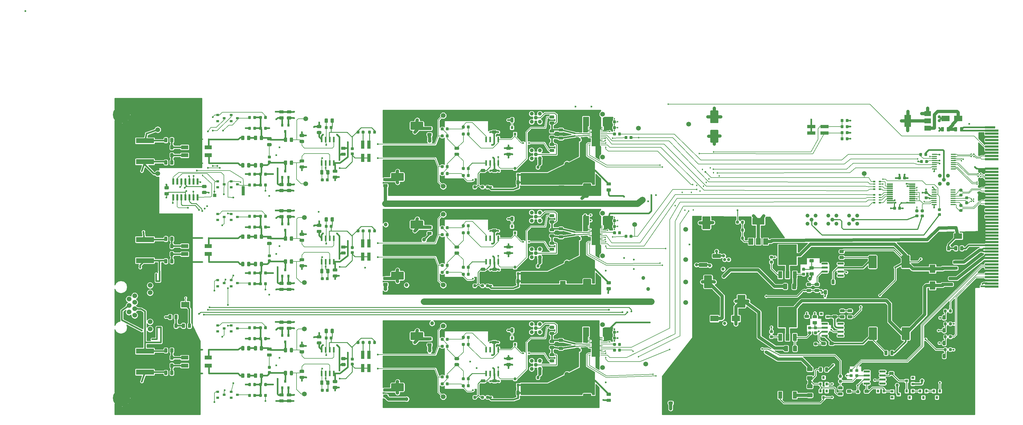
<source format=gbr>
G04 #@! TF.GenerationSoftware,KiCad,Pcbnew,(5.1.5)-3*
G04 #@! TF.CreationDate,2020-02-21T12:25:48-05:00*
G04 #@! TF.ProjectId,input_board,696e7075-745f-4626-9f61-72642e6b6963,rev?*
G04 #@! TF.SameCoordinates,Original*
G04 #@! TF.FileFunction,Copper,L1,Top*
G04 #@! TF.FilePolarity,Positive*
%FSLAX46Y46*%
G04 Gerber Fmt 4.6, Leading zero omitted, Abs format (unit mm)*
G04 Created by KiCad (PCBNEW (5.1.5)-3) date 2020-02-21 12:25:48*
%MOMM*%
%LPD*%
G04 APERTURE LIST*
%ADD10C,0.100000*%
%ADD11C,5.400000*%
%ADD12C,0.800000*%
%ADD13R,0.800000X0.500000*%
%ADD14R,0.800000X0.400000*%
%ADD15C,0.457200*%
%ADD16R,2.640000X6.440000*%
%ADD17R,0.700000X0.250000*%
%ADD18R,0.800000X0.900000*%
%ADD19R,0.550000X1.750000*%
%ADD20C,1.500000*%
%ADD21C,1.240000*%
%ADD22R,1.000000X2.580000*%
%ADD23R,2.200000X1.200000*%
%ADD24R,5.600000X1.600000*%
%ADD25R,0.900000X0.800000*%
%ADD26R,0.600000X0.450000*%
%ADD27R,1.800000X2.500000*%
%ADD28R,4.300000X0.700000*%
%ADD29R,3.200000X0.700000*%
%ADD30R,1.500000X0.450000*%
%ADD31C,5.000000*%
%ADD32R,2.500000X1.800000*%
%ADD33R,1.500000X1.500000*%
%ADD34C,2.000000*%
%ADD35R,2.580000X1.000000*%
%ADD36R,1.200000X2.200000*%
%ADD37R,5.800000X6.400000*%
%ADD38R,2.000000X1.500000*%
%ADD39R,2.000000X3.800000*%
%ADD40R,3.800000X2.000000*%
%ADD41R,1.500000X2.000000*%
%ADD42C,0.600000*%
%ADD43C,1.000000*%
%ADD44C,1.200000*%
%ADD45C,0.250000*%
%ADD46C,1.000000*%
%ADD47C,0.300000*%
%ADD48C,0.500000*%
%ADD49C,2.000000*%
%ADD50C,0.200000*%
%ADD51C,0.150000*%
%ADD52C,0.175000*%
%ADD53C,0.254000*%
G04 APERTURE END LIST*
D10*
G36*
X58300000Y-81300000D02*
G01*
X57400000Y-81300000D01*
X57400000Y-80300000D01*
X58300000Y-80300000D01*
X58300000Y-81300000D01*
G37*
X58300000Y-81300000D02*
X57400000Y-81300000D01*
X57400000Y-80300000D01*
X58300000Y-80300000D01*
X58300000Y-81300000D01*
G36*
X67200000Y-80800000D02*
G01*
X66300000Y-80800000D01*
X66300000Y-78000000D01*
X67200000Y-78000000D01*
X67200000Y-80800000D01*
G37*
X67200000Y-80800000D02*
X66300000Y-80800000D01*
X66300000Y-78000000D01*
X67200000Y-78000000D01*
X67200000Y-80800000D01*
D11*
X28700000Y-144450000D03*
D12*
X30725000Y-144450000D03*
X30131891Y-145881891D03*
X28700000Y-146475000D03*
X27268109Y-145881891D03*
X26675000Y-144450000D03*
X27268109Y-143018109D03*
X28700000Y-142425000D03*
X30131891Y-143018109D03*
X30131891Y-54118109D03*
X28700000Y-53525000D03*
X27268109Y-54118109D03*
X26675000Y-55550000D03*
X27268109Y-56981891D03*
X28700000Y-57575000D03*
X30131891Y-56981891D03*
X30725000Y-55550000D03*
D11*
X28700000Y-55550000D03*
G04 #@! TA.AperFunction,SMDPad,CuDef*
D10*
G36*
X277398527Y-82950542D02*
G01*
X277409448Y-82952162D01*
X277420157Y-82954844D01*
X277430552Y-82958564D01*
X277440532Y-82963284D01*
X277450002Y-82968960D01*
X277458869Y-82975536D01*
X277467050Y-82982950D01*
X277474464Y-82991131D01*
X277481040Y-82999998D01*
X277486716Y-83009468D01*
X277491436Y-83019448D01*
X277495156Y-83029843D01*
X277497838Y-83040552D01*
X277499458Y-83051473D01*
X277500000Y-83062500D01*
X277500000Y-83287500D01*
X277499458Y-83298527D01*
X277497838Y-83309448D01*
X277495156Y-83320157D01*
X277491436Y-83330552D01*
X277486716Y-83340532D01*
X277481040Y-83350002D01*
X277474464Y-83358869D01*
X277467050Y-83367050D01*
X277458869Y-83374464D01*
X277450002Y-83381040D01*
X277440532Y-83386716D01*
X277430552Y-83391436D01*
X277420157Y-83395156D01*
X277409448Y-83397838D01*
X277398527Y-83399458D01*
X277387500Y-83400000D01*
X275712500Y-83400000D01*
X275701473Y-83399458D01*
X275690552Y-83397838D01*
X275679843Y-83395156D01*
X275669448Y-83391436D01*
X275659468Y-83386716D01*
X275649998Y-83381040D01*
X275641131Y-83374464D01*
X275632950Y-83367050D01*
X275625536Y-83358869D01*
X275618960Y-83350002D01*
X275613284Y-83340532D01*
X275608564Y-83330552D01*
X275604844Y-83320157D01*
X275602162Y-83309448D01*
X275600542Y-83298527D01*
X275600000Y-83287500D01*
X275600000Y-83062500D01*
X275600542Y-83051473D01*
X275602162Y-83040552D01*
X275604844Y-83029843D01*
X275608564Y-83019448D01*
X275613284Y-83009468D01*
X275618960Y-82999998D01*
X275625536Y-82991131D01*
X275632950Y-82982950D01*
X275641131Y-82975536D01*
X275649998Y-82968960D01*
X275659468Y-82963284D01*
X275669448Y-82958564D01*
X275679843Y-82954844D01*
X275690552Y-82952162D01*
X275701473Y-82950542D01*
X275712500Y-82950000D01*
X277387500Y-82950000D01*
X277398527Y-82950542D01*
G37*
G04 #@! TD.AperFunction*
G04 #@! TA.AperFunction,SMDPad,CuDef*
G36*
X277398527Y-82300542D02*
G01*
X277409448Y-82302162D01*
X277420157Y-82304844D01*
X277430552Y-82308564D01*
X277440532Y-82313284D01*
X277450002Y-82318960D01*
X277458869Y-82325536D01*
X277467050Y-82332950D01*
X277474464Y-82341131D01*
X277481040Y-82349998D01*
X277486716Y-82359468D01*
X277491436Y-82369448D01*
X277495156Y-82379843D01*
X277497838Y-82390552D01*
X277499458Y-82401473D01*
X277500000Y-82412500D01*
X277500000Y-82637500D01*
X277499458Y-82648527D01*
X277497838Y-82659448D01*
X277495156Y-82670157D01*
X277491436Y-82680552D01*
X277486716Y-82690532D01*
X277481040Y-82700002D01*
X277474464Y-82708869D01*
X277467050Y-82717050D01*
X277458869Y-82724464D01*
X277450002Y-82731040D01*
X277440532Y-82736716D01*
X277430552Y-82741436D01*
X277420157Y-82745156D01*
X277409448Y-82747838D01*
X277398527Y-82749458D01*
X277387500Y-82750000D01*
X275712500Y-82750000D01*
X275701473Y-82749458D01*
X275690552Y-82747838D01*
X275679843Y-82745156D01*
X275669448Y-82741436D01*
X275659468Y-82736716D01*
X275649998Y-82731040D01*
X275641131Y-82724464D01*
X275632950Y-82717050D01*
X275625536Y-82708869D01*
X275618960Y-82700002D01*
X275613284Y-82690532D01*
X275608564Y-82680552D01*
X275604844Y-82670157D01*
X275602162Y-82659448D01*
X275600542Y-82648527D01*
X275600000Y-82637500D01*
X275600000Y-82412500D01*
X275600542Y-82401473D01*
X275602162Y-82390552D01*
X275604844Y-82379843D01*
X275608564Y-82369448D01*
X275613284Y-82359468D01*
X275618960Y-82349998D01*
X275625536Y-82341131D01*
X275632950Y-82332950D01*
X275641131Y-82325536D01*
X275649998Y-82318960D01*
X275659468Y-82313284D01*
X275669448Y-82308564D01*
X275679843Y-82304844D01*
X275690552Y-82302162D01*
X275701473Y-82300542D01*
X275712500Y-82300000D01*
X277387500Y-82300000D01*
X277398527Y-82300542D01*
G37*
G04 #@! TD.AperFunction*
G04 #@! TA.AperFunction,SMDPad,CuDef*
G36*
X277398527Y-81650542D02*
G01*
X277409448Y-81652162D01*
X277420157Y-81654844D01*
X277430552Y-81658564D01*
X277440532Y-81663284D01*
X277450002Y-81668960D01*
X277458869Y-81675536D01*
X277467050Y-81682950D01*
X277474464Y-81691131D01*
X277481040Y-81699998D01*
X277486716Y-81709468D01*
X277491436Y-81719448D01*
X277495156Y-81729843D01*
X277497838Y-81740552D01*
X277499458Y-81751473D01*
X277500000Y-81762500D01*
X277500000Y-81987500D01*
X277499458Y-81998527D01*
X277497838Y-82009448D01*
X277495156Y-82020157D01*
X277491436Y-82030552D01*
X277486716Y-82040532D01*
X277481040Y-82050002D01*
X277474464Y-82058869D01*
X277467050Y-82067050D01*
X277458869Y-82074464D01*
X277450002Y-82081040D01*
X277440532Y-82086716D01*
X277430552Y-82091436D01*
X277420157Y-82095156D01*
X277409448Y-82097838D01*
X277398527Y-82099458D01*
X277387500Y-82100000D01*
X275712500Y-82100000D01*
X275701473Y-82099458D01*
X275690552Y-82097838D01*
X275679843Y-82095156D01*
X275669448Y-82091436D01*
X275659468Y-82086716D01*
X275649998Y-82081040D01*
X275641131Y-82074464D01*
X275632950Y-82067050D01*
X275625536Y-82058869D01*
X275618960Y-82050002D01*
X275613284Y-82040532D01*
X275608564Y-82030552D01*
X275604844Y-82020157D01*
X275602162Y-82009448D01*
X275600542Y-81998527D01*
X275600000Y-81987500D01*
X275600000Y-81762500D01*
X275600542Y-81751473D01*
X275602162Y-81740552D01*
X275604844Y-81729843D01*
X275608564Y-81719448D01*
X275613284Y-81709468D01*
X275618960Y-81699998D01*
X275625536Y-81691131D01*
X275632950Y-81682950D01*
X275641131Y-81675536D01*
X275649998Y-81668960D01*
X275659468Y-81663284D01*
X275669448Y-81658564D01*
X275679843Y-81654844D01*
X275690552Y-81652162D01*
X275701473Y-81650542D01*
X275712500Y-81650000D01*
X277387500Y-81650000D01*
X277398527Y-81650542D01*
G37*
G04 #@! TD.AperFunction*
G04 #@! TA.AperFunction,SMDPad,CuDef*
G36*
X277398527Y-81000542D02*
G01*
X277409448Y-81002162D01*
X277420157Y-81004844D01*
X277430552Y-81008564D01*
X277440532Y-81013284D01*
X277450002Y-81018960D01*
X277458869Y-81025536D01*
X277467050Y-81032950D01*
X277474464Y-81041131D01*
X277481040Y-81049998D01*
X277486716Y-81059468D01*
X277491436Y-81069448D01*
X277495156Y-81079843D01*
X277497838Y-81090552D01*
X277499458Y-81101473D01*
X277500000Y-81112500D01*
X277500000Y-81337500D01*
X277499458Y-81348527D01*
X277497838Y-81359448D01*
X277495156Y-81370157D01*
X277491436Y-81380552D01*
X277486716Y-81390532D01*
X277481040Y-81400002D01*
X277474464Y-81408869D01*
X277467050Y-81417050D01*
X277458869Y-81424464D01*
X277450002Y-81431040D01*
X277440532Y-81436716D01*
X277430552Y-81441436D01*
X277420157Y-81445156D01*
X277409448Y-81447838D01*
X277398527Y-81449458D01*
X277387500Y-81450000D01*
X275712500Y-81450000D01*
X275701473Y-81449458D01*
X275690552Y-81447838D01*
X275679843Y-81445156D01*
X275669448Y-81441436D01*
X275659468Y-81436716D01*
X275649998Y-81431040D01*
X275641131Y-81424464D01*
X275632950Y-81417050D01*
X275625536Y-81408869D01*
X275618960Y-81400002D01*
X275613284Y-81390532D01*
X275608564Y-81380552D01*
X275604844Y-81370157D01*
X275602162Y-81359448D01*
X275600542Y-81348527D01*
X275600000Y-81337500D01*
X275600000Y-81112500D01*
X275600542Y-81101473D01*
X275602162Y-81090552D01*
X275604844Y-81079843D01*
X275608564Y-81069448D01*
X275613284Y-81059468D01*
X275618960Y-81049998D01*
X275625536Y-81041131D01*
X275632950Y-81032950D01*
X275641131Y-81025536D01*
X275649998Y-81018960D01*
X275659468Y-81013284D01*
X275669448Y-81008564D01*
X275679843Y-81004844D01*
X275690552Y-81002162D01*
X275701473Y-81000542D01*
X275712500Y-81000000D01*
X277387500Y-81000000D01*
X277398527Y-81000542D01*
G37*
G04 #@! TD.AperFunction*
G04 #@! TA.AperFunction,SMDPad,CuDef*
G36*
X277398527Y-80350542D02*
G01*
X277409448Y-80352162D01*
X277420157Y-80354844D01*
X277430552Y-80358564D01*
X277440532Y-80363284D01*
X277450002Y-80368960D01*
X277458869Y-80375536D01*
X277467050Y-80382950D01*
X277474464Y-80391131D01*
X277481040Y-80399998D01*
X277486716Y-80409468D01*
X277491436Y-80419448D01*
X277495156Y-80429843D01*
X277497838Y-80440552D01*
X277499458Y-80451473D01*
X277500000Y-80462500D01*
X277500000Y-80687500D01*
X277499458Y-80698527D01*
X277497838Y-80709448D01*
X277495156Y-80720157D01*
X277491436Y-80730552D01*
X277486716Y-80740532D01*
X277481040Y-80750002D01*
X277474464Y-80758869D01*
X277467050Y-80767050D01*
X277458869Y-80774464D01*
X277450002Y-80781040D01*
X277440532Y-80786716D01*
X277430552Y-80791436D01*
X277420157Y-80795156D01*
X277409448Y-80797838D01*
X277398527Y-80799458D01*
X277387500Y-80800000D01*
X275712500Y-80800000D01*
X275701473Y-80799458D01*
X275690552Y-80797838D01*
X275679843Y-80795156D01*
X275669448Y-80791436D01*
X275659468Y-80786716D01*
X275649998Y-80781040D01*
X275641131Y-80774464D01*
X275632950Y-80767050D01*
X275625536Y-80758869D01*
X275618960Y-80750002D01*
X275613284Y-80740532D01*
X275608564Y-80730552D01*
X275604844Y-80720157D01*
X275602162Y-80709448D01*
X275600542Y-80698527D01*
X275600000Y-80687500D01*
X275600000Y-80462500D01*
X275600542Y-80451473D01*
X275602162Y-80440552D01*
X275604844Y-80429843D01*
X275608564Y-80419448D01*
X275613284Y-80409468D01*
X275618960Y-80399998D01*
X275625536Y-80391131D01*
X275632950Y-80382950D01*
X275641131Y-80375536D01*
X275649998Y-80368960D01*
X275659468Y-80363284D01*
X275669448Y-80358564D01*
X275679843Y-80354844D01*
X275690552Y-80352162D01*
X275701473Y-80350542D01*
X275712500Y-80350000D01*
X277387500Y-80350000D01*
X277398527Y-80350542D01*
G37*
G04 #@! TD.AperFunction*
G04 #@! TA.AperFunction,SMDPad,CuDef*
G36*
X277398527Y-79700542D02*
G01*
X277409448Y-79702162D01*
X277420157Y-79704844D01*
X277430552Y-79708564D01*
X277440532Y-79713284D01*
X277450002Y-79718960D01*
X277458869Y-79725536D01*
X277467050Y-79732950D01*
X277474464Y-79741131D01*
X277481040Y-79749998D01*
X277486716Y-79759468D01*
X277491436Y-79769448D01*
X277495156Y-79779843D01*
X277497838Y-79790552D01*
X277499458Y-79801473D01*
X277500000Y-79812500D01*
X277500000Y-80037500D01*
X277499458Y-80048527D01*
X277497838Y-80059448D01*
X277495156Y-80070157D01*
X277491436Y-80080552D01*
X277486716Y-80090532D01*
X277481040Y-80100002D01*
X277474464Y-80108869D01*
X277467050Y-80117050D01*
X277458869Y-80124464D01*
X277450002Y-80131040D01*
X277440532Y-80136716D01*
X277430552Y-80141436D01*
X277420157Y-80145156D01*
X277409448Y-80147838D01*
X277398527Y-80149458D01*
X277387500Y-80150000D01*
X275712500Y-80150000D01*
X275701473Y-80149458D01*
X275690552Y-80147838D01*
X275679843Y-80145156D01*
X275669448Y-80141436D01*
X275659468Y-80136716D01*
X275649998Y-80131040D01*
X275641131Y-80124464D01*
X275632950Y-80117050D01*
X275625536Y-80108869D01*
X275618960Y-80100002D01*
X275613284Y-80090532D01*
X275608564Y-80080552D01*
X275604844Y-80070157D01*
X275602162Y-80059448D01*
X275600542Y-80048527D01*
X275600000Y-80037500D01*
X275600000Y-79812500D01*
X275600542Y-79801473D01*
X275602162Y-79790552D01*
X275604844Y-79779843D01*
X275608564Y-79769448D01*
X275613284Y-79759468D01*
X275618960Y-79749998D01*
X275625536Y-79741131D01*
X275632950Y-79732950D01*
X275641131Y-79725536D01*
X275649998Y-79718960D01*
X275659468Y-79713284D01*
X275669448Y-79708564D01*
X275679843Y-79704844D01*
X275690552Y-79702162D01*
X275701473Y-79700542D01*
X275712500Y-79700000D01*
X277387500Y-79700000D01*
X277398527Y-79700542D01*
G37*
G04 #@! TD.AperFunction*
G04 #@! TA.AperFunction,SMDPad,CuDef*
G36*
X277398527Y-79050542D02*
G01*
X277409448Y-79052162D01*
X277420157Y-79054844D01*
X277430552Y-79058564D01*
X277440532Y-79063284D01*
X277450002Y-79068960D01*
X277458869Y-79075536D01*
X277467050Y-79082950D01*
X277474464Y-79091131D01*
X277481040Y-79099998D01*
X277486716Y-79109468D01*
X277491436Y-79119448D01*
X277495156Y-79129843D01*
X277497838Y-79140552D01*
X277499458Y-79151473D01*
X277500000Y-79162500D01*
X277500000Y-79387500D01*
X277499458Y-79398527D01*
X277497838Y-79409448D01*
X277495156Y-79420157D01*
X277491436Y-79430552D01*
X277486716Y-79440532D01*
X277481040Y-79450002D01*
X277474464Y-79458869D01*
X277467050Y-79467050D01*
X277458869Y-79474464D01*
X277450002Y-79481040D01*
X277440532Y-79486716D01*
X277430552Y-79491436D01*
X277420157Y-79495156D01*
X277409448Y-79497838D01*
X277398527Y-79499458D01*
X277387500Y-79500000D01*
X275712500Y-79500000D01*
X275701473Y-79499458D01*
X275690552Y-79497838D01*
X275679843Y-79495156D01*
X275669448Y-79491436D01*
X275659468Y-79486716D01*
X275649998Y-79481040D01*
X275641131Y-79474464D01*
X275632950Y-79467050D01*
X275625536Y-79458869D01*
X275618960Y-79450002D01*
X275613284Y-79440532D01*
X275608564Y-79430552D01*
X275604844Y-79420157D01*
X275602162Y-79409448D01*
X275600542Y-79398527D01*
X275600000Y-79387500D01*
X275600000Y-79162500D01*
X275600542Y-79151473D01*
X275602162Y-79140552D01*
X275604844Y-79129843D01*
X275608564Y-79119448D01*
X275613284Y-79109468D01*
X275618960Y-79099998D01*
X275625536Y-79091131D01*
X275632950Y-79082950D01*
X275641131Y-79075536D01*
X275649998Y-79068960D01*
X275659468Y-79063284D01*
X275669448Y-79058564D01*
X275679843Y-79054844D01*
X275690552Y-79052162D01*
X275701473Y-79050542D01*
X275712500Y-79050000D01*
X277387500Y-79050000D01*
X277398527Y-79050542D01*
G37*
G04 #@! TD.AperFunction*
G04 #@! TA.AperFunction,SMDPad,CuDef*
G36*
X277398527Y-78400542D02*
G01*
X277409448Y-78402162D01*
X277420157Y-78404844D01*
X277430552Y-78408564D01*
X277440532Y-78413284D01*
X277450002Y-78418960D01*
X277458869Y-78425536D01*
X277467050Y-78432950D01*
X277474464Y-78441131D01*
X277481040Y-78449998D01*
X277486716Y-78459468D01*
X277491436Y-78469448D01*
X277495156Y-78479843D01*
X277497838Y-78490552D01*
X277499458Y-78501473D01*
X277500000Y-78512500D01*
X277500000Y-78737500D01*
X277499458Y-78748527D01*
X277497838Y-78759448D01*
X277495156Y-78770157D01*
X277491436Y-78780552D01*
X277486716Y-78790532D01*
X277481040Y-78800002D01*
X277474464Y-78808869D01*
X277467050Y-78817050D01*
X277458869Y-78824464D01*
X277450002Y-78831040D01*
X277440532Y-78836716D01*
X277430552Y-78841436D01*
X277420157Y-78845156D01*
X277409448Y-78847838D01*
X277398527Y-78849458D01*
X277387500Y-78850000D01*
X275712500Y-78850000D01*
X275701473Y-78849458D01*
X275690552Y-78847838D01*
X275679843Y-78845156D01*
X275669448Y-78841436D01*
X275659468Y-78836716D01*
X275649998Y-78831040D01*
X275641131Y-78824464D01*
X275632950Y-78817050D01*
X275625536Y-78808869D01*
X275618960Y-78800002D01*
X275613284Y-78790532D01*
X275608564Y-78780552D01*
X275604844Y-78770157D01*
X275602162Y-78759448D01*
X275600542Y-78748527D01*
X275600000Y-78737500D01*
X275600000Y-78512500D01*
X275600542Y-78501473D01*
X275602162Y-78490552D01*
X275604844Y-78479843D01*
X275608564Y-78469448D01*
X275613284Y-78459468D01*
X275618960Y-78449998D01*
X275625536Y-78441131D01*
X275632950Y-78432950D01*
X275641131Y-78425536D01*
X275649998Y-78418960D01*
X275659468Y-78413284D01*
X275669448Y-78408564D01*
X275679843Y-78404844D01*
X275690552Y-78402162D01*
X275701473Y-78400542D01*
X275712500Y-78400000D01*
X277387500Y-78400000D01*
X277398527Y-78400542D01*
G37*
G04 #@! TD.AperFunction*
G04 #@! TA.AperFunction,SMDPad,CuDef*
G36*
X277398527Y-77750542D02*
G01*
X277409448Y-77752162D01*
X277420157Y-77754844D01*
X277430552Y-77758564D01*
X277440532Y-77763284D01*
X277450002Y-77768960D01*
X277458869Y-77775536D01*
X277467050Y-77782950D01*
X277474464Y-77791131D01*
X277481040Y-77799998D01*
X277486716Y-77809468D01*
X277491436Y-77819448D01*
X277495156Y-77829843D01*
X277497838Y-77840552D01*
X277499458Y-77851473D01*
X277500000Y-77862500D01*
X277500000Y-78087500D01*
X277499458Y-78098527D01*
X277497838Y-78109448D01*
X277495156Y-78120157D01*
X277491436Y-78130552D01*
X277486716Y-78140532D01*
X277481040Y-78150002D01*
X277474464Y-78158869D01*
X277467050Y-78167050D01*
X277458869Y-78174464D01*
X277450002Y-78181040D01*
X277440532Y-78186716D01*
X277430552Y-78191436D01*
X277420157Y-78195156D01*
X277409448Y-78197838D01*
X277398527Y-78199458D01*
X277387500Y-78200000D01*
X275712500Y-78200000D01*
X275701473Y-78199458D01*
X275690552Y-78197838D01*
X275679843Y-78195156D01*
X275669448Y-78191436D01*
X275659468Y-78186716D01*
X275649998Y-78181040D01*
X275641131Y-78174464D01*
X275632950Y-78167050D01*
X275625536Y-78158869D01*
X275618960Y-78150002D01*
X275613284Y-78140532D01*
X275608564Y-78130552D01*
X275604844Y-78120157D01*
X275602162Y-78109448D01*
X275600542Y-78098527D01*
X275600000Y-78087500D01*
X275600000Y-77862500D01*
X275600542Y-77851473D01*
X275602162Y-77840552D01*
X275604844Y-77829843D01*
X275608564Y-77819448D01*
X275613284Y-77809468D01*
X275618960Y-77799998D01*
X275625536Y-77791131D01*
X275632950Y-77782950D01*
X275641131Y-77775536D01*
X275649998Y-77768960D01*
X275659468Y-77763284D01*
X275669448Y-77758564D01*
X275679843Y-77754844D01*
X275690552Y-77752162D01*
X275701473Y-77750542D01*
X275712500Y-77750000D01*
X277387500Y-77750000D01*
X277398527Y-77750542D01*
G37*
G04 #@! TD.AperFunction*
G04 #@! TA.AperFunction,SMDPad,CuDef*
G36*
X277398527Y-77100542D02*
G01*
X277409448Y-77102162D01*
X277420157Y-77104844D01*
X277430552Y-77108564D01*
X277440532Y-77113284D01*
X277450002Y-77118960D01*
X277458869Y-77125536D01*
X277467050Y-77132950D01*
X277474464Y-77141131D01*
X277481040Y-77149998D01*
X277486716Y-77159468D01*
X277491436Y-77169448D01*
X277495156Y-77179843D01*
X277497838Y-77190552D01*
X277499458Y-77201473D01*
X277500000Y-77212500D01*
X277500000Y-77437500D01*
X277499458Y-77448527D01*
X277497838Y-77459448D01*
X277495156Y-77470157D01*
X277491436Y-77480552D01*
X277486716Y-77490532D01*
X277481040Y-77500002D01*
X277474464Y-77508869D01*
X277467050Y-77517050D01*
X277458869Y-77524464D01*
X277450002Y-77531040D01*
X277440532Y-77536716D01*
X277430552Y-77541436D01*
X277420157Y-77545156D01*
X277409448Y-77547838D01*
X277398527Y-77549458D01*
X277387500Y-77550000D01*
X275712500Y-77550000D01*
X275701473Y-77549458D01*
X275690552Y-77547838D01*
X275679843Y-77545156D01*
X275669448Y-77541436D01*
X275659468Y-77536716D01*
X275649998Y-77531040D01*
X275641131Y-77524464D01*
X275632950Y-77517050D01*
X275625536Y-77508869D01*
X275618960Y-77500002D01*
X275613284Y-77490532D01*
X275608564Y-77480552D01*
X275604844Y-77470157D01*
X275602162Y-77459448D01*
X275600542Y-77448527D01*
X275600000Y-77437500D01*
X275600000Y-77212500D01*
X275600542Y-77201473D01*
X275602162Y-77190552D01*
X275604844Y-77179843D01*
X275608564Y-77169448D01*
X275613284Y-77159468D01*
X275618960Y-77149998D01*
X275625536Y-77141131D01*
X275632950Y-77132950D01*
X275641131Y-77125536D01*
X275649998Y-77118960D01*
X275659468Y-77113284D01*
X275669448Y-77108564D01*
X275679843Y-77104844D01*
X275690552Y-77102162D01*
X275701473Y-77100542D01*
X275712500Y-77100000D01*
X277387500Y-77100000D01*
X277398527Y-77100542D01*
G37*
G04 #@! TD.AperFunction*
G04 #@! TA.AperFunction,SMDPad,CuDef*
G36*
X270398527Y-77100542D02*
G01*
X270409448Y-77102162D01*
X270420157Y-77104844D01*
X270430552Y-77108564D01*
X270440532Y-77113284D01*
X270450002Y-77118960D01*
X270458869Y-77125536D01*
X270467050Y-77132950D01*
X270474464Y-77141131D01*
X270481040Y-77149998D01*
X270486716Y-77159468D01*
X270491436Y-77169448D01*
X270495156Y-77179843D01*
X270497838Y-77190552D01*
X270499458Y-77201473D01*
X270500000Y-77212500D01*
X270500000Y-77437500D01*
X270499458Y-77448527D01*
X270497838Y-77459448D01*
X270495156Y-77470157D01*
X270491436Y-77480552D01*
X270486716Y-77490532D01*
X270481040Y-77500002D01*
X270474464Y-77508869D01*
X270467050Y-77517050D01*
X270458869Y-77524464D01*
X270450002Y-77531040D01*
X270440532Y-77536716D01*
X270430552Y-77541436D01*
X270420157Y-77545156D01*
X270409448Y-77547838D01*
X270398527Y-77549458D01*
X270387500Y-77550000D01*
X268712500Y-77550000D01*
X268701473Y-77549458D01*
X268690552Y-77547838D01*
X268679843Y-77545156D01*
X268669448Y-77541436D01*
X268659468Y-77536716D01*
X268649998Y-77531040D01*
X268641131Y-77524464D01*
X268632950Y-77517050D01*
X268625536Y-77508869D01*
X268618960Y-77500002D01*
X268613284Y-77490532D01*
X268608564Y-77480552D01*
X268604844Y-77470157D01*
X268602162Y-77459448D01*
X268600542Y-77448527D01*
X268600000Y-77437500D01*
X268600000Y-77212500D01*
X268600542Y-77201473D01*
X268602162Y-77190552D01*
X268604844Y-77179843D01*
X268608564Y-77169448D01*
X268613284Y-77159468D01*
X268618960Y-77149998D01*
X268625536Y-77141131D01*
X268632950Y-77132950D01*
X268641131Y-77125536D01*
X268649998Y-77118960D01*
X268659468Y-77113284D01*
X268669448Y-77108564D01*
X268679843Y-77104844D01*
X268690552Y-77102162D01*
X268701473Y-77100542D01*
X268712500Y-77100000D01*
X270387500Y-77100000D01*
X270398527Y-77100542D01*
G37*
G04 #@! TD.AperFunction*
G04 #@! TA.AperFunction,SMDPad,CuDef*
G36*
X270398527Y-77750542D02*
G01*
X270409448Y-77752162D01*
X270420157Y-77754844D01*
X270430552Y-77758564D01*
X270440532Y-77763284D01*
X270450002Y-77768960D01*
X270458869Y-77775536D01*
X270467050Y-77782950D01*
X270474464Y-77791131D01*
X270481040Y-77799998D01*
X270486716Y-77809468D01*
X270491436Y-77819448D01*
X270495156Y-77829843D01*
X270497838Y-77840552D01*
X270499458Y-77851473D01*
X270500000Y-77862500D01*
X270500000Y-78087500D01*
X270499458Y-78098527D01*
X270497838Y-78109448D01*
X270495156Y-78120157D01*
X270491436Y-78130552D01*
X270486716Y-78140532D01*
X270481040Y-78150002D01*
X270474464Y-78158869D01*
X270467050Y-78167050D01*
X270458869Y-78174464D01*
X270450002Y-78181040D01*
X270440532Y-78186716D01*
X270430552Y-78191436D01*
X270420157Y-78195156D01*
X270409448Y-78197838D01*
X270398527Y-78199458D01*
X270387500Y-78200000D01*
X268712500Y-78200000D01*
X268701473Y-78199458D01*
X268690552Y-78197838D01*
X268679843Y-78195156D01*
X268669448Y-78191436D01*
X268659468Y-78186716D01*
X268649998Y-78181040D01*
X268641131Y-78174464D01*
X268632950Y-78167050D01*
X268625536Y-78158869D01*
X268618960Y-78150002D01*
X268613284Y-78140532D01*
X268608564Y-78130552D01*
X268604844Y-78120157D01*
X268602162Y-78109448D01*
X268600542Y-78098527D01*
X268600000Y-78087500D01*
X268600000Y-77862500D01*
X268600542Y-77851473D01*
X268602162Y-77840552D01*
X268604844Y-77829843D01*
X268608564Y-77819448D01*
X268613284Y-77809468D01*
X268618960Y-77799998D01*
X268625536Y-77791131D01*
X268632950Y-77782950D01*
X268641131Y-77775536D01*
X268649998Y-77768960D01*
X268659468Y-77763284D01*
X268669448Y-77758564D01*
X268679843Y-77754844D01*
X268690552Y-77752162D01*
X268701473Y-77750542D01*
X268712500Y-77750000D01*
X270387500Y-77750000D01*
X270398527Y-77750542D01*
G37*
G04 #@! TD.AperFunction*
G04 #@! TA.AperFunction,SMDPad,CuDef*
G36*
X270398527Y-78400542D02*
G01*
X270409448Y-78402162D01*
X270420157Y-78404844D01*
X270430552Y-78408564D01*
X270440532Y-78413284D01*
X270450002Y-78418960D01*
X270458869Y-78425536D01*
X270467050Y-78432950D01*
X270474464Y-78441131D01*
X270481040Y-78449998D01*
X270486716Y-78459468D01*
X270491436Y-78469448D01*
X270495156Y-78479843D01*
X270497838Y-78490552D01*
X270499458Y-78501473D01*
X270500000Y-78512500D01*
X270500000Y-78737500D01*
X270499458Y-78748527D01*
X270497838Y-78759448D01*
X270495156Y-78770157D01*
X270491436Y-78780552D01*
X270486716Y-78790532D01*
X270481040Y-78800002D01*
X270474464Y-78808869D01*
X270467050Y-78817050D01*
X270458869Y-78824464D01*
X270450002Y-78831040D01*
X270440532Y-78836716D01*
X270430552Y-78841436D01*
X270420157Y-78845156D01*
X270409448Y-78847838D01*
X270398527Y-78849458D01*
X270387500Y-78850000D01*
X268712500Y-78850000D01*
X268701473Y-78849458D01*
X268690552Y-78847838D01*
X268679843Y-78845156D01*
X268669448Y-78841436D01*
X268659468Y-78836716D01*
X268649998Y-78831040D01*
X268641131Y-78824464D01*
X268632950Y-78817050D01*
X268625536Y-78808869D01*
X268618960Y-78800002D01*
X268613284Y-78790532D01*
X268608564Y-78780552D01*
X268604844Y-78770157D01*
X268602162Y-78759448D01*
X268600542Y-78748527D01*
X268600000Y-78737500D01*
X268600000Y-78512500D01*
X268600542Y-78501473D01*
X268602162Y-78490552D01*
X268604844Y-78479843D01*
X268608564Y-78469448D01*
X268613284Y-78459468D01*
X268618960Y-78449998D01*
X268625536Y-78441131D01*
X268632950Y-78432950D01*
X268641131Y-78425536D01*
X268649998Y-78418960D01*
X268659468Y-78413284D01*
X268669448Y-78408564D01*
X268679843Y-78404844D01*
X268690552Y-78402162D01*
X268701473Y-78400542D01*
X268712500Y-78400000D01*
X270387500Y-78400000D01*
X270398527Y-78400542D01*
G37*
G04 #@! TD.AperFunction*
G04 #@! TA.AperFunction,SMDPad,CuDef*
G36*
X270398527Y-79050542D02*
G01*
X270409448Y-79052162D01*
X270420157Y-79054844D01*
X270430552Y-79058564D01*
X270440532Y-79063284D01*
X270450002Y-79068960D01*
X270458869Y-79075536D01*
X270467050Y-79082950D01*
X270474464Y-79091131D01*
X270481040Y-79099998D01*
X270486716Y-79109468D01*
X270491436Y-79119448D01*
X270495156Y-79129843D01*
X270497838Y-79140552D01*
X270499458Y-79151473D01*
X270500000Y-79162500D01*
X270500000Y-79387500D01*
X270499458Y-79398527D01*
X270497838Y-79409448D01*
X270495156Y-79420157D01*
X270491436Y-79430552D01*
X270486716Y-79440532D01*
X270481040Y-79450002D01*
X270474464Y-79458869D01*
X270467050Y-79467050D01*
X270458869Y-79474464D01*
X270450002Y-79481040D01*
X270440532Y-79486716D01*
X270430552Y-79491436D01*
X270420157Y-79495156D01*
X270409448Y-79497838D01*
X270398527Y-79499458D01*
X270387500Y-79500000D01*
X268712500Y-79500000D01*
X268701473Y-79499458D01*
X268690552Y-79497838D01*
X268679843Y-79495156D01*
X268669448Y-79491436D01*
X268659468Y-79486716D01*
X268649998Y-79481040D01*
X268641131Y-79474464D01*
X268632950Y-79467050D01*
X268625536Y-79458869D01*
X268618960Y-79450002D01*
X268613284Y-79440532D01*
X268608564Y-79430552D01*
X268604844Y-79420157D01*
X268602162Y-79409448D01*
X268600542Y-79398527D01*
X268600000Y-79387500D01*
X268600000Y-79162500D01*
X268600542Y-79151473D01*
X268602162Y-79140552D01*
X268604844Y-79129843D01*
X268608564Y-79119448D01*
X268613284Y-79109468D01*
X268618960Y-79099998D01*
X268625536Y-79091131D01*
X268632950Y-79082950D01*
X268641131Y-79075536D01*
X268649998Y-79068960D01*
X268659468Y-79063284D01*
X268669448Y-79058564D01*
X268679843Y-79054844D01*
X268690552Y-79052162D01*
X268701473Y-79050542D01*
X268712500Y-79050000D01*
X270387500Y-79050000D01*
X270398527Y-79050542D01*
G37*
G04 #@! TD.AperFunction*
G04 #@! TA.AperFunction,SMDPad,CuDef*
G36*
X270398527Y-79700542D02*
G01*
X270409448Y-79702162D01*
X270420157Y-79704844D01*
X270430552Y-79708564D01*
X270440532Y-79713284D01*
X270450002Y-79718960D01*
X270458869Y-79725536D01*
X270467050Y-79732950D01*
X270474464Y-79741131D01*
X270481040Y-79749998D01*
X270486716Y-79759468D01*
X270491436Y-79769448D01*
X270495156Y-79779843D01*
X270497838Y-79790552D01*
X270499458Y-79801473D01*
X270500000Y-79812500D01*
X270500000Y-80037500D01*
X270499458Y-80048527D01*
X270497838Y-80059448D01*
X270495156Y-80070157D01*
X270491436Y-80080552D01*
X270486716Y-80090532D01*
X270481040Y-80100002D01*
X270474464Y-80108869D01*
X270467050Y-80117050D01*
X270458869Y-80124464D01*
X270450002Y-80131040D01*
X270440532Y-80136716D01*
X270430552Y-80141436D01*
X270420157Y-80145156D01*
X270409448Y-80147838D01*
X270398527Y-80149458D01*
X270387500Y-80150000D01*
X268712500Y-80150000D01*
X268701473Y-80149458D01*
X268690552Y-80147838D01*
X268679843Y-80145156D01*
X268669448Y-80141436D01*
X268659468Y-80136716D01*
X268649998Y-80131040D01*
X268641131Y-80124464D01*
X268632950Y-80117050D01*
X268625536Y-80108869D01*
X268618960Y-80100002D01*
X268613284Y-80090532D01*
X268608564Y-80080552D01*
X268604844Y-80070157D01*
X268602162Y-80059448D01*
X268600542Y-80048527D01*
X268600000Y-80037500D01*
X268600000Y-79812500D01*
X268600542Y-79801473D01*
X268602162Y-79790552D01*
X268604844Y-79779843D01*
X268608564Y-79769448D01*
X268613284Y-79759468D01*
X268618960Y-79749998D01*
X268625536Y-79741131D01*
X268632950Y-79732950D01*
X268641131Y-79725536D01*
X268649998Y-79718960D01*
X268659468Y-79713284D01*
X268669448Y-79708564D01*
X268679843Y-79704844D01*
X268690552Y-79702162D01*
X268701473Y-79700542D01*
X268712500Y-79700000D01*
X270387500Y-79700000D01*
X270398527Y-79700542D01*
G37*
G04 #@! TD.AperFunction*
G04 #@! TA.AperFunction,SMDPad,CuDef*
G36*
X270398527Y-80350542D02*
G01*
X270409448Y-80352162D01*
X270420157Y-80354844D01*
X270430552Y-80358564D01*
X270440532Y-80363284D01*
X270450002Y-80368960D01*
X270458869Y-80375536D01*
X270467050Y-80382950D01*
X270474464Y-80391131D01*
X270481040Y-80399998D01*
X270486716Y-80409468D01*
X270491436Y-80419448D01*
X270495156Y-80429843D01*
X270497838Y-80440552D01*
X270499458Y-80451473D01*
X270500000Y-80462500D01*
X270500000Y-80687500D01*
X270499458Y-80698527D01*
X270497838Y-80709448D01*
X270495156Y-80720157D01*
X270491436Y-80730552D01*
X270486716Y-80740532D01*
X270481040Y-80750002D01*
X270474464Y-80758869D01*
X270467050Y-80767050D01*
X270458869Y-80774464D01*
X270450002Y-80781040D01*
X270440532Y-80786716D01*
X270430552Y-80791436D01*
X270420157Y-80795156D01*
X270409448Y-80797838D01*
X270398527Y-80799458D01*
X270387500Y-80800000D01*
X268712500Y-80800000D01*
X268701473Y-80799458D01*
X268690552Y-80797838D01*
X268679843Y-80795156D01*
X268669448Y-80791436D01*
X268659468Y-80786716D01*
X268649998Y-80781040D01*
X268641131Y-80774464D01*
X268632950Y-80767050D01*
X268625536Y-80758869D01*
X268618960Y-80750002D01*
X268613284Y-80740532D01*
X268608564Y-80730552D01*
X268604844Y-80720157D01*
X268602162Y-80709448D01*
X268600542Y-80698527D01*
X268600000Y-80687500D01*
X268600000Y-80462500D01*
X268600542Y-80451473D01*
X268602162Y-80440552D01*
X268604844Y-80429843D01*
X268608564Y-80419448D01*
X268613284Y-80409468D01*
X268618960Y-80399998D01*
X268625536Y-80391131D01*
X268632950Y-80382950D01*
X268641131Y-80375536D01*
X268649998Y-80368960D01*
X268659468Y-80363284D01*
X268669448Y-80358564D01*
X268679843Y-80354844D01*
X268690552Y-80352162D01*
X268701473Y-80350542D01*
X268712500Y-80350000D01*
X270387500Y-80350000D01*
X270398527Y-80350542D01*
G37*
G04 #@! TD.AperFunction*
G04 #@! TA.AperFunction,SMDPad,CuDef*
G36*
X270398527Y-81000542D02*
G01*
X270409448Y-81002162D01*
X270420157Y-81004844D01*
X270430552Y-81008564D01*
X270440532Y-81013284D01*
X270450002Y-81018960D01*
X270458869Y-81025536D01*
X270467050Y-81032950D01*
X270474464Y-81041131D01*
X270481040Y-81049998D01*
X270486716Y-81059468D01*
X270491436Y-81069448D01*
X270495156Y-81079843D01*
X270497838Y-81090552D01*
X270499458Y-81101473D01*
X270500000Y-81112500D01*
X270500000Y-81337500D01*
X270499458Y-81348527D01*
X270497838Y-81359448D01*
X270495156Y-81370157D01*
X270491436Y-81380552D01*
X270486716Y-81390532D01*
X270481040Y-81400002D01*
X270474464Y-81408869D01*
X270467050Y-81417050D01*
X270458869Y-81424464D01*
X270450002Y-81431040D01*
X270440532Y-81436716D01*
X270430552Y-81441436D01*
X270420157Y-81445156D01*
X270409448Y-81447838D01*
X270398527Y-81449458D01*
X270387500Y-81450000D01*
X268712500Y-81450000D01*
X268701473Y-81449458D01*
X268690552Y-81447838D01*
X268679843Y-81445156D01*
X268669448Y-81441436D01*
X268659468Y-81436716D01*
X268649998Y-81431040D01*
X268641131Y-81424464D01*
X268632950Y-81417050D01*
X268625536Y-81408869D01*
X268618960Y-81400002D01*
X268613284Y-81390532D01*
X268608564Y-81380552D01*
X268604844Y-81370157D01*
X268602162Y-81359448D01*
X268600542Y-81348527D01*
X268600000Y-81337500D01*
X268600000Y-81112500D01*
X268600542Y-81101473D01*
X268602162Y-81090552D01*
X268604844Y-81079843D01*
X268608564Y-81069448D01*
X268613284Y-81059468D01*
X268618960Y-81049998D01*
X268625536Y-81041131D01*
X268632950Y-81032950D01*
X268641131Y-81025536D01*
X268649998Y-81018960D01*
X268659468Y-81013284D01*
X268669448Y-81008564D01*
X268679843Y-81004844D01*
X268690552Y-81002162D01*
X268701473Y-81000542D01*
X268712500Y-81000000D01*
X270387500Y-81000000D01*
X270398527Y-81000542D01*
G37*
G04 #@! TD.AperFunction*
G04 #@! TA.AperFunction,SMDPad,CuDef*
G36*
X270398527Y-81650542D02*
G01*
X270409448Y-81652162D01*
X270420157Y-81654844D01*
X270430552Y-81658564D01*
X270440532Y-81663284D01*
X270450002Y-81668960D01*
X270458869Y-81675536D01*
X270467050Y-81682950D01*
X270474464Y-81691131D01*
X270481040Y-81699998D01*
X270486716Y-81709468D01*
X270491436Y-81719448D01*
X270495156Y-81729843D01*
X270497838Y-81740552D01*
X270499458Y-81751473D01*
X270500000Y-81762500D01*
X270500000Y-81987500D01*
X270499458Y-81998527D01*
X270497838Y-82009448D01*
X270495156Y-82020157D01*
X270491436Y-82030552D01*
X270486716Y-82040532D01*
X270481040Y-82050002D01*
X270474464Y-82058869D01*
X270467050Y-82067050D01*
X270458869Y-82074464D01*
X270450002Y-82081040D01*
X270440532Y-82086716D01*
X270430552Y-82091436D01*
X270420157Y-82095156D01*
X270409448Y-82097838D01*
X270398527Y-82099458D01*
X270387500Y-82100000D01*
X268712500Y-82100000D01*
X268701473Y-82099458D01*
X268690552Y-82097838D01*
X268679843Y-82095156D01*
X268669448Y-82091436D01*
X268659468Y-82086716D01*
X268649998Y-82081040D01*
X268641131Y-82074464D01*
X268632950Y-82067050D01*
X268625536Y-82058869D01*
X268618960Y-82050002D01*
X268613284Y-82040532D01*
X268608564Y-82030552D01*
X268604844Y-82020157D01*
X268602162Y-82009448D01*
X268600542Y-81998527D01*
X268600000Y-81987500D01*
X268600000Y-81762500D01*
X268600542Y-81751473D01*
X268602162Y-81740552D01*
X268604844Y-81729843D01*
X268608564Y-81719448D01*
X268613284Y-81709468D01*
X268618960Y-81699998D01*
X268625536Y-81691131D01*
X268632950Y-81682950D01*
X268641131Y-81675536D01*
X268649998Y-81668960D01*
X268659468Y-81663284D01*
X268669448Y-81658564D01*
X268679843Y-81654844D01*
X268690552Y-81652162D01*
X268701473Y-81650542D01*
X268712500Y-81650000D01*
X270387500Y-81650000D01*
X270398527Y-81650542D01*
G37*
G04 #@! TD.AperFunction*
G04 #@! TA.AperFunction,SMDPad,CuDef*
G36*
X270398527Y-82300542D02*
G01*
X270409448Y-82302162D01*
X270420157Y-82304844D01*
X270430552Y-82308564D01*
X270440532Y-82313284D01*
X270450002Y-82318960D01*
X270458869Y-82325536D01*
X270467050Y-82332950D01*
X270474464Y-82341131D01*
X270481040Y-82349998D01*
X270486716Y-82359468D01*
X270491436Y-82369448D01*
X270495156Y-82379843D01*
X270497838Y-82390552D01*
X270499458Y-82401473D01*
X270500000Y-82412500D01*
X270500000Y-82637500D01*
X270499458Y-82648527D01*
X270497838Y-82659448D01*
X270495156Y-82670157D01*
X270491436Y-82680552D01*
X270486716Y-82690532D01*
X270481040Y-82700002D01*
X270474464Y-82708869D01*
X270467050Y-82717050D01*
X270458869Y-82724464D01*
X270450002Y-82731040D01*
X270440532Y-82736716D01*
X270430552Y-82741436D01*
X270420157Y-82745156D01*
X270409448Y-82747838D01*
X270398527Y-82749458D01*
X270387500Y-82750000D01*
X268712500Y-82750000D01*
X268701473Y-82749458D01*
X268690552Y-82747838D01*
X268679843Y-82745156D01*
X268669448Y-82741436D01*
X268659468Y-82736716D01*
X268649998Y-82731040D01*
X268641131Y-82724464D01*
X268632950Y-82717050D01*
X268625536Y-82708869D01*
X268618960Y-82700002D01*
X268613284Y-82690532D01*
X268608564Y-82680552D01*
X268604844Y-82670157D01*
X268602162Y-82659448D01*
X268600542Y-82648527D01*
X268600000Y-82637500D01*
X268600000Y-82412500D01*
X268600542Y-82401473D01*
X268602162Y-82390552D01*
X268604844Y-82379843D01*
X268608564Y-82369448D01*
X268613284Y-82359468D01*
X268618960Y-82349998D01*
X268625536Y-82341131D01*
X268632950Y-82332950D01*
X268641131Y-82325536D01*
X268649998Y-82318960D01*
X268659468Y-82313284D01*
X268669448Y-82308564D01*
X268679843Y-82304844D01*
X268690552Y-82302162D01*
X268701473Y-82300542D01*
X268712500Y-82300000D01*
X270387500Y-82300000D01*
X270398527Y-82300542D01*
G37*
G04 #@! TD.AperFunction*
G04 #@! TA.AperFunction,SMDPad,CuDef*
G36*
X270398527Y-82950542D02*
G01*
X270409448Y-82952162D01*
X270420157Y-82954844D01*
X270430552Y-82958564D01*
X270440532Y-82963284D01*
X270450002Y-82968960D01*
X270458869Y-82975536D01*
X270467050Y-82982950D01*
X270474464Y-82991131D01*
X270481040Y-82999998D01*
X270486716Y-83009468D01*
X270491436Y-83019448D01*
X270495156Y-83029843D01*
X270497838Y-83040552D01*
X270499458Y-83051473D01*
X270500000Y-83062500D01*
X270500000Y-83287500D01*
X270499458Y-83298527D01*
X270497838Y-83309448D01*
X270495156Y-83320157D01*
X270491436Y-83330552D01*
X270486716Y-83340532D01*
X270481040Y-83350002D01*
X270474464Y-83358869D01*
X270467050Y-83367050D01*
X270458869Y-83374464D01*
X270450002Y-83381040D01*
X270440532Y-83386716D01*
X270430552Y-83391436D01*
X270420157Y-83395156D01*
X270409448Y-83397838D01*
X270398527Y-83399458D01*
X270387500Y-83400000D01*
X268712500Y-83400000D01*
X268701473Y-83399458D01*
X268690552Y-83397838D01*
X268679843Y-83395156D01*
X268669448Y-83391436D01*
X268659468Y-83386716D01*
X268649998Y-83381040D01*
X268641131Y-83374464D01*
X268632950Y-83367050D01*
X268625536Y-83358869D01*
X268618960Y-83350002D01*
X268613284Y-83340532D01*
X268608564Y-83330552D01*
X268604844Y-83320157D01*
X268602162Y-83309448D01*
X268600542Y-83298527D01*
X268600000Y-83287500D01*
X268600000Y-83062500D01*
X268600542Y-83051473D01*
X268602162Y-83040552D01*
X268604844Y-83029843D01*
X268608564Y-83019448D01*
X268613284Y-83009468D01*
X268618960Y-82999998D01*
X268625536Y-82991131D01*
X268632950Y-82982950D01*
X268641131Y-82975536D01*
X268649998Y-82968960D01*
X268659468Y-82963284D01*
X268669448Y-82958564D01*
X268679843Y-82954844D01*
X268690552Y-82952162D01*
X268701473Y-82950542D01*
X268712500Y-82950000D01*
X270387500Y-82950000D01*
X270398527Y-82950542D01*
G37*
G04 #@! TD.AperFunction*
D13*
X264600000Y-76500000D03*
D14*
X264600000Y-77300000D03*
D13*
X264600000Y-78900000D03*
D14*
X264600000Y-78100000D03*
D13*
X266400000Y-76500000D03*
D14*
X266400000Y-78100000D03*
X266400000Y-77300000D03*
D13*
X266400000Y-78900000D03*
X264600000Y-80700000D03*
D14*
X264600000Y-81500000D03*
D13*
X264600000Y-83100000D03*
D14*
X264600000Y-82300000D03*
D13*
X266400000Y-80700000D03*
D14*
X266400000Y-82300000D03*
X266400000Y-81500000D03*
D13*
X266400000Y-83100000D03*
D15*
X177322500Y-130155000D03*
X177322500Y-128875000D03*
X177322500Y-127595000D03*
X177322500Y-126315000D03*
X177982500Y-130795000D03*
X176662500Y-130795000D03*
X177982500Y-129515000D03*
X176662500Y-129515000D03*
X177982500Y-128235000D03*
X176662500Y-128235000D03*
X177982500Y-126955000D03*
X176662500Y-126955000D03*
X177982500Y-125675000D03*
D16*
X177322500Y-128235000D03*
D17*
X179222500Y-125485000D03*
X179222500Y-125985000D03*
X179222500Y-126485000D03*
X179222500Y-126985000D03*
X179222500Y-127485000D03*
X179222500Y-127985000D03*
X179222500Y-128485000D03*
X179222500Y-128985000D03*
X179222500Y-129485000D03*
X179222500Y-129985000D03*
X179222500Y-130485000D03*
X179222500Y-130985000D03*
X175422500Y-130985000D03*
X175422500Y-130485000D03*
X175422500Y-129985000D03*
X175422500Y-129485000D03*
X175422500Y-128985000D03*
X175422500Y-128485000D03*
X175422500Y-127985000D03*
X175422500Y-127485000D03*
X175422500Y-126985000D03*
X175422500Y-126485000D03*
X175422500Y-125985000D03*
X175422500Y-125485000D03*
D15*
X176662500Y-125675000D03*
X177322500Y-95155000D03*
X177322500Y-93875000D03*
X177322500Y-92595000D03*
X177322500Y-91315000D03*
X177982500Y-95795000D03*
X176662500Y-95795000D03*
X177982500Y-94515000D03*
X176662500Y-94515000D03*
X177982500Y-93235000D03*
X176662500Y-93235000D03*
X177982500Y-91955000D03*
X176662500Y-91955000D03*
X177982500Y-90675000D03*
D16*
X177322500Y-93235000D03*
D17*
X179222500Y-90485000D03*
X179222500Y-90985000D03*
X179222500Y-91485000D03*
X179222500Y-91985000D03*
X179222500Y-92485000D03*
X179222500Y-92985000D03*
X179222500Y-93485000D03*
X179222500Y-93985000D03*
X179222500Y-94485000D03*
X179222500Y-94985000D03*
X179222500Y-95485000D03*
X179222500Y-95985000D03*
X175422500Y-95985000D03*
X175422500Y-95485000D03*
X175422500Y-94985000D03*
X175422500Y-94485000D03*
X175422500Y-93985000D03*
X175422500Y-93485000D03*
X175422500Y-92985000D03*
X175422500Y-92485000D03*
X175422500Y-91985000D03*
X175422500Y-91485000D03*
X175422500Y-90985000D03*
X175422500Y-90485000D03*
D15*
X176662500Y-90675000D03*
X177322500Y-64155000D03*
X177322500Y-62875000D03*
X177322500Y-61595000D03*
X177322500Y-60315000D03*
X177982500Y-64795000D03*
X176662500Y-64795000D03*
X177982500Y-63515000D03*
X176662500Y-63515000D03*
X177982500Y-62235000D03*
X176662500Y-62235000D03*
X177982500Y-60955000D03*
X176662500Y-60955000D03*
X177982500Y-59675000D03*
D16*
X177322500Y-62235000D03*
D17*
X179222500Y-59485000D03*
X179222500Y-59985000D03*
X179222500Y-60485000D03*
X179222500Y-60985000D03*
X179222500Y-61485000D03*
X179222500Y-61985000D03*
X179222500Y-62485000D03*
X179222500Y-62985000D03*
X179222500Y-63485000D03*
X179222500Y-63985000D03*
X179222500Y-64485000D03*
X179222500Y-64985000D03*
X175422500Y-64985000D03*
X175422500Y-64485000D03*
X175422500Y-63985000D03*
X175422500Y-63485000D03*
X175422500Y-62985000D03*
X175422500Y-62485000D03*
X175422500Y-61985000D03*
X175422500Y-61485000D03*
X175422500Y-60985000D03*
X175422500Y-60485000D03*
X175422500Y-59985000D03*
X175422500Y-59485000D03*
D15*
X176662500Y-59675000D03*
G04 #@! TA.AperFunction,SMDPad,CuDef*
D10*
G36*
X145990142Y-91451174D02*
G01*
X146013803Y-91454684D01*
X146037007Y-91460496D01*
X146059529Y-91468554D01*
X146081153Y-91478782D01*
X146101670Y-91491079D01*
X146120883Y-91505329D01*
X146138607Y-91521393D01*
X146154671Y-91539117D01*
X146168921Y-91558330D01*
X146181218Y-91578847D01*
X146191446Y-91600471D01*
X146199504Y-91622993D01*
X146205316Y-91646197D01*
X146208826Y-91669858D01*
X146210000Y-91693750D01*
X146210000Y-92181250D01*
X146208826Y-92205142D01*
X146205316Y-92228803D01*
X146199504Y-92252007D01*
X146191446Y-92274529D01*
X146181218Y-92296153D01*
X146168921Y-92316670D01*
X146154671Y-92335883D01*
X146138607Y-92353607D01*
X146120883Y-92369671D01*
X146101670Y-92383921D01*
X146081153Y-92396218D01*
X146059529Y-92406446D01*
X146037007Y-92414504D01*
X146013803Y-92420316D01*
X145990142Y-92423826D01*
X145966250Y-92425000D01*
X145053750Y-92425000D01*
X145029858Y-92423826D01*
X145006197Y-92420316D01*
X144982993Y-92414504D01*
X144960471Y-92406446D01*
X144938847Y-92396218D01*
X144918330Y-92383921D01*
X144899117Y-92369671D01*
X144881393Y-92353607D01*
X144865329Y-92335883D01*
X144851079Y-92316670D01*
X144838782Y-92296153D01*
X144828554Y-92274529D01*
X144820496Y-92252007D01*
X144814684Y-92228803D01*
X144811174Y-92205142D01*
X144810000Y-92181250D01*
X144810000Y-91693750D01*
X144811174Y-91669858D01*
X144814684Y-91646197D01*
X144820496Y-91622993D01*
X144828554Y-91600471D01*
X144838782Y-91578847D01*
X144851079Y-91558330D01*
X144865329Y-91539117D01*
X144881393Y-91521393D01*
X144899117Y-91505329D01*
X144918330Y-91491079D01*
X144938847Y-91478782D01*
X144960471Y-91468554D01*
X144982993Y-91460496D01*
X145006197Y-91454684D01*
X145029858Y-91451174D01*
X145053750Y-91450000D01*
X145966250Y-91450000D01*
X145990142Y-91451174D01*
G37*
G04 #@! TD.AperFunction*
G04 #@! TA.AperFunction,SMDPad,CuDef*
G36*
X145990142Y-89576174D02*
G01*
X146013803Y-89579684D01*
X146037007Y-89585496D01*
X146059529Y-89593554D01*
X146081153Y-89603782D01*
X146101670Y-89616079D01*
X146120883Y-89630329D01*
X146138607Y-89646393D01*
X146154671Y-89664117D01*
X146168921Y-89683330D01*
X146181218Y-89703847D01*
X146191446Y-89725471D01*
X146199504Y-89747993D01*
X146205316Y-89771197D01*
X146208826Y-89794858D01*
X146210000Y-89818750D01*
X146210000Y-90306250D01*
X146208826Y-90330142D01*
X146205316Y-90353803D01*
X146199504Y-90377007D01*
X146191446Y-90399529D01*
X146181218Y-90421153D01*
X146168921Y-90441670D01*
X146154671Y-90460883D01*
X146138607Y-90478607D01*
X146120883Y-90494671D01*
X146101670Y-90508921D01*
X146081153Y-90521218D01*
X146059529Y-90531446D01*
X146037007Y-90539504D01*
X146013803Y-90545316D01*
X145990142Y-90548826D01*
X145966250Y-90550000D01*
X145053750Y-90550000D01*
X145029858Y-90548826D01*
X145006197Y-90545316D01*
X144982993Y-90539504D01*
X144960471Y-90531446D01*
X144938847Y-90521218D01*
X144918330Y-90508921D01*
X144899117Y-90494671D01*
X144881393Y-90478607D01*
X144865329Y-90460883D01*
X144851079Y-90441670D01*
X144838782Y-90421153D01*
X144828554Y-90399529D01*
X144820496Y-90377007D01*
X144814684Y-90353803D01*
X144811174Y-90330142D01*
X144810000Y-90306250D01*
X144810000Y-89818750D01*
X144811174Y-89794858D01*
X144814684Y-89771197D01*
X144820496Y-89747993D01*
X144828554Y-89725471D01*
X144838782Y-89703847D01*
X144851079Y-89683330D01*
X144865329Y-89664117D01*
X144881393Y-89646393D01*
X144899117Y-89630329D01*
X144918330Y-89616079D01*
X144938847Y-89603782D01*
X144960471Y-89593554D01*
X144982993Y-89585496D01*
X145006197Y-89579684D01*
X145029858Y-89576174D01*
X145053750Y-89575000D01*
X145966250Y-89575000D01*
X145990142Y-89576174D01*
G37*
G04 #@! TD.AperFunction*
D18*
X152000000Y-92600000D03*
X151050000Y-90600000D03*
X152950000Y-90600000D03*
D19*
X91392500Y-129290000D03*
X92662500Y-129290000D03*
X93932500Y-129290000D03*
X95202500Y-129290000D03*
X95202500Y-136690000D03*
X93932500Y-136690000D03*
X92662500Y-136690000D03*
X91392500Y-136690000D03*
X142970000Y-129310000D03*
X144240000Y-129310000D03*
X145510000Y-129310000D03*
X146780000Y-129310000D03*
X146780000Y-136710000D03*
X145510000Y-136710000D03*
X144240000Y-136710000D03*
X142970000Y-136710000D03*
X91392500Y-94290000D03*
X92662500Y-94290000D03*
X93932500Y-94290000D03*
X95202500Y-94290000D03*
X95202500Y-101690000D03*
X93932500Y-101690000D03*
X92662500Y-101690000D03*
X91392500Y-101690000D03*
X142970000Y-94310000D03*
X144240000Y-94310000D03*
X145510000Y-94310000D03*
X146780000Y-94310000D03*
X146780000Y-101710000D03*
X145510000Y-101710000D03*
X144240000Y-101710000D03*
X142970000Y-101710000D03*
D20*
X193000000Y-133750000D03*
X168300000Y-137000000D03*
X159250000Y-128250000D03*
X179450000Y-121400000D03*
X179450000Y-134850000D03*
X86000000Y-122800000D03*
X86000000Y-143200000D03*
X129500000Y-144000000D03*
X129500000Y-121800000D03*
X189500000Y-90000000D03*
X168300000Y-102000000D03*
X159250000Y-93250000D03*
X179450000Y-86400000D03*
X179450000Y-99850000D03*
X86000000Y-87800000D03*
X86000000Y-108200000D03*
X129500000Y-109000000D03*
X129500000Y-86800000D03*
G04 #@! TA.AperFunction,SMDPad,CuDef*
D10*
G36*
X183452691Y-127126053D02*
G01*
X183473926Y-127129203D01*
X183494750Y-127134419D01*
X183514962Y-127141651D01*
X183534368Y-127150830D01*
X183552781Y-127161866D01*
X183570024Y-127174654D01*
X183585930Y-127189070D01*
X183600346Y-127204976D01*
X183613134Y-127222219D01*
X183624170Y-127240632D01*
X183633349Y-127260038D01*
X183640581Y-127280250D01*
X183645797Y-127301074D01*
X183648947Y-127322309D01*
X183650000Y-127343750D01*
X183650000Y-127856250D01*
X183648947Y-127877691D01*
X183645797Y-127898926D01*
X183640581Y-127919750D01*
X183633349Y-127939962D01*
X183624170Y-127959368D01*
X183613134Y-127977781D01*
X183600346Y-127995024D01*
X183585930Y-128010930D01*
X183570024Y-128025346D01*
X183552781Y-128038134D01*
X183534368Y-128049170D01*
X183514962Y-128058349D01*
X183494750Y-128065581D01*
X183473926Y-128070797D01*
X183452691Y-128073947D01*
X183431250Y-128075000D01*
X182993750Y-128075000D01*
X182972309Y-128073947D01*
X182951074Y-128070797D01*
X182930250Y-128065581D01*
X182910038Y-128058349D01*
X182890632Y-128049170D01*
X182872219Y-128038134D01*
X182854976Y-128025346D01*
X182839070Y-128010930D01*
X182824654Y-127995024D01*
X182811866Y-127977781D01*
X182800830Y-127959368D01*
X182791651Y-127939962D01*
X182784419Y-127919750D01*
X182779203Y-127898926D01*
X182776053Y-127877691D01*
X182775000Y-127856250D01*
X182775000Y-127343750D01*
X182776053Y-127322309D01*
X182779203Y-127301074D01*
X182784419Y-127280250D01*
X182791651Y-127260038D01*
X182800830Y-127240632D01*
X182811866Y-127222219D01*
X182824654Y-127204976D01*
X182839070Y-127189070D01*
X182854976Y-127174654D01*
X182872219Y-127161866D01*
X182890632Y-127150830D01*
X182910038Y-127141651D01*
X182930250Y-127134419D01*
X182951074Y-127129203D01*
X182972309Y-127126053D01*
X182993750Y-127125000D01*
X183431250Y-127125000D01*
X183452691Y-127126053D01*
G37*
G04 #@! TD.AperFunction*
G04 #@! TA.AperFunction,SMDPad,CuDef*
G36*
X185027691Y-127126053D02*
G01*
X185048926Y-127129203D01*
X185069750Y-127134419D01*
X185089962Y-127141651D01*
X185109368Y-127150830D01*
X185127781Y-127161866D01*
X185145024Y-127174654D01*
X185160930Y-127189070D01*
X185175346Y-127204976D01*
X185188134Y-127222219D01*
X185199170Y-127240632D01*
X185208349Y-127260038D01*
X185215581Y-127280250D01*
X185220797Y-127301074D01*
X185223947Y-127322309D01*
X185225000Y-127343750D01*
X185225000Y-127856250D01*
X185223947Y-127877691D01*
X185220797Y-127898926D01*
X185215581Y-127919750D01*
X185208349Y-127939962D01*
X185199170Y-127959368D01*
X185188134Y-127977781D01*
X185175346Y-127995024D01*
X185160930Y-128010930D01*
X185145024Y-128025346D01*
X185127781Y-128038134D01*
X185109368Y-128049170D01*
X185089962Y-128058349D01*
X185069750Y-128065581D01*
X185048926Y-128070797D01*
X185027691Y-128073947D01*
X185006250Y-128075000D01*
X184568750Y-128075000D01*
X184547309Y-128073947D01*
X184526074Y-128070797D01*
X184505250Y-128065581D01*
X184485038Y-128058349D01*
X184465632Y-128049170D01*
X184447219Y-128038134D01*
X184429976Y-128025346D01*
X184414070Y-128010930D01*
X184399654Y-127995024D01*
X184386866Y-127977781D01*
X184375830Y-127959368D01*
X184366651Y-127939962D01*
X184359419Y-127919750D01*
X184354203Y-127898926D01*
X184351053Y-127877691D01*
X184350000Y-127856250D01*
X184350000Y-127343750D01*
X184351053Y-127322309D01*
X184354203Y-127301074D01*
X184359419Y-127280250D01*
X184366651Y-127260038D01*
X184375830Y-127240632D01*
X184386866Y-127222219D01*
X184399654Y-127204976D01*
X184414070Y-127189070D01*
X184429976Y-127174654D01*
X184447219Y-127161866D01*
X184465632Y-127150830D01*
X184485038Y-127141651D01*
X184505250Y-127134419D01*
X184526074Y-127129203D01*
X184547309Y-127126053D01*
X184568750Y-127125000D01*
X185006250Y-127125000D01*
X185027691Y-127126053D01*
G37*
G04 #@! TD.AperFunction*
G04 #@! TA.AperFunction,SMDPad,CuDef*
G36*
X183452691Y-128926053D02*
G01*
X183473926Y-128929203D01*
X183494750Y-128934419D01*
X183514962Y-128941651D01*
X183534368Y-128950830D01*
X183552781Y-128961866D01*
X183570024Y-128974654D01*
X183585930Y-128989070D01*
X183600346Y-129004976D01*
X183613134Y-129022219D01*
X183624170Y-129040632D01*
X183633349Y-129060038D01*
X183640581Y-129080250D01*
X183645797Y-129101074D01*
X183648947Y-129122309D01*
X183650000Y-129143750D01*
X183650000Y-129656250D01*
X183648947Y-129677691D01*
X183645797Y-129698926D01*
X183640581Y-129719750D01*
X183633349Y-129739962D01*
X183624170Y-129759368D01*
X183613134Y-129777781D01*
X183600346Y-129795024D01*
X183585930Y-129810930D01*
X183570024Y-129825346D01*
X183552781Y-129838134D01*
X183534368Y-129849170D01*
X183514962Y-129858349D01*
X183494750Y-129865581D01*
X183473926Y-129870797D01*
X183452691Y-129873947D01*
X183431250Y-129875000D01*
X182993750Y-129875000D01*
X182972309Y-129873947D01*
X182951074Y-129870797D01*
X182930250Y-129865581D01*
X182910038Y-129858349D01*
X182890632Y-129849170D01*
X182872219Y-129838134D01*
X182854976Y-129825346D01*
X182839070Y-129810930D01*
X182824654Y-129795024D01*
X182811866Y-129777781D01*
X182800830Y-129759368D01*
X182791651Y-129739962D01*
X182784419Y-129719750D01*
X182779203Y-129698926D01*
X182776053Y-129677691D01*
X182775000Y-129656250D01*
X182775000Y-129143750D01*
X182776053Y-129122309D01*
X182779203Y-129101074D01*
X182784419Y-129080250D01*
X182791651Y-129060038D01*
X182800830Y-129040632D01*
X182811866Y-129022219D01*
X182824654Y-129004976D01*
X182839070Y-128989070D01*
X182854976Y-128974654D01*
X182872219Y-128961866D01*
X182890632Y-128950830D01*
X182910038Y-128941651D01*
X182930250Y-128934419D01*
X182951074Y-128929203D01*
X182972309Y-128926053D01*
X182993750Y-128925000D01*
X183431250Y-128925000D01*
X183452691Y-128926053D01*
G37*
G04 #@! TD.AperFunction*
G04 #@! TA.AperFunction,SMDPad,CuDef*
G36*
X185027691Y-128926053D02*
G01*
X185048926Y-128929203D01*
X185069750Y-128934419D01*
X185089962Y-128941651D01*
X185109368Y-128950830D01*
X185127781Y-128961866D01*
X185145024Y-128974654D01*
X185160930Y-128989070D01*
X185175346Y-129004976D01*
X185188134Y-129022219D01*
X185199170Y-129040632D01*
X185208349Y-129060038D01*
X185215581Y-129080250D01*
X185220797Y-129101074D01*
X185223947Y-129122309D01*
X185225000Y-129143750D01*
X185225000Y-129656250D01*
X185223947Y-129677691D01*
X185220797Y-129698926D01*
X185215581Y-129719750D01*
X185208349Y-129739962D01*
X185199170Y-129759368D01*
X185188134Y-129777781D01*
X185175346Y-129795024D01*
X185160930Y-129810930D01*
X185145024Y-129825346D01*
X185127781Y-129838134D01*
X185109368Y-129849170D01*
X185089962Y-129858349D01*
X185069750Y-129865581D01*
X185048926Y-129870797D01*
X185027691Y-129873947D01*
X185006250Y-129875000D01*
X184568750Y-129875000D01*
X184547309Y-129873947D01*
X184526074Y-129870797D01*
X184505250Y-129865581D01*
X184485038Y-129858349D01*
X184465632Y-129849170D01*
X184447219Y-129838134D01*
X184429976Y-129825346D01*
X184414070Y-129810930D01*
X184399654Y-129795024D01*
X184386866Y-129777781D01*
X184375830Y-129759368D01*
X184366651Y-129739962D01*
X184359419Y-129719750D01*
X184354203Y-129698926D01*
X184351053Y-129677691D01*
X184350000Y-129656250D01*
X184350000Y-129143750D01*
X184351053Y-129122309D01*
X184354203Y-129101074D01*
X184359419Y-129080250D01*
X184366651Y-129060038D01*
X184375830Y-129040632D01*
X184386866Y-129022219D01*
X184399654Y-129004976D01*
X184414070Y-128989070D01*
X184429976Y-128974654D01*
X184447219Y-128961866D01*
X184465632Y-128950830D01*
X184485038Y-128941651D01*
X184505250Y-128934419D01*
X184526074Y-128929203D01*
X184547309Y-128926053D01*
X184568750Y-128925000D01*
X185006250Y-128925000D01*
X185027691Y-128926053D01*
G37*
G04 #@! TD.AperFunction*
G04 #@! TA.AperFunction,SMDPad,CuDef*
G36*
X159440191Y-137526053D02*
G01*
X159461426Y-137529203D01*
X159482250Y-137534419D01*
X159502462Y-137541651D01*
X159521868Y-137550830D01*
X159540281Y-137561866D01*
X159557524Y-137574654D01*
X159573430Y-137589070D01*
X159587846Y-137604976D01*
X159600634Y-137622219D01*
X159611670Y-137640632D01*
X159620849Y-137660038D01*
X159628081Y-137680250D01*
X159633297Y-137701074D01*
X159636447Y-137722309D01*
X159637500Y-137743750D01*
X159637500Y-138256250D01*
X159636447Y-138277691D01*
X159633297Y-138298926D01*
X159628081Y-138319750D01*
X159620849Y-138339962D01*
X159611670Y-138359368D01*
X159600634Y-138377781D01*
X159587846Y-138395024D01*
X159573430Y-138410930D01*
X159557524Y-138425346D01*
X159540281Y-138438134D01*
X159521868Y-138449170D01*
X159502462Y-138458349D01*
X159482250Y-138465581D01*
X159461426Y-138470797D01*
X159440191Y-138473947D01*
X159418750Y-138475000D01*
X158981250Y-138475000D01*
X158959809Y-138473947D01*
X158938574Y-138470797D01*
X158917750Y-138465581D01*
X158897538Y-138458349D01*
X158878132Y-138449170D01*
X158859719Y-138438134D01*
X158842476Y-138425346D01*
X158826570Y-138410930D01*
X158812154Y-138395024D01*
X158799366Y-138377781D01*
X158788330Y-138359368D01*
X158779151Y-138339962D01*
X158771919Y-138319750D01*
X158766703Y-138298926D01*
X158763553Y-138277691D01*
X158762500Y-138256250D01*
X158762500Y-137743750D01*
X158763553Y-137722309D01*
X158766703Y-137701074D01*
X158771919Y-137680250D01*
X158779151Y-137660038D01*
X158788330Y-137640632D01*
X158799366Y-137622219D01*
X158812154Y-137604976D01*
X158826570Y-137589070D01*
X158842476Y-137574654D01*
X158859719Y-137561866D01*
X158878132Y-137550830D01*
X158897538Y-137541651D01*
X158917750Y-137534419D01*
X158938574Y-137529203D01*
X158959809Y-137526053D01*
X158981250Y-137525000D01*
X159418750Y-137525000D01*
X159440191Y-137526053D01*
G37*
G04 #@! TD.AperFunction*
G04 #@! TA.AperFunction,SMDPad,CuDef*
G36*
X157865191Y-137526053D02*
G01*
X157886426Y-137529203D01*
X157907250Y-137534419D01*
X157927462Y-137541651D01*
X157946868Y-137550830D01*
X157965281Y-137561866D01*
X157982524Y-137574654D01*
X157998430Y-137589070D01*
X158012846Y-137604976D01*
X158025634Y-137622219D01*
X158036670Y-137640632D01*
X158045849Y-137660038D01*
X158053081Y-137680250D01*
X158058297Y-137701074D01*
X158061447Y-137722309D01*
X158062500Y-137743750D01*
X158062500Y-138256250D01*
X158061447Y-138277691D01*
X158058297Y-138298926D01*
X158053081Y-138319750D01*
X158045849Y-138339962D01*
X158036670Y-138359368D01*
X158025634Y-138377781D01*
X158012846Y-138395024D01*
X157998430Y-138410930D01*
X157982524Y-138425346D01*
X157965281Y-138438134D01*
X157946868Y-138449170D01*
X157927462Y-138458349D01*
X157907250Y-138465581D01*
X157886426Y-138470797D01*
X157865191Y-138473947D01*
X157843750Y-138475000D01*
X157406250Y-138475000D01*
X157384809Y-138473947D01*
X157363574Y-138470797D01*
X157342750Y-138465581D01*
X157322538Y-138458349D01*
X157303132Y-138449170D01*
X157284719Y-138438134D01*
X157267476Y-138425346D01*
X157251570Y-138410930D01*
X157237154Y-138395024D01*
X157224366Y-138377781D01*
X157213330Y-138359368D01*
X157204151Y-138339962D01*
X157196919Y-138319750D01*
X157191703Y-138298926D01*
X157188553Y-138277691D01*
X157187500Y-138256250D01*
X157187500Y-137743750D01*
X157188553Y-137722309D01*
X157191703Y-137701074D01*
X157196919Y-137680250D01*
X157204151Y-137660038D01*
X157213330Y-137640632D01*
X157224366Y-137622219D01*
X157237154Y-137604976D01*
X157251570Y-137589070D01*
X157267476Y-137574654D01*
X157284719Y-137561866D01*
X157303132Y-137550830D01*
X157322538Y-137541651D01*
X157342750Y-137534419D01*
X157363574Y-137529203D01*
X157384809Y-137526053D01*
X157406250Y-137525000D01*
X157843750Y-137525000D01*
X157865191Y-137526053D01*
G37*
G04 #@! TD.AperFunction*
G04 #@! TA.AperFunction,SMDPad,CuDef*
G36*
X164080142Y-132251174D02*
G01*
X164103803Y-132254684D01*
X164127007Y-132260496D01*
X164149529Y-132268554D01*
X164171153Y-132278782D01*
X164191670Y-132291079D01*
X164210883Y-132305329D01*
X164228607Y-132321393D01*
X164244671Y-132339117D01*
X164258921Y-132358330D01*
X164271218Y-132378847D01*
X164281446Y-132400471D01*
X164289504Y-132422993D01*
X164295316Y-132446197D01*
X164298826Y-132469858D01*
X164300000Y-132493750D01*
X164300000Y-132981250D01*
X164298826Y-133005142D01*
X164295316Y-133028803D01*
X164289504Y-133052007D01*
X164281446Y-133074529D01*
X164271218Y-133096153D01*
X164258921Y-133116670D01*
X164244671Y-133135883D01*
X164228607Y-133153607D01*
X164210883Y-133169671D01*
X164191670Y-133183921D01*
X164171153Y-133196218D01*
X164149529Y-133206446D01*
X164127007Y-133214504D01*
X164103803Y-133220316D01*
X164080142Y-133223826D01*
X164056250Y-133225000D01*
X163143750Y-133225000D01*
X163119858Y-133223826D01*
X163096197Y-133220316D01*
X163072993Y-133214504D01*
X163050471Y-133206446D01*
X163028847Y-133196218D01*
X163008330Y-133183921D01*
X162989117Y-133169671D01*
X162971393Y-133153607D01*
X162955329Y-133135883D01*
X162941079Y-133116670D01*
X162928782Y-133096153D01*
X162918554Y-133074529D01*
X162910496Y-133052007D01*
X162904684Y-133028803D01*
X162901174Y-133005142D01*
X162900000Y-132981250D01*
X162900000Y-132493750D01*
X162901174Y-132469858D01*
X162904684Y-132446197D01*
X162910496Y-132422993D01*
X162918554Y-132400471D01*
X162928782Y-132378847D01*
X162941079Y-132358330D01*
X162955329Y-132339117D01*
X162971393Y-132321393D01*
X162989117Y-132305329D01*
X163008330Y-132291079D01*
X163028847Y-132278782D01*
X163050471Y-132268554D01*
X163072993Y-132260496D01*
X163096197Y-132254684D01*
X163119858Y-132251174D01*
X163143750Y-132250000D01*
X164056250Y-132250000D01*
X164080142Y-132251174D01*
G37*
G04 #@! TD.AperFunction*
G04 #@! TA.AperFunction,SMDPad,CuDef*
G36*
X164080142Y-130376174D02*
G01*
X164103803Y-130379684D01*
X164127007Y-130385496D01*
X164149529Y-130393554D01*
X164171153Y-130403782D01*
X164191670Y-130416079D01*
X164210883Y-130430329D01*
X164228607Y-130446393D01*
X164244671Y-130464117D01*
X164258921Y-130483330D01*
X164271218Y-130503847D01*
X164281446Y-130525471D01*
X164289504Y-130547993D01*
X164295316Y-130571197D01*
X164298826Y-130594858D01*
X164300000Y-130618750D01*
X164300000Y-131106250D01*
X164298826Y-131130142D01*
X164295316Y-131153803D01*
X164289504Y-131177007D01*
X164281446Y-131199529D01*
X164271218Y-131221153D01*
X164258921Y-131241670D01*
X164244671Y-131260883D01*
X164228607Y-131278607D01*
X164210883Y-131294671D01*
X164191670Y-131308921D01*
X164171153Y-131321218D01*
X164149529Y-131331446D01*
X164127007Y-131339504D01*
X164103803Y-131345316D01*
X164080142Y-131348826D01*
X164056250Y-131350000D01*
X163143750Y-131350000D01*
X163119858Y-131348826D01*
X163096197Y-131345316D01*
X163072993Y-131339504D01*
X163050471Y-131331446D01*
X163028847Y-131321218D01*
X163008330Y-131308921D01*
X162989117Y-131294671D01*
X162971393Y-131278607D01*
X162955329Y-131260883D01*
X162941079Y-131241670D01*
X162928782Y-131221153D01*
X162918554Y-131199529D01*
X162910496Y-131177007D01*
X162904684Y-131153803D01*
X162901174Y-131130142D01*
X162900000Y-131106250D01*
X162900000Y-130618750D01*
X162901174Y-130594858D01*
X162904684Y-130571197D01*
X162910496Y-130547993D01*
X162918554Y-130525471D01*
X162928782Y-130503847D01*
X162941079Y-130483330D01*
X162955329Y-130464117D01*
X162971393Y-130446393D01*
X162989117Y-130430329D01*
X163008330Y-130416079D01*
X163028847Y-130403782D01*
X163050471Y-130393554D01*
X163072993Y-130385496D01*
X163096197Y-130379684D01*
X163119858Y-130376174D01*
X163143750Y-130375000D01*
X164056250Y-130375000D01*
X164080142Y-130376174D01*
G37*
G04 #@! TD.AperFunction*
G04 #@! TA.AperFunction,SMDPad,CuDef*
G36*
X164080142Y-121776174D02*
G01*
X164103803Y-121779684D01*
X164127007Y-121785496D01*
X164149529Y-121793554D01*
X164171153Y-121803782D01*
X164191670Y-121816079D01*
X164210883Y-121830329D01*
X164228607Y-121846393D01*
X164244671Y-121864117D01*
X164258921Y-121883330D01*
X164271218Y-121903847D01*
X164281446Y-121925471D01*
X164289504Y-121947993D01*
X164295316Y-121971197D01*
X164298826Y-121994858D01*
X164300000Y-122018750D01*
X164300000Y-122506250D01*
X164298826Y-122530142D01*
X164295316Y-122553803D01*
X164289504Y-122577007D01*
X164281446Y-122599529D01*
X164271218Y-122621153D01*
X164258921Y-122641670D01*
X164244671Y-122660883D01*
X164228607Y-122678607D01*
X164210883Y-122694671D01*
X164191670Y-122708921D01*
X164171153Y-122721218D01*
X164149529Y-122731446D01*
X164127007Y-122739504D01*
X164103803Y-122745316D01*
X164080142Y-122748826D01*
X164056250Y-122750000D01*
X163143750Y-122750000D01*
X163119858Y-122748826D01*
X163096197Y-122745316D01*
X163072993Y-122739504D01*
X163050471Y-122731446D01*
X163028847Y-122721218D01*
X163008330Y-122708921D01*
X162989117Y-122694671D01*
X162971393Y-122678607D01*
X162955329Y-122660883D01*
X162941079Y-122641670D01*
X162928782Y-122621153D01*
X162918554Y-122599529D01*
X162910496Y-122577007D01*
X162904684Y-122553803D01*
X162901174Y-122530142D01*
X162900000Y-122506250D01*
X162900000Y-122018750D01*
X162901174Y-121994858D01*
X162904684Y-121971197D01*
X162910496Y-121947993D01*
X162918554Y-121925471D01*
X162928782Y-121903847D01*
X162941079Y-121883330D01*
X162955329Y-121864117D01*
X162971393Y-121846393D01*
X162989117Y-121830329D01*
X163008330Y-121816079D01*
X163028847Y-121803782D01*
X163050471Y-121793554D01*
X163072993Y-121785496D01*
X163096197Y-121779684D01*
X163119858Y-121776174D01*
X163143750Y-121775000D01*
X164056250Y-121775000D01*
X164080142Y-121776174D01*
G37*
G04 #@! TD.AperFunction*
G04 #@! TA.AperFunction,SMDPad,CuDef*
G36*
X164080142Y-123651174D02*
G01*
X164103803Y-123654684D01*
X164127007Y-123660496D01*
X164149529Y-123668554D01*
X164171153Y-123678782D01*
X164191670Y-123691079D01*
X164210883Y-123705329D01*
X164228607Y-123721393D01*
X164244671Y-123739117D01*
X164258921Y-123758330D01*
X164271218Y-123778847D01*
X164281446Y-123800471D01*
X164289504Y-123822993D01*
X164295316Y-123846197D01*
X164298826Y-123869858D01*
X164300000Y-123893750D01*
X164300000Y-124381250D01*
X164298826Y-124405142D01*
X164295316Y-124428803D01*
X164289504Y-124452007D01*
X164281446Y-124474529D01*
X164271218Y-124496153D01*
X164258921Y-124516670D01*
X164244671Y-124535883D01*
X164228607Y-124553607D01*
X164210883Y-124569671D01*
X164191670Y-124583921D01*
X164171153Y-124596218D01*
X164149529Y-124606446D01*
X164127007Y-124614504D01*
X164103803Y-124620316D01*
X164080142Y-124623826D01*
X164056250Y-124625000D01*
X163143750Y-124625000D01*
X163119858Y-124623826D01*
X163096197Y-124620316D01*
X163072993Y-124614504D01*
X163050471Y-124606446D01*
X163028847Y-124596218D01*
X163008330Y-124583921D01*
X162989117Y-124569671D01*
X162971393Y-124553607D01*
X162955329Y-124535883D01*
X162941079Y-124516670D01*
X162928782Y-124496153D01*
X162918554Y-124474529D01*
X162910496Y-124452007D01*
X162904684Y-124428803D01*
X162901174Y-124405142D01*
X162900000Y-124381250D01*
X162900000Y-123893750D01*
X162901174Y-123869858D01*
X162904684Y-123846197D01*
X162910496Y-123822993D01*
X162918554Y-123800471D01*
X162928782Y-123778847D01*
X162941079Y-123758330D01*
X162955329Y-123739117D01*
X162971393Y-123721393D01*
X162989117Y-123705329D01*
X163008330Y-123691079D01*
X163028847Y-123678782D01*
X163050471Y-123668554D01*
X163072993Y-123660496D01*
X163096197Y-123654684D01*
X163119858Y-123651174D01*
X163143750Y-123650000D01*
X164056250Y-123650000D01*
X164080142Y-123651174D01*
G37*
G04 #@! TD.AperFunction*
G04 #@! TA.AperFunction,SMDPad,CuDef*
G36*
X94985142Y-122701174D02*
G01*
X95008803Y-122704684D01*
X95032007Y-122710496D01*
X95054529Y-122718554D01*
X95076153Y-122728782D01*
X95096670Y-122741079D01*
X95115883Y-122755329D01*
X95133607Y-122771393D01*
X95149671Y-122789117D01*
X95163921Y-122808330D01*
X95176218Y-122828847D01*
X95186446Y-122850471D01*
X95194504Y-122872993D01*
X95200316Y-122896197D01*
X95203826Y-122919858D01*
X95205000Y-122943750D01*
X95205000Y-123856250D01*
X95203826Y-123880142D01*
X95200316Y-123903803D01*
X95194504Y-123927007D01*
X95186446Y-123949529D01*
X95176218Y-123971153D01*
X95163921Y-123991670D01*
X95149671Y-124010883D01*
X95133607Y-124028607D01*
X95115883Y-124044671D01*
X95096670Y-124058921D01*
X95076153Y-124071218D01*
X95054529Y-124081446D01*
X95032007Y-124089504D01*
X95008803Y-124095316D01*
X94985142Y-124098826D01*
X94961250Y-124100000D01*
X94473750Y-124100000D01*
X94449858Y-124098826D01*
X94426197Y-124095316D01*
X94402993Y-124089504D01*
X94380471Y-124081446D01*
X94358847Y-124071218D01*
X94338330Y-124058921D01*
X94319117Y-124044671D01*
X94301393Y-124028607D01*
X94285329Y-124010883D01*
X94271079Y-123991670D01*
X94258782Y-123971153D01*
X94248554Y-123949529D01*
X94240496Y-123927007D01*
X94234684Y-123903803D01*
X94231174Y-123880142D01*
X94230000Y-123856250D01*
X94230000Y-122943750D01*
X94231174Y-122919858D01*
X94234684Y-122896197D01*
X94240496Y-122872993D01*
X94248554Y-122850471D01*
X94258782Y-122828847D01*
X94271079Y-122808330D01*
X94285329Y-122789117D01*
X94301393Y-122771393D01*
X94319117Y-122755329D01*
X94338330Y-122741079D01*
X94358847Y-122728782D01*
X94380471Y-122718554D01*
X94402993Y-122710496D01*
X94426197Y-122704684D01*
X94449858Y-122701174D01*
X94473750Y-122700000D01*
X94961250Y-122700000D01*
X94985142Y-122701174D01*
G37*
G04 #@! TD.AperFunction*
G04 #@! TA.AperFunction,SMDPad,CuDef*
G36*
X93110142Y-122701174D02*
G01*
X93133803Y-122704684D01*
X93157007Y-122710496D01*
X93179529Y-122718554D01*
X93201153Y-122728782D01*
X93221670Y-122741079D01*
X93240883Y-122755329D01*
X93258607Y-122771393D01*
X93274671Y-122789117D01*
X93288921Y-122808330D01*
X93301218Y-122828847D01*
X93311446Y-122850471D01*
X93319504Y-122872993D01*
X93325316Y-122896197D01*
X93328826Y-122919858D01*
X93330000Y-122943750D01*
X93330000Y-123856250D01*
X93328826Y-123880142D01*
X93325316Y-123903803D01*
X93319504Y-123927007D01*
X93311446Y-123949529D01*
X93301218Y-123971153D01*
X93288921Y-123991670D01*
X93274671Y-124010883D01*
X93258607Y-124028607D01*
X93240883Y-124044671D01*
X93221670Y-124058921D01*
X93201153Y-124071218D01*
X93179529Y-124081446D01*
X93157007Y-124089504D01*
X93133803Y-124095316D01*
X93110142Y-124098826D01*
X93086250Y-124100000D01*
X92598750Y-124100000D01*
X92574858Y-124098826D01*
X92551197Y-124095316D01*
X92527993Y-124089504D01*
X92505471Y-124081446D01*
X92483847Y-124071218D01*
X92463330Y-124058921D01*
X92444117Y-124044671D01*
X92426393Y-124028607D01*
X92410329Y-124010883D01*
X92396079Y-123991670D01*
X92383782Y-123971153D01*
X92373554Y-123949529D01*
X92365496Y-123927007D01*
X92359684Y-123903803D01*
X92356174Y-123880142D01*
X92355000Y-123856250D01*
X92355000Y-122943750D01*
X92356174Y-122919858D01*
X92359684Y-122896197D01*
X92365496Y-122872993D01*
X92373554Y-122850471D01*
X92383782Y-122828847D01*
X92396079Y-122808330D01*
X92410329Y-122789117D01*
X92426393Y-122771393D01*
X92444117Y-122755329D01*
X92463330Y-122741079D01*
X92483847Y-122728782D01*
X92505471Y-122718554D01*
X92527993Y-122710496D01*
X92551197Y-122704684D01*
X92574858Y-122701174D01*
X92598750Y-122700000D01*
X93086250Y-122700000D01*
X93110142Y-122701174D01*
G37*
G04 #@! TD.AperFunction*
G04 #@! TA.AperFunction,SMDPad,CuDef*
G36*
X93605142Y-138901174D02*
G01*
X93628803Y-138904684D01*
X93652007Y-138910496D01*
X93674529Y-138918554D01*
X93696153Y-138928782D01*
X93716670Y-138941079D01*
X93735883Y-138955329D01*
X93753607Y-138971393D01*
X93769671Y-138989117D01*
X93783921Y-139008330D01*
X93796218Y-139028847D01*
X93806446Y-139050471D01*
X93814504Y-139072993D01*
X93820316Y-139096197D01*
X93823826Y-139119858D01*
X93825000Y-139143750D01*
X93825000Y-140056250D01*
X93823826Y-140080142D01*
X93820316Y-140103803D01*
X93814504Y-140127007D01*
X93806446Y-140149529D01*
X93796218Y-140171153D01*
X93783921Y-140191670D01*
X93769671Y-140210883D01*
X93753607Y-140228607D01*
X93735883Y-140244671D01*
X93716670Y-140258921D01*
X93696153Y-140271218D01*
X93674529Y-140281446D01*
X93652007Y-140289504D01*
X93628803Y-140295316D01*
X93605142Y-140298826D01*
X93581250Y-140300000D01*
X93093750Y-140300000D01*
X93069858Y-140298826D01*
X93046197Y-140295316D01*
X93022993Y-140289504D01*
X93000471Y-140281446D01*
X92978847Y-140271218D01*
X92958330Y-140258921D01*
X92939117Y-140244671D01*
X92921393Y-140228607D01*
X92905329Y-140210883D01*
X92891079Y-140191670D01*
X92878782Y-140171153D01*
X92868554Y-140149529D01*
X92860496Y-140127007D01*
X92854684Y-140103803D01*
X92851174Y-140080142D01*
X92850000Y-140056250D01*
X92850000Y-139143750D01*
X92851174Y-139119858D01*
X92854684Y-139096197D01*
X92860496Y-139072993D01*
X92868554Y-139050471D01*
X92878782Y-139028847D01*
X92891079Y-139008330D01*
X92905329Y-138989117D01*
X92921393Y-138971393D01*
X92939117Y-138955329D01*
X92958330Y-138941079D01*
X92978847Y-138928782D01*
X93000471Y-138918554D01*
X93022993Y-138910496D01*
X93046197Y-138904684D01*
X93069858Y-138901174D01*
X93093750Y-138900000D01*
X93581250Y-138900000D01*
X93605142Y-138901174D01*
G37*
G04 #@! TD.AperFunction*
G04 #@! TA.AperFunction,SMDPad,CuDef*
G36*
X91730142Y-138901174D02*
G01*
X91753803Y-138904684D01*
X91777007Y-138910496D01*
X91799529Y-138918554D01*
X91821153Y-138928782D01*
X91841670Y-138941079D01*
X91860883Y-138955329D01*
X91878607Y-138971393D01*
X91894671Y-138989117D01*
X91908921Y-139008330D01*
X91921218Y-139028847D01*
X91931446Y-139050471D01*
X91939504Y-139072993D01*
X91945316Y-139096197D01*
X91948826Y-139119858D01*
X91950000Y-139143750D01*
X91950000Y-140056250D01*
X91948826Y-140080142D01*
X91945316Y-140103803D01*
X91939504Y-140127007D01*
X91931446Y-140149529D01*
X91921218Y-140171153D01*
X91908921Y-140191670D01*
X91894671Y-140210883D01*
X91878607Y-140228607D01*
X91860883Y-140244671D01*
X91841670Y-140258921D01*
X91821153Y-140271218D01*
X91799529Y-140281446D01*
X91777007Y-140289504D01*
X91753803Y-140295316D01*
X91730142Y-140298826D01*
X91706250Y-140300000D01*
X91218750Y-140300000D01*
X91194858Y-140298826D01*
X91171197Y-140295316D01*
X91147993Y-140289504D01*
X91125471Y-140281446D01*
X91103847Y-140271218D01*
X91083330Y-140258921D01*
X91064117Y-140244671D01*
X91046393Y-140228607D01*
X91030329Y-140210883D01*
X91016079Y-140191670D01*
X91003782Y-140171153D01*
X90993554Y-140149529D01*
X90985496Y-140127007D01*
X90979684Y-140103803D01*
X90976174Y-140080142D01*
X90975000Y-140056250D01*
X90975000Y-139143750D01*
X90976174Y-139119858D01*
X90979684Y-139096197D01*
X90985496Y-139072993D01*
X90993554Y-139050471D01*
X91003782Y-139028847D01*
X91016079Y-139008330D01*
X91030329Y-138989117D01*
X91046393Y-138971393D01*
X91064117Y-138955329D01*
X91083330Y-138941079D01*
X91103847Y-138928782D01*
X91125471Y-138918554D01*
X91147993Y-138910496D01*
X91171197Y-138904684D01*
X91194858Y-138901174D01*
X91218750Y-138900000D01*
X91706250Y-138900000D01*
X91730142Y-138901174D01*
G37*
G04 #@! TD.AperFunction*
G04 #@! TA.AperFunction,SMDPad,CuDef*
G36*
X101270191Y-131786053D02*
G01*
X101291426Y-131789203D01*
X101312250Y-131794419D01*
X101332462Y-131801651D01*
X101351868Y-131810830D01*
X101370281Y-131821866D01*
X101387524Y-131834654D01*
X101403430Y-131849070D01*
X101417846Y-131864976D01*
X101430634Y-131882219D01*
X101441670Y-131900632D01*
X101450849Y-131920038D01*
X101458081Y-131940250D01*
X101463297Y-131961074D01*
X101466447Y-131982309D01*
X101467500Y-132003750D01*
X101467500Y-132441250D01*
X101466447Y-132462691D01*
X101463297Y-132483926D01*
X101458081Y-132504750D01*
X101450849Y-132524962D01*
X101441670Y-132544368D01*
X101430634Y-132562781D01*
X101417846Y-132580024D01*
X101403430Y-132595930D01*
X101387524Y-132610346D01*
X101370281Y-132623134D01*
X101351868Y-132634170D01*
X101332462Y-132643349D01*
X101312250Y-132650581D01*
X101291426Y-132655797D01*
X101270191Y-132658947D01*
X101248750Y-132660000D01*
X100736250Y-132660000D01*
X100714809Y-132658947D01*
X100693574Y-132655797D01*
X100672750Y-132650581D01*
X100652538Y-132643349D01*
X100633132Y-132634170D01*
X100614719Y-132623134D01*
X100597476Y-132610346D01*
X100581570Y-132595930D01*
X100567154Y-132580024D01*
X100554366Y-132562781D01*
X100543330Y-132544368D01*
X100534151Y-132524962D01*
X100526919Y-132504750D01*
X100521703Y-132483926D01*
X100518553Y-132462691D01*
X100517500Y-132441250D01*
X100517500Y-132003750D01*
X100518553Y-131982309D01*
X100521703Y-131961074D01*
X100526919Y-131940250D01*
X100534151Y-131920038D01*
X100543330Y-131900632D01*
X100554366Y-131882219D01*
X100567154Y-131864976D01*
X100581570Y-131849070D01*
X100597476Y-131834654D01*
X100614719Y-131821866D01*
X100633132Y-131810830D01*
X100652538Y-131801651D01*
X100672750Y-131794419D01*
X100693574Y-131789203D01*
X100714809Y-131786053D01*
X100736250Y-131785000D01*
X101248750Y-131785000D01*
X101270191Y-131786053D01*
G37*
G04 #@! TD.AperFunction*
G04 #@! TA.AperFunction,SMDPad,CuDef*
G36*
X101270191Y-133361053D02*
G01*
X101291426Y-133364203D01*
X101312250Y-133369419D01*
X101332462Y-133376651D01*
X101351868Y-133385830D01*
X101370281Y-133396866D01*
X101387524Y-133409654D01*
X101403430Y-133424070D01*
X101417846Y-133439976D01*
X101430634Y-133457219D01*
X101441670Y-133475632D01*
X101450849Y-133495038D01*
X101458081Y-133515250D01*
X101463297Y-133536074D01*
X101466447Y-133557309D01*
X101467500Y-133578750D01*
X101467500Y-134016250D01*
X101466447Y-134037691D01*
X101463297Y-134058926D01*
X101458081Y-134079750D01*
X101450849Y-134099962D01*
X101441670Y-134119368D01*
X101430634Y-134137781D01*
X101417846Y-134155024D01*
X101403430Y-134170930D01*
X101387524Y-134185346D01*
X101370281Y-134198134D01*
X101351868Y-134209170D01*
X101332462Y-134218349D01*
X101312250Y-134225581D01*
X101291426Y-134230797D01*
X101270191Y-134233947D01*
X101248750Y-134235000D01*
X100736250Y-134235000D01*
X100714809Y-134233947D01*
X100693574Y-134230797D01*
X100672750Y-134225581D01*
X100652538Y-134218349D01*
X100633132Y-134209170D01*
X100614719Y-134198134D01*
X100597476Y-134185346D01*
X100581570Y-134170930D01*
X100567154Y-134155024D01*
X100554366Y-134137781D01*
X100543330Y-134119368D01*
X100534151Y-134099962D01*
X100526919Y-134079750D01*
X100521703Y-134058926D01*
X100518553Y-134037691D01*
X100517500Y-134016250D01*
X100517500Y-133578750D01*
X100518553Y-133557309D01*
X100521703Y-133536074D01*
X100526919Y-133515250D01*
X100534151Y-133495038D01*
X100543330Y-133475632D01*
X100554366Y-133457219D01*
X100567154Y-133439976D01*
X100581570Y-133424070D01*
X100597476Y-133409654D01*
X100614719Y-133396866D01*
X100633132Y-133385830D01*
X100652538Y-133376651D01*
X100672750Y-133369419D01*
X100693574Y-133364203D01*
X100714809Y-133361053D01*
X100736250Y-133360000D01*
X101248750Y-133360000D01*
X101270191Y-133361053D01*
G37*
G04 #@! TD.AperFunction*
G04 #@! TA.AperFunction,SMDPad,CuDef*
G36*
X103052691Y-126526053D02*
G01*
X103073926Y-126529203D01*
X103094750Y-126534419D01*
X103114962Y-126541651D01*
X103134368Y-126550830D01*
X103152781Y-126561866D01*
X103170024Y-126574654D01*
X103185930Y-126589070D01*
X103200346Y-126604976D01*
X103213134Y-126622219D01*
X103224170Y-126640632D01*
X103233349Y-126660038D01*
X103240581Y-126680250D01*
X103245797Y-126701074D01*
X103248947Y-126722309D01*
X103250000Y-126743750D01*
X103250000Y-127256250D01*
X103248947Y-127277691D01*
X103245797Y-127298926D01*
X103240581Y-127319750D01*
X103233349Y-127339962D01*
X103224170Y-127359368D01*
X103213134Y-127377781D01*
X103200346Y-127395024D01*
X103185930Y-127410930D01*
X103170024Y-127425346D01*
X103152781Y-127438134D01*
X103134368Y-127449170D01*
X103114962Y-127458349D01*
X103094750Y-127465581D01*
X103073926Y-127470797D01*
X103052691Y-127473947D01*
X103031250Y-127475000D01*
X102593750Y-127475000D01*
X102572309Y-127473947D01*
X102551074Y-127470797D01*
X102530250Y-127465581D01*
X102510038Y-127458349D01*
X102490632Y-127449170D01*
X102472219Y-127438134D01*
X102454976Y-127425346D01*
X102439070Y-127410930D01*
X102424654Y-127395024D01*
X102411866Y-127377781D01*
X102400830Y-127359368D01*
X102391651Y-127339962D01*
X102384419Y-127319750D01*
X102379203Y-127298926D01*
X102376053Y-127277691D01*
X102375000Y-127256250D01*
X102375000Y-126743750D01*
X102376053Y-126722309D01*
X102379203Y-126701074D01*
X102384419Y-126680250D01*
X102391651Y-126660038D01*
X102400830Y-126640632D01*
X102411866Y-126622219D01*
X102424654Y-126604976D01*
X102439070Y-126589070D01*
X102454976Y-126574654D01*
X102472219Y-126561866D01*
X102490632Y-126550830D01*
X102510038Y-126541651D01*
X102530250Y-126534419D01*
X102551074Y-126529203D01*
X102572309Y-126526053D01*
X102593750Y-126525000D01*
X103031250Y-126525000D01*
X103052691Y-126526053D01*
G37*
G04 #@! TD.AperFunction*
G04 #@! TA.AperFunction,SMDPad,CuDef*
G36*
X104627691Y-126526053D02*
G01*
X104648926Y-126529203D01*
X104669750Y-126534419D01*
X104689962Y-126541651D01*
X104709368Y-126550830D01*
X104727781Y-126561866D01*
X104745024Y-126574654D01*
X104760930Y-126589070D01*
X104775346Y-126604976D01*
X104788134Y-126622219D01*
X104799170Y-126640632D01*
X104808349Y-126660038D01*
X104815581Y-126680250D01*
X104820797Y-126701074D01*
X104823947Y-126722309D01*
X104825000Y-126743750D01*
X104825000Y-127256250D01*
X104823947Y-127277691D01*
X104820797Y-127298926D01*
X104815581Y-127319750D01*
X104808349Y-127339962D01*
X104799170Y-127359368D01*
X104788134Y-127377781D01*
X104775346Y-127395024D01*
X104760930Y-127410930D01*
X104745024Y-127425346D01*
X104727781Y-127438134D01*
X104709368Y-127449170D01*
X104689962Y-127458349D01*
X104669750Y-127465581D01*
X104648926Y-127470797D01*
X104627691Y-127473947D01*
X104606250Y-127475000D01*
X104168750Y-127475000D01*
X104147309Y-127473947D01*
X104126074Y-127470797D01*
X104105250Y-127465581D01*
X104085038Y-127458349D01*
X104065632Y-127449170D01*
X104047219Y-127438134D01*
X104029976Y-127425346D01*
X104014070Y-127410930D01*
X103999654Y-127395024D01*
X103986866Y-127377781D01*
X103975830Y-127359368D01*
X103966651Y-127339962D01*
X103959419Y-127319750D01*
X103954203Y-127298926D01*
X103951053Y-127277691D01*
X103950000Y-127256250D01*
X103950000Y-126743750D01*
X103951053Y-126722309D01*
X103954203Y-126701074D01*
X103959419Y-126680250D01*
X103966651Y-126660038D01*
X103975830Y-126640632D01*
X103986866Y-126622219D01*
X103999654Y-126604976D01*
X104014070Y-126589070D01*
X104029976Y-126574654D01*
X104047219Y-126561866D01*
X104065632Y-126550830D01*
X104085038Y-126541651D01*
X104105250Y-126534419D01*
X104126074Y-126529203D01*
X104147309Y-126526053D01*
X104168750Y-126525000D01*
X104606250Y-126525000D01*
X104627691Y-126526053D01*
G37*
G04 #@! TD.AperFunction*
G04 #@! TA.AperFunction,SMDPad,CuDef*
G36*
X108227691Y-126526053D02*
G01*
X108248926Y-126529203D01*
X108269750Y-126534419D01*
X108289962Y-126541651D01*
X108309368Y-126550830D01*
X108327781Y-126561866D01*
X108345024Y-126574654D01*
X108360930Y-126589070D01*
X108375346Y-126604976D01*
X108388134Y-126622219D01*
X108399170Y-126640632D01*
X108408349Y-126660038D01*
X108415581Y-126680250D01*
X108420797Y-126701074D01*
X108423947Y-126722309D01*
X108425000Y-126743750D01*
X108425000Y-127256250D01*
X108423947Y-127277691D01*
X108420797Y-127298926D01*
X108415581Y-127319750D01*
X108408349Y-127339962D01*
X108399170Y-127359368D01*
X108388134Y-127377781D01*
X108375346Y-127395024D01*
X108360930Y-127410930D01*
X108345024Y-127425346D01*
X108327781Y-127438134D01*
X108309368Y-127449170D01*
X108289962Y-127458349D01*
X108269750Y-127465581D01*
X108248926Y-127470797D01*
X108227691Y-127473947D01*
X108206250Y-127475000D01*
X107768750Y-127475000D01*
X107747309Y-127473947D01*
X107726074Y-127470797D01*
X107705250Y-127465581D01*
X107685038Y-127458349D01*
X107665632Y-127449170D01*
X107647219Y-127438134D01*
X107629976Y-127425346D01*
X107614070Y-127410930D01*
X107599654Y-127395024D01*
X107586866Y-127377781D01*
X107575830Y-127359368D01*
X107566651Y-127339962D01*
X107559419Y-127319750D01*
X107554203Y-127298926D01*
X107551053Y-127277691D01*
X107550000Y-127256250D01*
X107550000Y-126743750D01*
X107551053Y-126722309D01*
X107554203Y-126701074D01*
X107559419Y-126680250D01*
X107566651Y-126660038D01*
X107575830Y-126640632D01*
X107586866Y-126622219D01*
X107599654Y-126604976D01*
X107614070Y-126589070D01*
X107629976Y-126574654D01*
X107647219Y-126561866D01*
X107665632Y-126550830D01*
X107685038Y-126541651D01*
X107705250Y-126534419D01*
X107726074Y-126529203D01*
X107747309Y-126526053D01*
X107768750Y-126525000D01*
X108206250Y-126525000D01*
X108227691Y-126526053D01*
G37*
G04 #@! TD.AperFunction*
G04 #@! TA.AperFunction,SMDPad,CuDef*
G36*
X106652691Y-126526053D02*
G01*
X106673926Y-126529203D01*
X106694750Y-126534419D01*
X106714962Y-126541651D01*
X106734368Y-126550830D01*
X106752781Y-126561866D01*
X106770024Y-126574654D01*
X106785930Y-126589070D01*
X106800346Y-126604976D01*
X106813134Y-126622219D01*
X106824170Y-126640632D01*
X106833349Y-126660038D01*
X106840581Y-126680250D01*
X106845797Y-126701074D01*
X106848947Y-126722309D01*
X106850000Y-126743750D01*
X106850000Y-127256250D01*
X106848947Y-127277691D01*
X106845797Y-127298926D01*
X106840581Y-127319750D01*
X106833349Y-127339962D01*
X106824170Y-127359368D01*
X106813134Y-127377781D01*
X106800346Y-127395024D01*
X106785930Y-127410930D01*
X106770024Y-127425346D01*
X106752781Y-127438134D01*
X106734368Y-127449170D01*
X106714962Y-127458349D01*
X106694750Y-127465581D01*
X106673926Y-127470797D01*
X106652691Y-127473947D01*
X106631250Y-127475000D01*
X106193750Y-127475000D01*
X106172309Y-127473947D01*
X106151074Y-127470797D01*
X106130250Y-127465581D01*
X106110038Y-127458349D01*
X106090632Y-127449170D01*
X106072219Y-127438134D01*
X106054976Y-127425346D01*
X106039070Y-127410930D01*
X106024654Y-127395024D01*
X106011866Y-127377781D01*
X106000830Y-127359368D01*
X105991651Y-127339962D01*
X105984419Y-127319750D01*
X105979203Y-127298926D01*
X105976053Y-127277691D01*
X105975000Y-127256250D01*
X105975000Y-126743750D01*
X105976053Y-126722309D01*
X105979203Y-126701074D01*
X105984419Y-126680250D01*
X105991651Y-126660038D01*
X106000830Y-126640632D01*
X106011866Y-126622219D01*
X106024654Y-126604976D01*
X106039070Y-126589070D01*
X106054976Y-126574654D01*
X106072219Y-126561866D01*
X106090632Y-126550830D01*
X106110038Y-126541651D01*
X106130250Y-126534419D01*
X106151074Y-126529203D01*
X106172309Y-126526053D01*
X106193750Y-126525000D01*
X106631250Y-126525000D01*
X106652691Y-126526053D01*
G37*
G04 #@! TD.AperFunction*
G04 #@! TA.AperFunction,SMDPad,CuDef*
G36*
X80330142Y-135901174D02*
G01*
X80353803Y-135904684D01*
X80377007Y-135910496D01*
X80399529Y-135918554D01*
X80421153Y-135928782D01*
X80441670Y-135941079D01*
X80460883Y-135955329D01*
X80478607Y-135971393D01*
X80494671Y-135989117D01*
X80508921Y-136008330D01*
X80521218Y-136028847D01*
X80531446Y-136050471D01*
X80539504Y-136072993D01*
X80545316Y-136096197D01*
X80548826Y-136119858D01*
X80550000Y-136143750D01*
X80550000Y-137056250D01*
X80548826Y-137080142D01*
X80545316Y-137103803D01*
X80539504Y-137127007D01*
X80531446Y-137149529D01*
X80521218Y-137171153D01*
X80508921Y-137191670D01*
X80494671Y-137210883D01*
X80478607Y-137228607D01*
X80460883Y-137244671D01*
X80441670Y-137258921D01*
X80421153Y-137271218D01*
X80399529Y-137281446D01*
X80377007Y-137289504D01*
X80353803Y-137295316D01*
X80330142Y-137298826D01*
X80306250Y-137300000D01*
X79818750Y-137300000D01*
X79794858Y-137298826D01*
X79771197Y-137295316D01*
X79747993Y-137289504D01*
X79725471Y-137281446D01*
X79703847Y-137271218D01*
X79683330Y-137258921D01*
X79664117Y-137244671D01*
X79646393Y-137228607D01*
X79630329Y-137210883D01*
X79616079Y-137191670D01*
X79603782Y-137171153D01*
X79593554Y-137149529D01*
X79585496Y-137127007D01*
X79579684Y-137103803D01*
X79576174Y-137080142D01*
X79575000Y-137056250D01*
X79575000Y-136143750D01*
X79576174Y-136119858D01*
X79579684Y-136096197D01*
X79585496Y-136072993D01*
X79593554Y-136050471D01*
X79603782Y-136028847D01*
X79616079Y-136008330D01*
X79630329Y-135989117D01*
X79646393Y-135971393D01*
X79664117Y-135955329D01*
X79683330Y-135941079D01*
X79703847Y-135928782D01*
X79725471Y-135918554D01*
X79747993Y-135910496D01*
X79771197Y-135904684D01*
X79794858Y-135901174D01*
X79818750Y-135900000D01*
X80306250Y-135900000D01*
X80330142Y-135901174D01*
G37*
G04 #@! TD.AperFunction*
G04 #@! TA.AperFunction,SMDPad,CuDef*
G36*
X82205142Y-135901174D02*
G01*
X82228803Y-135904684D01*
X82252007Y-135910496D01*
X82274529Y-135918554D01*
X82296153Y-135928782D01*
X82316670Y-135941079D01*
X82335883Y-135955329D01*
X82353607Y-135971393D01*
X82369671Y-135989117D01*
X82383921Y-136008330D01*
X82396218Y-136028847D01*
X82406446Y-136050471D01*
X82414504Y-136072993D01*
X82420316Y-136096197D01*
X82423826Y-136119858D01*
X82425000Y-136143750D01*
X82425000Y-137056250D01*
X82423826Y-137080142D01*
X82420316Y-137103803D01*
X82414504Y-137127007D01*
X82406446Y-137149529D01*
X82396218Y-137171153D01*
X82383921Y-137191670D01*
X82369671Y-137210883D01*
X82353607Y-137228607D01*
X82335883Y-137244671D01*
X82316670Y-137258921D01*
X82296153Y-137271218D01*
X82274529Y-137281446D01*
X82252007Y-137289504D01*
X82228803Y-137295316D01*
X82205142Y-137298826D01*
X82181250Y-137300000D01*
X81693750Y-137300000D01*
X81669858Y-137298826D01*
X81646197Y-137295316D01*
X81622993Y-137289504D01*
X81600471Y-137281446D01*
X81578847Y-137271218D01*
X81558330Y-137258921D01*
X81539117Y-137244671D01*
X81521393Y-137228607D01*
X81505329Y-137210883D01*
X81491079Y-137191670D01*
X81478782Y-137171153D01*
X81468554Y-137149529D01*
X81460496Y-137127007D01*
X81454684Y-137103803D01*
X81451174Y-137080142D01*
X81450000Y-137056250D01*
X81450000Y-136143750D01*
X81451174Y-136119858D01*
X81454684Y-136096197D01*
X81460496Y-136072993D01*
X81468554Y-136050471D01*
X81478782Y-136028847D01*
X81491079Y-136008330D01*
X81505329Y-135989117D01*
X81521393Y-135971393D01*
X81539117Y-135955329D01*
X81558330Y-135941079D01*
X81578847Y-135928782D01*
X81600471Y-135918554D01*
X81622993Y-135910496D01*
X81646197Y-135904684D01*
X81669858Y-135901174D01*
X81693750Y-135900000D01*
X82181250Y-135900000D01*
X82205142Y-135901174D01*
G37*
G04 #@! TD.AperFunction*
G04 #@! TA.AperFunction,SMDPad,CuDef*
G36*
X80330142Y-128701174D02*
G01*
X80353803Y-128704684D01*
X80377007Y-128710496D01*
X80399529Y-128718554D01*
X80421153Y-128728782D01*
X80441670Y-128741079D01*
X80460883Y-128755329D01*
X80478607Y-128771393D01*
X80494671Y-128789117D01*
X80508921Y-128808330D01*
X80521218Y-128828847D01*
X80531446Y-128850471D01*
X80539504Y-128872993D01*
X80545316Y-128896197D01*
X80548826Y-128919858D01*
X80550000Y-128943750D01*
X80550000Y-129856250D01*
X80548826Y-129880142D01*
X80545316Y-129903803D01*
X80539504Y-129927007D01*
X80531446Y-129949529D01*
X80521218Y-129971153D01*
X80508921Y-129991670D01*
X80494671Y-130010883D01*
X80478607Y-130028607D01*
X80460883Y-130044671D01*
X80441670Y-130058921D01*
X80421153Y-130071218D01*
X80399529Y-130081446D01*
X80377007Y-130089504D01*
X80353803Y-130095316D01*
X80330142Y-130098826D01*
X80306250Y-130100000D01*
X79818750Y-130100000D01*
X79794858Y-130098826D01*
X79771197Y-130095316D01*
X79747993Y-130089504D01*
X79725471Y-130081446D01*
X79703847Y-130071218D01*
X79683330Y-130058921D01*
X79664117Y-130044671D01*
X79646393Y-130028607D01*
X79630329Y-130010883D01*
X79616079Y-129991670D01*
X79603782Y-129971153D01*
X79593554Y-129949529D01*
X79585496Y-129927007D01*
X79579684Y-129903803D01*
X79576174Y-129880142D01*
X79575000Y-129856250D01*
X79575000Y-128943750D01*
X79576174Y-128919858D01*
X79579684Y-128896197D01*
X79585496Y-128872993D01*
X79593554Y-128850471D01*
X79603782Y-128828847D01*
X79616079Y-128808330D01*
X79630329Y-128789117D01*
X79646393Y-128771393D01*
X79664117Y-128755329D01*
X79683330Y-128741079D01*
X79703847Y-128728782D01*
X79725471Y-128718554D01*
X79747993Y-128710496D01*
X79771197Y-128704684D01*
X79794858Y-128701174D01*
X79818750Y-128700000D01*
X80306250Y-128700000D01*
X80330142Y-128701174D01*
G37*
G04 #@! TD.AperFunction*
G04 #@! TA.AperFunction,SMDPad,CuDef*
G36*
X82205142Y-128701174D02*
G01*
X82228803Y-128704684D01*
X82252007Y-128710496D01*
X82274529Y-128718554D01*
X82296153Y-128728782D01*
X82316670Y-128741079D01*
X82335883Y-128755329D01*
X82353607Y-128771393D01*
X82369671Y-128789117D01*
X82383921Y-128808330D01*
X82396218Y-128828847D01*
X82406446Y-128850471D01*
X82414504Y-128872993D01*
X82420316Y-128896197D01*
X82423826Y-128919858D01*
X82425000Y-128943750D01*
X82425000Y-129856250D01*
X82423826Y-129880142D01*
X82420316Y-129903803D01*
X82414504Y-129927007D01*
X82406446Y-129949529D01*
X82396218Y-129971153D01*
X82383921Y-129991670D01*
X82369671Y-130010883D01*
X82353607Y-130028607D01*
X82335883Y-130044671D01*
X82316670Y-130058921D01*
X82296153Y-130071218D01*
X82274529Y-130081446D01*
X82252007Y-130089504D01*
X82228803Y-130095316D01*
X82205142Y-130098826D01*
X82181250Y-130100000D01*
X81693750Y-130100000D01*
X81669858Y-130098826D01*
X81646197Y-130095316D01*
X81622993Y-130089504D01*
X81600471Y-130081446D01*
X81578847Y-130071218D01*
X81558330Y-130058921D01*
X81539117Y-130044671D01*
X81521393Y-130028607D01*
X81505329Y-130010883D01*
X81491079Y-129991670D01*
X81478782Y-129971153D01*
X81468554Y-129949529D01*
X81460496Y-129927007D01*
X81454684Y-129903803D01*
X81451174Y-129880142D01*
X81450000Y-129856250D01*
X81450000Y-128943750D01*
X81451174Y-128919858D01*
X81454684Y-128896197D01*
X81460496Y-128872993D01*
X81468554Y-128850471D01*
X81478782Y-128828847D01*
X81491079Y-128808330D01*
X81505329Y-128789117D01*
X81521393Y-128771393D01*
X81539117Y-128755329D01*
X81558330Y-128741079D01*
X81578847Y-128728782D01*
X81600471Y-128718554D01*
X81622993Y-128710496D01*
X81646197Y-128704684D01*
X81669858Y-128701174D01*
X81693750Y-128700000D01*
X82181250Y-128700000D01*
X82205142Y-128701174D01*
G37*
G04 #@! TD.AperFunction*
G04 #@! TA.AperFunction,SMDPad,CuDef*
G36*
X72470191Y-121926053D02*
G01*
X72491426Y-121929203D01*
X72512250Y-121934419D01*
X72532462Y-121941651D01*
X72551868Y-121950830D01*
X72570281Y-121961866D01*
X72587524Y-121974654D01*
X72603430Y-121989070D01*
X72617846Y-122004976D01*
X72630634Y-122022219D01*
X72641670Y-122040632D01*
X72650849Y-122060038D01*
X72658081Y-122080250D01*
X72663297Y-122101074D01*
X72666447Y-122122309D01*
X72667500Y-122143750D01*
X72667500Y-122656250D01*
X72666447Y-122677691D01*
X72663297Y-122698926D01*
X72658081Y-122719750D01*
X72650849Y-122739962D01*
X72641670Y-122759368D01*
X72630634Y-122777781D01*
X72617846Y-122795024D01*
X72603430Y-122810930D01*
X72587524Y-122825346D01*
X72570281Y-122838134D01*
X72551868Y-122849170D01*
X72532462Y-122858349D01*
X72512250Y-122865581D01*
X72491426Y-122870797D01*
X72470191Y-122873947D01*
X72448750Y-122875000D01*
X72011250Y-122875000D01*
X71989809Y-122873947D01*
X71968574Y-122870797D01*
X71947750Y-122865581D01*
X71927538Y-122858349D01*
X71908132Y-122849170D01*
X71889719Y-122838134D01*
X71872476Y-122825346D01*
X71856570Y-122810930D01*
X71842154Y-122795024D01*
X71829366Y-122777781D01*
X71818330Y-122759368D01*
X71809151Y-122739962D01*
X71801919Y-122719750D01*
X71796703Y-122698926D01*
X71793553Y-122677691D01*
X71792500Y-122656250D01*
X71792500Y-122143750D01*
X71793553Y-122122309D01*
X71796703Y-122101074D01*
X71801919Y-122080250D01*
X71809151Y-122060038D01*
X71818330Y-122040632D01*
X71829366Y-122022219D01*
X71842154Y-122004976D01*
X71856570Y-121989070D01*
X71872476Y-121974654D01*
X71889719Y-121961866D01*
X71908132Y-121950830D01*
X71927538Y-121941651D01*
X71947750Y-121934419D01*
X71968574Y-121929203D01*
X71989809Y-121926053D01*
X72011250Y-121925000D01*
X72448750Y-121925000D01*
X72470191Y-121926053D01*
G37*
G04 #@! TD.AperFunction*
G04 #@! TA.AperFunction,SMDPad,CuDef*
G36*
X74045191Y-121926053D02*
G01*
X74066426Y-121929203D01*
X74087250Y-121934419D01*
X74107462Y-121941651D01*
X74126868Y-121950830D01*
X74145281Y-121961866D01*
X74162524Y-121974654D01*
X74178430Y-121989070D01*
X74192846Y-122004976D01*
X74205634Y-122022219D01*
X74216670Y-122040632D01*
X74225849Y-122060038D01*
X74233081Y-122080250D01*
X74238297Y-122101074D01*
X74241447Y-122122309D01*
X74242500Y-122143750D01*
X74242500Y-122656250D01*
X74241447Y-122677691D01*
X74238297Y-122698926D01*
X74233081Y-122719750D01*
X74225849Y-122739962D01*
X74216670Y-122759368D01*
X74205634Y-122777781D01*
X74192846Y-122795024D01*
X74178430Y-122810930D01*
X74162524Y-122825346D01*
X74145281Y-122838134D01*
X74126868Y-122849170D01*
X74107462Y-122858349D01*
X74087250Y-122865581D01*
X74066426Y-122870797D01*
X74045191Y-122873947D01*
X74023750Y-122875000D01*
X73586250Y-122875000D01*
X73564809Y-122873947D01*
X73543574Y-122870797D01*
X73522750Y-122865581D01*
X73502538Y-122858349D01*
X73483132Y-122849170D01*
X73464719Y-122838134D01*
X73447476Y-122825346D01*
X73431570Y-122810930D01*
X73417154Y-122795024D01*
X73404366Y-122777781D01*
X73393330Y-122759368D01*
X73384151Y-122739962D01*
X73376919Y-122719750D01*
X73371703Y-122698926D01*
X73368553Y-122677691D01*
X73367500Y-122656250D01*
X73367500Y-122143750D01*
X73368553Y-122122309D01*
X73371703Y-122101074D01*
X73376919Y-122080250D01*
X73384151Y-122060038D01*
X73393330Y-122040632D01*
X73404366Y-122022219D01*
X73417154Y-122004976D01*
X73431570Y-121989070D01*
X73447476Y-121974654D01*
X73464719Y-121961866D01*
X73483132Y-121950830D01*
X73502538Y-121941651D01*
X73522750Y-121934419D01*
X73543574Y-121929203D01*
X73564809Y-121926053D01*
X73586250Y-121925000D01*
X74023750Y-121925000D01*
X74045191Y-121926053D01*
G37*
G04 #@! TD.AperFunction*
G04 #@! TA.AperFunction,SMDPad,CuDef*
G36*
X70627691Y-121926053D02*
G01*
X70648926Y-121929203D01*
X70669750Y-121934419D01*
X70689962Y-121941651D01*
X70709368Y-121950830D01*
X70727781Y-121961866D01*
X70745024Y-121974654D01*
X70760930Y-121989070D01*
X70775346Y-122004976D01*
X70788134Y-122022219D01*
X70799170Y-122040632D01*
X70808349Y-122060038D01*
X70815581Y-122080250D01*
X70820797Y-122101074D01*
X70823947Y-122122309D01*
X70825000Y-122143750D01*
X70825000Y-122656250D01*
X70823947Y-122677691D01*
X70820797Y-122698926D01*
X70815581Y-122719750D01*
X70808349Y-122739962D01*
X70799170Y-122759368D01*
X70788134Y-122777781D01*
X70775346Y-122795024D01*
X70760930Y-122810930D01*
X70745024Y-122825346D01*
X70727781Y-122838134D01*
X70709368Y-122849170D01*
X70689962Y-122858349D01*
X70669750Y-122865581D01*
X70648926Y-122870797D01*
X70627691Y-122873947D01*
X70606250Y-122875000D01*
X70168750Y-122875000D01*
X70147309Y-122873947D01*
X70126074Y-122870797D01*
X70105250Y-122865581D01*
X70085038Y-122858349D01*
X70065632Y-122849170D01*
X70047219Y-122838134D01*
X70029976Y-122825346D01*
X70014070Y-122810930D01*
X69999654Y-122795024D01*
X69986866Y-122777781D01*
X69975830Y-122759368D01*
X69966651Y-122739962D01*
X69959419Y-122719750D01*
X69954203Y-122698926D01*
X69951053Y-122677691D01*
X69950000Y-122656250D01*
X69950000Y-122143750D01*
X69951053Y-122122309D01*
X69954203Y-122101074D01*
X69959419Y-122080250D01*
X69966651Y-122060038D01*
X69975830Y-122040632D01*
X69986866Y-122022219D01*
X69999654Y-122004976D01*
X70014070Y-121989070D01*
X70029976Y-121974654D01*
X70047219Y-121961866D01*
X70065632Y-121950830D01*
X70085038Y-121941651D01*
X70105250Y-121934419D01*
X70126074Y-121929203D01*
X70147309Y-121926053D01*
X70168750Y-121925000D01*
X70606250Y-121925000D01*
X70627691Y-121926053D01*
G37*
G04 #@! TD.AperFunction*
G04 #@! TA.AperFunction,SMDPad,CuDef*
G36*
X69052691Y-121926053D02*
G01*
X69073926Y-121929203D01*
X69094750Y-121934419D01*
X69114962Y-121941651D01*
X69134368Y-121950830D01*
X69152781Y-121961866D01*
X69170024Y-121974654D01*
X69185930Y-121989070D01*
X69200346Y-122004976D01*
X69213134Y-122022219D01*
X69224170Y-122040632D01*
X69233349Y-122060038D01*
X69240581Y-122080250D01*
X69245797Y-122101074D01*
X69248947Y-122122309D01*
X69250000Y-122143750D01*
X69250000Y-122656250D01*
X69248947Y-122677691D01*
X69245797Y-122698926D01*
X69240581Y-122719750D01*
X69233349Y-122739962D01*
X69224170Y-122759368D01*
X69213134Y-122777781D01*
X69200346Y-122795024D01*
X69185930Y-122810930D01*
X69170024Y-122825346D01*
X69152781Y-122838134D01*
X69134368Y-122849170D01*
X69114962Y-122858349D01*
X69094750Y-122865581D01*
X69073926Y-122870797D01*
X69052691Y-122873947D01*
X69031250Y-122875000D01*
X68593750Y-122875000D01*
X68572309Y-122873947D01*
X68551074Y-122870797D01*
X68530250Y-122865581D01*
X68510038Y-122858349D01*
X68490632Y-122849170D01*
X68472219Y-122838134D01*
X68454976Y-122825346D01*
X68439070Y-122810930D01*
X68424654Y-122795024D01*
X68411866Y-122777781D01*
X68400830Y-122759368D01*
X68391651Y-122739962D01*
X68384419Y-122719750D01*
X68379203Y-122698926D01*
X68376053Y-122677691D01*
X68375000Y-122656250D01*
X68375000Y-122143750D01*
X68376053Y-122122309D01*
X68379203Y-122101074D01*
X68384419Y-122080250D01*
X68391651Y-122060038D01*
X68400830Y-122040632D01*
X68411866Y-122022219D01*
X68424654Y-122004976D01*
X68439070Y-121989070D01*
X68454976Y-121974654D01*
X68472219Y-121961866D01*
X68490632Y-121950830D01*
X68510038Y-121941651D01*
X68530250Y-121934419D01*
X68551074Y-121929203D01*
X68572309Y-121926053D01*
X68593750Y-121925000D01*
X69031250Y-121925000D01*
X69052691Y-121926053D01*
G37*
G04 #@! TD.AperFunction*
G04 #@! TA.AperFunction,SMDPad,CuDef*
G36*
X72470191Y-143126053D02*
G01*
X72491426Y-143129203D01*
X72512250Y-143134419D01*
X72532462Y-143141651D01*
X72551868Y-143150830D01*
X72570281Y-143161866D01*
X72587524Y-143174654D01*
X72603430Y-143189070D01*
X72617846Y-143204976D01*
X72630634Y-143222219D01*
X72641670Y-143240632D01*
X72650849Y-143260038D01*
X72658081Y-143280250D01*
X72663297Y-143301074D01*
X72666447Y-143322309D01*
X72667500Y-143343750D01*
X72667500Y-143856250D01*
X72666447Y-143877691D01*
X72663297Y-143898926D01*
X72658081Y-143919750D01*
X72650849Y-143939962D01*
X72641670Y-143959368D01*
X72630634Y-143977781D01*
X72617846Y-143995024D01*
X72603430Y-144010930D01*
X72587524Y-144025346D01*
X72570281Y-144038134D01*
X72551868Y-144049170D01*
X72532462Y-144058349D01*
X72512250Y-144065581D01*
X72491426Y-144070797D01*
X72470191Y-144073947D01*
X72448750Y-144075000D01*
X72011250Y-144075000D01*
X71989809Y-144073947D01*
X71968574Y-144070797D01*
X71947750Y-144065581D01*
X71927538Y-144058349D01*
X71908132Y-144049170D01*
X71889719Y-144038134D01*
X71872476Y-144025346D01*
X71856570Y-144010930D01*
X71842154Y-143995024D01*
X71829366Y-143977781D01*
X71818330Y-143959368D01*
X71809151Y-143939962D01*
X71801919Y-143919750D01*
X71796703Y-143898926D01*
X71793553Y-143877691D01*
X71792500Y-143856250D01*
X71792500Y-143343750D01*
X71793553Y-143322309D01*
X71796703Y-143301074D01*
X71801919Y-143280250D01*
X71809151Y-143260038D01*
X71818330Y-143240632D01*
X71829366Y-143222219D01*
X71842154Y-143204976D01*
X71856570Y-143189070D01*
X71872476Y-143174654D01*
X71889719Y-143161866D01*
X71908132Y-143150830D01*
X71927538Y-143141651D01*
X71947750Y-143134419D01*
X71968574Y-143129203D01*
X71989809Y-143126053D01*
X72011250Y-143125000D01*
X72448750Y-143125000D01*
X72470191Y-143126053D01*
G37*
G04 #@! TD.AperFunction*
G04 #@! TA.AperFunction,SMDPad,CuDef*
G36*
X74045191Y-143126053D02*
G01*
X74066426Y-143129203D01*
X74087250Y-143134419D01*
X74107462Y-143141651D01*
X74126868Y-143150830D01*
X74145281Y-143161866D01*
X74162524Y-143174654D01*
X74178430Y-143189070D01*
X74192846Y-143204976D01*
X74205634Y-143222219D01*
X74216670Y-143240632D01*
X74225849Y-143260038D01*
X74233081Y-143280250D01*
X74238297Y-143301074D01*
X74241447Y-143322309D01*
X74242500Y-143343750D01*
X74242500Y-143856250D01*
X74241447Y-143877691D01*
X74238297Y-143898926D01*
X74233081Y-143919750D01*
X74225849Y-143939962D01*
X74216670Y-143959368D01*
X74205634Y-143977781D01*
X74192846Y-143995024D01*
X74178430Y-144010930D01*
X74162524Y-144025346D01*
X74145281Y-144038134D01*
X74126868Y-144049170D01*
X74107462Y-144058349D01*
X74087250Y-144065581D01*
X74066426Y-144070797D01*
X74045191Y-144073947D01*
X74023750Y-144075000D01*
X73586250Y-144075000D01*
X73564809Y-144073947D01*
X73543574Y-144070797D01*
X73522750Y-144065581D01*
X73502538Y-144058349D01*
X73483132Y-144049170D01*
X73464719Y-144038134D01*
X73447476Y-144025346D01*
X73431570Y-144010930D01*
X73417154Y-143995024D01*
X73404366Y-143977781D01*
X73393330Y-143959368D01*
X73384151Y-143939962D01*
X73376919Y-143919750D01*
X73371703Y-143898926D01*
X73368553Y-143877691D01*
X73367500Y-143856250D01*
X73367500Y-143343750D01*
X73368553Y-143322309D01*
X73371703Y-143301074D01*
X73376919Y-143280250D01*
X73384151Y-143260038D01*
X73393330Y-143240632D01*
X73404366Y-143222219D01*
X73417154Y-143204976D01*
X73431570Y-143189070D01*
X73447476Y-143174654D01*
X73464719Y-143161866D01*
X73483132Y-143150830D01*
X73502538Y-143141651D01*
X73522750Y-143134419D01*
X73543574Y-143129203D01*
X73564809Y-143126053D01*
X73586250Y-143125000D01*
X74023750Y-143125000D01*
X74045191Y-143126053D01*
G37*
G04 #@! TD.AperFunction*
G04 #@! TA.AperFunction,SMDPad,CuDef*
G36*
X70627691Y-143126053D02*
G01*
X70648926Y-143129203D01*
X70669750Y-143134419D01*
X70689962Y-143141651D01*
X70709368Y-143150830D01*
X70727781Y-143161866D01*
X70745024Y-143174654D01*
X70760930Y-143189070D01*
X70775346Y-143204976D01*
X70788134Y-143222219D01*
X70799170Y-143240632D01*
X70808349Y-143260038D01*
X70815581Y-143280250D01*
X70820797Y-143301074D01*
X70823947Y-143322309D01*
X70825000Y-143343750D01*
X70825000Y-143856250D01*
X70823947Y-143877691D01*
X70820797Y-143898926D01*
X70815581Y-143919750D01*
X70808349Y-143939962D01*
X70799170Y-143959368D01*
X70788134Y-143977781D01*
X70775346Y-143995024D01*
X70760930Y-144010930D01*
X70745024Y-144025346D01*
X70727781Y-144038134D01*
X70709368Y-144049170D01*
X70689962Y-144058349D01*
X70669750Y-144065581D01*
X70648926Y-144070797D01*
X70627691Y-144073947D01*
X70606250Y-144075000D01*
X70168750Y-144075000D01*
X70147309Y-144073947D01*
X70126074Y-144070797D01*
X70105250Y-144065581D01*
X70085038Y-144058349D01*
X70065632Y-144049170D01*
X70047219Y-144038134D01*
X70029976Y-144025346D01*
X70014070Y-144010930D01*
X69999654Y-143995024D01*
X69986866Y-143977781D01*
X69975830Y-143959368D01*
X69966651Y-143939962D01*
X69959419Y-143919750D01*
X69954203Y-143898926D01*
X69951053Y-143877691D01*
X69950000Y-143856250D01*
X69950000Y-143343750D01*
X69951053Y-143322309D01*
X69954203Y-143301074D01*
X69959419Y-143280250D01*
X69966651Y-143260038D01*
X69975830Y-143240632D01*
X69986866Y-143222219D01*
X69999654Y-143204976D01*
X70014070Y-143189070D01*
X70029976Y-143174654D01*
X70047219Y-143161866D01*
X70065632Y-143150830D01*
X70085038Y-143141651D01*
X70105250Y-143134419D01*
X70126074Y-143129203D01*
X70147309Y-143126053D01*
X70168750Y-143125000D01*
X70606250Y-143125000D01*
X70627691Y-143126053D01*
G37*
G04 #@! TD.AperFunction*
G04 #@! TA.AperFunction,SMDPad,CuDef*
G36*
X69052691Y-143126053D02*
G01*
X69073926Y-143129203D01*
X69094750Y-143134419D01*
X69114962Y-143141651D01*
X69134368Y-143150830D01*
X69152781Y-143161866D01*
X69170024Y-143174654D01*
X69185930Y-143189070D01*
X69200346Y-143204976D01*
X69213134Y-143222219D01*
X69224170Y-143240632D01*
X69233349Y-143260038D01*
X69240581Y-143280250D01*
X69245797Y-143301074D01*
X69248947Y-143322309D01*
X69250000Y-143343750D01*
X69250000Y-143856250D01*
X69248947Y-143877691D01*
X69245797Y-143898926D01*
X69240581Y-143919750D01*
X69233349Y-143939962D01*
X69224170Y-143959368D01*
X69213134Y-143977781D01*
X69200346Y-143995024D01*
X69185930Y-144010930D01*
X69170024Y-144025346D01*
X69152781Y-144038134D01*
X69134368Y-144049170D01*
X69114962Y-144058349D01*
X69094750Y-144065581D01*
X69073926Y-144070797D01*
X69052691Y-144073947D01*
X69031250Y-144075000D01*
X68593750Y-144075000D01*
X68572309Y-144073947D01*
X68551074Y-144070797D01*
X68530250Y-144065581D01*
X68510038Y-144058349D01*
X68490632Y-144049170D01*
X68472219Y-144038134D01*
X68454976Y-144025346D01*
X68439070Y-144010930D01*
X68424654Y-143995024D01*
X68411866Y-143977781D01*
X68400830Y-143959368D01*
X68391651Y-143939962D01*
X68384419Y-143919750D01*
X68379203Y-143898926D01*
X68376053Y-143877691D01*
X68375000Y-143856250D01*
X68375000Y-143343750D01*
X68376053Y-143322309D01*
X68379203Y-143301074D01*
X68384419Y-143280250D01*
X68391651Y-143260038D01*
X68400830Y-143240632D01*
X68411866Y-143222219D01*
X68424654Y-143204976D01*
X68439070Y-143189070D01*
X68454976Y-143174654D01*
X68472219Y-143161866D01*
X68490632Y-143150830D01*
X68510038Y-143141651D01*
X68530250Y-143134419D01*
X68551074Y-143129203D01*
X68572309Y-143126053D01*
X68593750Y-143125000D01*
X69031250Y-143125000D01*
X69052691Y-143126053D01*
G37*
G04 #@! TD.AperFunction*
G04 #@! TA.AperFunction,SMDPad,CuDef*
G36*
X75277691Y-135951053D02*
G01*
X75298926Y-135954203D01*
X75319750Y-135959419D01*
X75339962Y-135966651D01*
X75359368Y-135975830D01*
X75377781Y-135986866D01*
X75395024Y-135999654D01*
X75410930Y-136014070D01*
X75425346Y-136029976D01*
X75438134Y-136047219D01*
X75449170Y-136065632D01*
X75458349Y-136085038D01*
X75465581Y-136105250D01*
X75470797Y-136126074D01*
X75473947Y-136147309D01*
X75475000Y-136168750D01*
X75475000Y-136606250D01*
X75473947Y-136627691D01*
X75470797Y-136648926D01*
X75465581Y-136669750D01*
X75458349Y-136689962D01*
X75449170Y-136709368D01*
X75438134Y-136727781D01*
X75425346Y-136745024D01*
X75410930Y-136760930D01*
X75395024Y-136775346D01*
X75377781Y-136788134D01*
X75359368Y-136799170D01*
X75339962Y-136808349D01*
X75319750Y-136815581D01*
X75298926Y-136820797D01*
X75277691Y-136823947D01*
X75256250Y-136825000D01*
X74743750Y-136825000D01*
X74722309Y-136823947D01*
X74701074Y-136820797D01*
X74680250Y-136815581D01*
X74660038Y-136808349D01*
X74640632Y-136799170D01*
X74622219Y-136788134D01*
X74604976Y-136775346D01*
X74589070Y-136760930D01*
X74574654Y-136745024D01*
X74561866Y-136727781D01*
X74550830Y-136709368D01*
X74541651Y-136689962D01*
X74534419Y-136669750D01*
X74529203Y-136648926D01*
X74526053Y-136627691D01*
X74525000Y-136606250D01*
X74525000Y-136168750D01*
X74526053Y-136147309D01*
X74529203Y-136126074D01*
X74534419Y-136105250D01*
X74541651Y-136085038D01*
X74550830Y-136065632D01*
X74561866Y-136047219D01*
X74574654Y-136029976D01*
X74589070Y-136014070D01*
X74604976Y-135999654D01*
X74622219Y-135986866D01*
X74640632Y-135975830D01*
X74660038Y-135966651D01*
X74680250Y-135959419D01*
X74701074Y-135954203D01*
X74722309Y-135951053D01*
X74743750Y-135950000D01*
X75256250Y-135950000D01*
X75277691Y-135951053D01*
G37*
G04 #@! TD.AperFunction*
G04 #@! TA.AperFunction,SMDPad,CuDef*
G36*
X75277691Y-134376053D02*
G01*
X75298926Y-134379203D01*
X75319750Y-134384419D01*
X75339962Y-134391651D01*
X75359368Y-134400830D01*
X75377781Y-134411866D01*
X75395024Y-134424654D01*
X75410930Y-134439070D01*
X75425346Y-134454976D01*
X75438134Y-134472219D01*
X75449170Y-134490632D01*
X75458349Y-134510038D01*
X75465581Y-134530250D01*
X75470797Y-134551074D01*
X75473947Y-134572309D01*
X75475000Y-134593750D01*
X75475000Y-135031250D01*
X75473947Y-135052691D01*
X75470797Y-135073926D01*
X75465581Y-135094750D01*
X75458349Y-135114962D01*
X75449170Y-135134368D01*
X75438134Y-135152781D01*
X75425346Y-135170024D01*
X75410930Y-135185930D01*
X75395024Y-135200346D01*
X75377781Y-135213134D01*
X75359368Y-135224170D01*
X75339962Y-135233349D01*
X75319750Y-135240581D01*
X75298926Y-135245797D01*
X75277691Y-135248947D01*
X75256250Y-135250000D01*
X74743750Y-135250000D01*
X74722309Y-135248947D01*
X74701074Y-135245797D01*
X74680250Y-135240581D01*
X74660038Y-135233349D01*
X74640632Y-135224170D01*
X74622219Y-135213134D01*
X74604976Y-135200346D01*
X74589070Y-135185930D01*
X74574654Y-135170024D01*
X74561866Y-135152781D01*
X74550830Y-135134368D01*
X74541651Y-135114962D01*
X74534419Y-135094750D01*
X74529203Y-135073926D01*
X74526053Y-135052691D01*
X74525000Y-135031250D01*
X74525000Y-134593750D01*
X74526053Y-134572309D01*
X74529203Y-134551074D01*
X74534419Y-134530250D01*
X74541651Y-134510038D01*
X74550830Y-134490632D01*
X74561866Y-134472219D01*
X74574654Y-134454976D01*
X74589070Y-134439070D01*
X74604976Y-134424654D01*
X74622219Y-134411866D01*
X74640632Y-134400830D01*
X74660038Y-134391651D01*
X74680250Y-134384419D01*
X74701074Y-134379203D01*
X74722309Y-134376053D01*
X74743750Y-134375000D01*
X75256250Y-134375000D01*
X75277691Y-134376053D01*
G37*
G04 #@! TD.AperFunction*
G04 #@! TA.AperFunction,SMDPad,CuDef*
G36*
X70627691Y-139726053D02*
G01*
X70648926Y-139729203D01*
X70669750Y-139734419D01*
X70689962Y-139741651D01*
X70709368Y-139750830D01*
X70727781Y-139761866D01*
X70745024Y-139774654D01*
X70760930Y-139789070D01*
X70775346Y-139804976D01*
X70788134Y-139822219D01*
X70799170Y-139840632D01*
X70808349Y-139860038D01*
X70815581Y-139880250D01*
X70820797Y-139901074D01*
X70823947Y-139922309D01*
X70825000Y-139943750D01*
X70825000Y-140456250D01*
X70823947Y-140477691D01*
X70820797Y-140498926D01*
X70815581Y-140519750D01*
X70808349Y-140539962D01*
X70799170Y-140559368D01*
X70788134Y-140577781D01*
X70775346Y-140595024D01*
X70760930Y-140610930D01*
X70745024Y-140625346D01*
X70727781Y-140638134D01*
X70709368Y-140649170D01*
X70689962Y-140658349D01*
X70669750Y-140665581D01*
X70648926Y-140670797D01*
X70627691Y-140673947D01*
X70606250Y-140675000D01*
X70168750Y-140675000D01*
X70147309Y-140673947D01*
X70126074Y-140670797D01*
X70105250Y-140665581D01*
X70085038Y-140658349D01*
X70065632Y-140649170D01*
X70047219Y-140638134D01*
X70029976Y-140625346D01*
X70014070Y-140610930D01*
X69999654Y-140595024D01*
X69986866Y-140577781D01*
X69975830Y-140559368D01*
X69966651Y-140539962D01*
X69959419Y-140519750D01*
X69954203Y-140498926D01*
X69951053Y-140477691D01*
X69950000Y-140456250D01*
X69950000Y-139943750D01*
X69951053Y-139922309D01*
X69954203Y-139901074D01*
X69959419Y-139880250D01*
X69966651Y-139860038D01*
X69975830Y-139840632D01*
X69986866Y-139822219D01*
X69999654Y-139804976D01*
X70014070Y-139789070D01*
X70029976Y-139774654D01*
X70047219Y-139761866D01*
X70065632Y-139750830D01*
X70085038Y-139741651D01*
X70105250Y-139734419D01*
X70126074Y-139729203D01*
X70147309Y-139726053D01*
X70168750Y-139725000D01*
X70606250Y-139725000D01*
X70627691Y-139726053D01*
G37*
G04 #@! TD.AperFunction*
G04 #@! TA.AperFunction,SMDPad,CuDef*
G36*
X69052691Y-139726053D02*
G01*
X69073926Y-139729203D01*
X69094750Y-139734419D01*
X69114962Y-139741651D01*
X69134368Y-139750830D01*
X69152781Y-139761866D01*
X69170024Y-139774654D01*
X69185930Y-139789070D01*
X69200346Y-139804976D01*
X69213134Y-139822219D01*
X69224170Y-139840632D01*
X69233349Y-139860038D01*
X69240581Y-139880250D01*
X69245797Y-139901074D01*
X69248947Y-139922309D01*
X69250000Y-139943750D01*
X69250000Y-140456250D01*
X69248947Y-140477691D01*
X69245797Y-140498926D01*
X69240581Y-140519750D01*
X69233349Y-140539962D01*
X69224170Y-140559368D01*
X69213134Y-140577781D01*
X69200346Y-140595024D01*
X69185930Y-140610930D01*
X69170024Y-140625346D01*
X69152781Y-140638134D01*
X69134368Y-140649170D01*
X69114962Y-140658349D01*
X69094750Y-140665581D01*
X69073926Y-140670797D01*
X69052691Y-140673947D01*
X69031250Y-140675000D01*
X68593750Y-140675000D01*
X68572309Y-140673947D01*
X68551074Y-140670797D01*
X68530250Y-140665581D01*
X68510038Y-140658349D01*
X68490632Y-140649170D01*
X68472219Y-140638134D01*
X68454976Y-140625346D01*
X68439070Y-140610930D01*
X68424654Y-140595024D01*
X68411866Y-140577781D01*
X68400830Y-140559368D01*
X68391651Y-140539962D01*
X68384419Y-140519750D01*
X68379203Y-140498926D01*
X68376053Y-140477691D01*
X68375000Y-140456250D01*
X68375000Y-139943750D01*
X68376053Y-139922309D01*
X68379203Y-139901074D01*
X68384419Y-139880250D01*
X68391651Y-139860038D01*
X68400830Y-139840632D01*
X68411866Y-139822219D01*
X68424654Y-139804976D01*
X68439070Y-139789070D01*
X68454976Y-139774654D01*
X68472219Y-139761866D01*
X68490632Y-139750830D01*
X68510038Y-139741651D01*
X68530250Y-139734419D01*
X68551074Y-139729203D01*
X68572309Y-139726053D01*
X68593750Y-139725000D01*
X69031250Y-139725000D01*
X69052691Y-139726053D01*
G37*
G04 #@! TD.AperFunction*
G04 #@! TA.AperFunction,SMDPad,CuDef*
G36*
X74045191Y-139726053D02*
G01*
X74066426Y-139729203D01*
X74087250Y-139734419D01*
X74107462Y-139741651D01*
X74126868Y-139750830D01*
X74145281Y-139761866D01*
X74162524Y-139774654D01*
X74178430Y-139789070D01*
X74192846Y-139804976D01*
X74205634Y-139822219D01*
X74216670Y-139840632D01*
X74225849Y-139860038D01*
X74233081Y-139880250D01*
X74238297Y-139901074D01*
X74241447Y-139922309D01*
X74242500Y-139943750D01*
X74242500Y-140456250D01*
X74241447Y-140477691D01*
X74238297Y-140498926D01*
X74233081Y-140519750D01*
X74225849Y-140539962D01*
X74216670Y-140559368D01*
X74205634Y-140577781D01*
X74192846Y-140595024D01*
X74178430Y-140610930D01*
X74162524Y-140625346D01*
X74145281Y-140638134D01*
X74126868Y-140649170D01*
X74107462Y-140658349D01*
X74087250Y-140665581D01*
X74066426Y-140670797D01*
X74045191Y-140673947D01*
X74023750Y-140675000D01*
X73586250Y-140675000D01*
X73564809Y-140673947D01*
X73543574Y-140670797D01*
X73522750Y-140665581D01*
X73502538Y-140658349D01*
X73483132Y-140649170D01*
X73464719Y-140638134D01*
X73447476Y-140625346D01*
X73431570Y-140610930D01*
X73417154Y-140595024D01*
X73404366Y-140577781D01*
X73393330Y-140559368D01*
X73384151Y-140539962D01*
X73376919Y-140519750D01*
X73371703Y-140498926D01*
X73368553Y-140477691D01*
X73367500Y-140456250D01*
X73367500Y-139943750D01*
X73368553Y-139922309D01*
X73371703Y-139901074D01*
X73376919Y-139880250D01*
X73384151Y-139860038D01*
X73393330Y-139840632D01*
X73404366Y-139822219D01*
X73417154Y-139804976D01*
X73431570Y-139789070D01*
X73447476Y-139774654D01*
X73464719Y-139761866D01*
X73483132Y-139750830D01*
X73502538Y-139741651D01*
X73522750Y-139734419D01*
X73543574Y-139729203D01*
X73564809Y-139726053D01*
X73586250Y-139725000D01*
X74023750Y-139725000D01*
X74045191Y-139726053D01*
G37*
G04 #@! TD.AperFunction*
G04 #@! TA.AperFunction,SMDPad,CuDef*
G36*
X72470191Y-139726053D02*
G01*
X72491426Y-139729203D01*
X72512250Y-139734419D01*
X72532462Y-139741651D01*
X72551868Y-139750830D01*
X72570281Y-139761866D01*
X72587524Y-139774654D01*
X72603430Y-139789070D01*
X72617846Y-139804976D01*
X72630634Y-139822219D01*
X72641670Y-139840632D01*
X72650849Y-139860038D01*
X72658081Y-139880250D01*
X72663297Y-139901074D01*
X72666447Y-139922309D01*
X72667500Y-139943750D01*
X72667500Y-140456250D01*
X72666447Y-140477691D01*
X72663297Y-140498926D01*
X72658081Y-140519750D01*
X72650849Y-140539962D01*
X72641670Y-140559368D01*
X72630634Y-140577781D01*
X72617846Y-140595024D01*
X72603430Y-140610930D01*
X72587524Y-140625346D01*
X72570281Y-140638134D01*
X72551868Y-140649170D01*
X72532462Y-140658349D01*
X72512250Y-140665581D01*
X72491426Y-140670797D01*
X72470191Y-140673947D01*
X72448750Y-140675000D01*
X72011250Y-140675000D01*
X71989809Y-140673947D01*
X71968574Y-140670797D01*
X71947750Y-140665581D01*
X71927538Y-140658349D01*
X71908132Y-140649170D01*
X71889719Y-140638134D01*
X71872476Y-140625346D01*
X71856570Y-140610930D01*
X71842154Y-140595024D01*
X71829366Y-140577781D01*
X71818330Y-140559368D01*
X71809151Y-140539962D01*
X71801919Y-140519750D01*
X71796703Y-140498926D01*
X71793553Y-140477691D01*
X71792500Y-140456250D01*
X71792500Y-139943750D01*
X71793553Y-139922309D01*
X71796703Y-139901074D01*
X71801919Y-139880250D01*
X71809151Y-139860038D01*
X71818330Y-139840632D01*
X71829366Y-139822219D01*
X71842154Y-139804976D01*
X71856570Y-139789070D01*
X71872476Y-139774654D01*
X71889719Y-139761866D01*
X71908132Y-139750830D01*
X71927538Y-139741651D01*
X71947750Y-139734419D01*
X71968574Y-139729203D01*
X71989809Y-139726053D01*
X72011250Y-139725000D01*
X72448750Y-139725000D01*
X72470191Y-139726053D01*
G37*
G04 #@! TD.AperFunction*
G04 #@! TA.AperFunction,SMDPad,CuDef*
G36*
X70627691Y-125326053D02*
G01*
X70648926Y-125329203D01*
X70669750Y-125334419D01*
X70689962Y-125341651D01*
X70709368Y-125350830D01*
X70727781Y-125361866D01*
X70745024Y-125374654D01*
X70760930Y-125389070D01*
X70775346Y-125404976D01*
X70788134Y-125422219D01*
X70799170Y-125440632D01*
X70808349Y-125460038D01*
X70815581Y-125480250D01*
X70820797Y-125501074D01*
X70823947Y-125522309D01*
X70825000Y-125543750D01*
X70825000Y-126056250D01*
X70823947Y-126077691D01*
X70820797Y-126098926D01*
X70815581Y-126119750D01*
X70808349Y-126139962D01*
X70799170Y-126159368D01*
X70788134Y-126177781D01*
X70775346Y-126195024D01*
X70760930Y-126210930D01*
X70745024Y-126225346D01*
X70727781Y-126238134D01*
X70709368Y-126249170D01*
X70689962Y-126258349D01*
X70669750Y-126265581D01*
X70648926Y-126270797D01*
X70627691Y-126273947D01*
X70606250Y-126275000D01*
X70168750Y-126275000D01*
X70147309Y-126273947D01*
X70126074Y-126270797D01*
X70105250Y-126265581D01*
X70085038Y-126258349D01*
X70065632Y-126249170D01*
X70047219Y-126238134D01*
X70029976Y-126225346D01*
X70014070Y-126210930D01*
X69999654Y-126195024D01*
X69986866Y-126177781D01*
X69975830Y-126159368D01*
X69966651Y-126139962D01*
X69959419Y-126119750D01*
X69954203Y-126098926D01*
X69951053Y-126077691D01*
X69950000Y-126056250D01*
X69950000Y-125543750D01*
X69951053Y-125522309D01*
X69954203Y-125501074D01*
X69959419Y-125480250D01*
X69966651Y-125460038D01*
X69975830Y-125440632D01*
X69986866Y-125422219D01*
X69999654Y-125404976D01*
X70014070Y-125389070D01*
X70029976Y-125374654D01*
X70047219Y-125361866D01*
X70065632Y-125350830D01*
X70085038Y-125341651D01*
X70105250Y-125334419D01*
X70126074Y-125329203D01*
X70147309Y-125326053D01*
X70168750Y-125325000D01*
X70606250Y-125325000D01*
X70627691Y-125326053D01*
G37*
G04 #@! TD.AperFunction*
G04 #@! TA.AperFunction,SMDPad,CuDef*
G36*
X69052691Y-125326053D02*
G01*
X69073926Y-125329203D01*
X69094750Y-125334419D01*
X69114962Y-125341651D01*
X69134368Y-125350830D01*
X69152781Y-125361866D01*
X69170024Y-125374654D01*
X69185930Y-125389070D01*
X69200346Y-125404976D01*
X69213134Y-125422219D01*
X69224170Y-125440632D01*
X69233349Y-125460038D01*
X69240581Y-125480250D01*
X69245797Y-125501074D01*
X69248947Y-125522309D01*
X69250000Y-125543750D01*
X69250000Y-126056250D01*
X69248947Y-126077691D01*
X69245797Y-126098926D01*
X69240581Y-126119750D01*
X69233349Y-126139962D01*
X69224170Y-126159368D01*
X69213134Y-126177781D01*
X69200346Y-126195024D01*
X69185930Y-126210930D01*
X69170024Y-126225346D01*
X69152781Y-126238134D01*
X69134368Y-126249170D01*
X69114962Y-126258349D01*
X69094750Y-126265581D01*
X69073926Y-126270797D01*
X69052691Y-126273947D01*
X69031250Y-126275000D01*
X68593750Y-126275000D01*
X68572309Y-126273947D01*
X68551074Y-126270797D01*
X68530250Y-126265581D01*
X68510038Y-126258349D01*
X68490632Y-126249170D01*
X68472219Y-126238134D01*
X68454976Y-126225346D01*
X68439070Y-126210930D01*
X68424654Y-126195024D01*
X68411866Y-126177781D01*
X68400830Y-126159368D01*
X68391651Y-126139962D01*
X68384419Y-126119750D01*
X68379203Y-126098926D01*
X68376053Y-126077691D01*
X68375000Y-126056250D01*
X68375000Y-125543750D01*
X68376053Y-125522309D01*
X68379203Y-125501074D01*
X68384419Y-125480250D01*
X68391651Y-125460038D01*
X68400830Y-125440632D01*
X68411866Y-125422219D01*
X68424654Y-125404976D01*
X68439070Y-125389070D01*
X68454976Y-125374654D01*
X68472219Y-125361866D01*
X68490632Y-125350830D01*
X68510038Y-125341651D01*
X68530250Y-125334419D01*
X68551074Y-125329203D01*
X68572309Y-125326053D01*
X68593750Y-125325000D01*
X69031250Y-125325000D01*
X69052691Y-125326053D01*
G37*
G04 #@! TD.AperFunction*
G04 #@! TA.AperFunction,SMDPad,CuDef*
G36*
X74045191Y-125326053D02*
G01*
X74066426Y-125329203D01*
X74087250Y-125334419D01*
X74107462Y-125341651D01*
X74126868Y-125350830D01*
X74145281Y-125361866D01*
X74162524Y-125374654D01*
X74178430Y-125389070D01*
X74192846Y-125404976D01*
X74205634Y-125422219D01*
X74216670Y-125440632D01*
X74225849Y-125460038D01*
X74233081Y-125480250D01*
X74238297Y-125501074D01*
X74241447Y-125522309D01*
X74242500Y-125543750D01*
X74242500Y-126056250D01*
X74241447Y-126077691D01*
X74238297Y-126098926D01*
X74233081Y-126119750D01*
X74225849Y-126139962D01*
X74216670Y-126159368D01*
X74205634Y-126177781D01*
X74192846Y-126195024D01*
X74178430Y-126210930D01*
X74162524Y-126225346D01*
X74145281Y-126238134D01*
X74126868Y-126249170D01*
X74107462Y-126258349D01*
X74087250Y-126265581D01*
X74066426Y-126270797D01*
X74045191Y-126273947D01*
X74023750Y-126275000D01*
X73586250Y-126275000D01*
X73564809Y-126273947D01*
X73543574Y-126270797D01*
X73522750Y-126265581D01*
X73502538Y-126258349D01*
X73483132Y-126249170D01*
X73464719Y-126238134D01*
X73447476Y-126225346D01*
X73431570Y-126210930D01*
X73417154Y-126195024D01*
X73404366Y-126177781D01*
X73393330Y-126159368D01*
X73384151Y-126139962D01*
X73376919Y-126119750D01*
X73371703Y-126098926D01*
X73368553Y-126077691D01*
X73367500Y-126056250D01*
X73367500Y-125543750D01*
X73368553Y-125522309D01*
X73371703Y-125501074D01*
X73376919Y-125480250D01*
X73384151Y-125460038D01*
X73393330Y-125440632D01*
X73404366Y-125422219D01*
X73417154Y-125404976D01*
X73431570Y-125389070D01*
X73447476Y-125374654D01*
X73464719Y-125361866D01*
X73483132Y-125350830D01*
X73502538Y-125341651D01*
X73522750Y-125334419D01*
X73543574Y-125329203D01*
X73564809Y-125326053D01*
X73586250Y-125325000D01*
X74023750Y-125325000D01*
X74045191Y-125326053D01*
G37*
G04 #@! TD.AperFunction*
G04 #@! TA.AperFunction,SMDPad,CuDef*
G36*
X72470191Y-125326053D02*
G01*
X72491426Y-125329203D01*
X72512250Y-125334419D01*
X72532462Y-125341651D01*
X72551868Y-125350830D01*
X72570281Y-125361866D01*
X72587524Y-125374654D01*
X72603430Y-125389070D01*
X72617846Y-125404976D01*
X72630634Y-125422219D01*
X72641670Y-125440632D01*
X72650849Y-125460038D01*
X72658081Y-125480250D01*
X72663297Y-125501074D01*
X72666447Y-125522309D01*
X72667500Y-125543750D01*
X72667500Y-126056250D01*
X72666447Y-126077691D01*
X72663297Y-126098926D01*
X72658081Y-126119750D01*
X72650849Y-126139962D01*
X72641670Y-126159368D01*
X72630634Y-126177781D01*
X72617846Y-126195024D01*
X72603430Y-126210930D01*
X72587524Y-126225346D01*
X72570281Y-126238134D01*
X72551868Y-126249170D01*
X72532462Y-126258349D01*
X72512250Y-126265581D01*
X72491426Y-126270797D01*
X72470191Y-126273947D01*
X72448750Y-126275000D01*
X72011250Y-126275000D01*
X71989809Y-126273947D01*
X71968574Y-126270797D01*
X71947750Y-126265581D01*
X71927538Y-126258349D01*
X71908132Y-126249170D01*
X71889719Y-126238134D01*
X71872476Y-126225346D01*
X71856570Y-126210930D01*
X71842154Y-126195024D01*
X71829366Y-126177781D01*
X71818330Y-126159368D01*
X71809151Y-126139962D01*
X71801919Y-126119750D01*
X71796703Y-126098926D01*
X71793553Y-126077691D01*
X71792500Y-126056250D01*
X71792500Y-125543750D01*
X71793553Y-125522309D01*
X71796703Y-125501074D01*
X71801919Y-125480250D01*
X71809151Y-125460038D01*
X71818330Y-125440632D01*
X71829366Y-125422219D01*
X71842154Y-125404976D01*
X71856570Y-125389070D01*
X71872476Y-125374654D01*
X71889719Y-125361866D01*
X71908132Y-125350830D01*
X71927538Y-125341651D01*
X71947750Y-125334419D01*
X71968574Y-125329203D01*
X71989809Y-125326053D01*
X72011250Y-125325000D01*
X72448750Y-125325000D01*
X72470191Y-125326053D01*
G37*
G04 #@! TD.AperFunction*
G04 #@! TA.AperFunction,SMDPad,CuDef*
G36*
X70930142Y-136701174D02*
G01*
X70953803Y-136704684D01*
X70977007Y-136710496D01*
X70999529Y-136718554D01*
X71021153Y-136728782D01*
X71041670Y-136741079D01*
X71060883Y-136755329D01*
X71078607Y-136771393D01*
X71094671Y-136789117D01*
X71108921Y-136808330D01*
X71121218Y-136828847D01*
X71131446Y-136850471D01*
X71139504Y-136872993D01*
X71145316Y-136896197D01*
X71148826Y-136919858D01*
X71150000Y-136943750D01*
X71150000Y-137856250D01*
X71148826Y-137880142D01*
X71145316Y-137903803D01*
X71139504Y-137927007D01*
X71131446Y-137949529D01*
X71121218Y-137971153D01*
X71108921Y-137991670D01*
X71094671Y-138010883D01*
X71078607Y-138028607D01*
X71060883Y-138044671D01*
X71041670Y-138058921D01*
X71021153Y-138071218D01*
X70999529Y-138081446D01*
X70977007Y-138089504D01*
X70953803Y-138095316D01*
X70930142Y-138098826D01*
X70906250Y-138100000D01*
X70418750Y-138100000D01*
X70394858Y-138098826D01*
X70371197Y-138095316D01*
X70347993Y-138089504D01*
X70325471Y-138081446D01*
X70303847Y-138071218D01*
X70283330Y-138058921D01*
X70264117Y-138044671D01*
X70246393Y-138028607D01*
X70230329Y-138010883D01*
X70216079Y-137991670D01*
X70203782Y-137971153D01*
X70193554Y-137949529D01*
X70185496Y-137927007D01*
X70179684Y-137903803D01*
X70176174Y-137880142D01*
X70175000Y-137856250D01*
X70175000Y-136943750D01*
X70176174Y-136919858D01*
X70179684Y-136896197D01*
X70185496Y-136872993D01*
X70193554Y-136850471D01*
X70203782Y-136828847D01*
X70216079Y-136808330D01*
X70230329Y-136789117D01*
X70246393Y-136771393D01*
X70264117Y-136755329D01*
X70283330Y-136741079D01*
X70303847Y-136728782D01*
X70325471Y-136718554D01*
X70347993Y-136710496D01*
X70371197Y-136704684D01*
X70394858Y-136701174D01*
X70418750Y-136700000D01*
X70906250Y-136700000D01*
X70930142Y-136701174D01*
G37*
G04 #@! TD.AperFunction*
G04 #@! TA.AperFunction,SMDPad,CuDef*
G36*
X72805142Y-136701174D02*
G01*
X72828803Y-136704684D01*
X72852007Y-136710496D01*
X72874529Y-136718554D01*
X72896153Y-136728782D01*
X72916670Y-136741079D01*
X72935883Y-136755329D01*
X72953607Y-136771393D01*
X72969671Y-136789117D01*
X72983921Y-136808330D01*
X72996218Y-136828847D01*
X73006446Y-136850471D01*
X73014504Y-136872993D01*
X73020316Y-136896197D01*
X73023826Y-136919858D01*
X73025000Y-136943750D01*
X73025000Y-137856250D01*
X73023826Y-137880142D01*
X73020316Y-137903803D01*
X73014504Y-137927007D01*
X73006446Y-137949529D01*
X72996218Y-137971153D01*
X72983921Y-137991670D01*
X72969671Y-138010883D01*
X72953607Y-138028607D01*
X72935883Y-138044671D01*
X72916670Y-138058921D01*
X72896153Y-138071218D01*
X72874529Y-138081446D01*
X72852007Y-138089504D01*
X72828803Y-138095316D01*
X72805142Y-138098826D01*
X72781250Y-138100000D01*
X72293750Y-138100000D01*
X72269858Y-138098826D01*
X72246197Y-138095316D01*
X72222993Y-138089504D01*
X72200471Y-138081446D01*
X72178847Y-138071218D01*
X72158330Y-138058921D01*
X72139117Y-138044671D01*
X72121393Y-138028607D01*
X72105329Y-138010883D01*
X72091079Y-137991670D01*
X72078782Y-137971153D01*
X72068554Y-137949529D01*
X72060496Y-137927007D01*
X72054684Y-137903803D01*
X72051174Y-137880142D01*
X72050000Y-137856250D01*
X72050000Y-136943750D01*
X72051174Y-136919858D01*
X72054684Y-136896197D01*
X72060496Y-136872993D01*
X72068554Y-136850471D01*
X72078782Y-136828847D01*
X72091079Y-136808330D01*
X72105329Y-136789117D01*
X72121393Y-136771393D01*
X72139117Y-136755329D01*
X72158330Y-136741079D01*
X72178847Y-136728782D01*
X72200471Y-136718554D01*
X72222993Y-136710496D01*
X72246197Y-136704684D01*
X72269858Y-136701174D01*
X72293750Y-136700000D01*
X72781250Y-136700000D01*
X72805142Y-136701174D01*
G37*
G04 #@! TD.AperFunction*
G04 #@! TA.AperFunction,SMDPad,CuDef*
G36*
X70930142Y-128101174D02*
G01*
X70953803Y-128104684D01*
X70977007Y-128110496D01*
X70999529Y-128118554D01*
X71021153Y-128128782D01*
X71041670Y-128141079D01*
X71060883Y-128155329D01*
X71078607Y-128171393D01*
X71094671Y-128189117D01*
X71108921Y-128208330D01*
X71121218Y-128228847D01*
X71131446Y-128250471D01*
X71139504Y-128272993D01*
X71145316Y-128296197D01*
X71148826Y-128319858D01*
X71150000Y-128343750D01*
X71150000Y-129256250D01*
X71148826Y-129280142D01*
X71145316Y-129303803D01*
X71139504Y-129327007D01*
X71131446Y-129349529D01*
X71121218Y-129371153D01*
X71108921Y-129391670D01*
X71094671Y-129410883D01*
X71078607Y-129428607D01*
X71060883Y-129444671D01*
X71041670Y-129458921D01*
X71021153Y-129471218D01*
X70999529Y-129481446D01*
X70977007Y-129489504D01*
X70953803Y-129495316D01*
X70930142Y-129498826D01*
X70906250Y-129500000D01*
X70418750Y-129500000D01*
X70394858Y-129498826D01*
X70371197Y-129495316D01*
X70347993Y-129489504D01*
X70325471Y-129481446D01*
X70303847Y-129471218D01*
X70283330Y-129458921D01*
X70264117Y-129444671D01*
X70246393Y-129428607D01*
X70230329Y-129410883D01*
X70216079Y-129391670D01*
X70203782Y-129371153D01*
X70193554Y-129349529D01*
X70185496Y-129327007D01*
X70179684Y-129303803D01*
X70176174Y-129280142D01*
X70175000Y-129256250D01*
X70175000Y-128343750D01*
X70176174Y-128319858D01*
X70179684Y-128296197D01*
X70185496Y-128272993D01*
X70193554Y-128250471D01*
X70203782Y-128228847D01*
X70216079Y-128208330D01*
X70230329Y-128189117D01*
X70246393Y-128171393D01*
X70264117Y-128155329D01*
X70283330Y-128141079D01*
X70303847Y-128128782D01*
X70325471Y-128118554D01*
X70347993Y-128110496D01*
X70371197Y-128104684D01*
X70394858Y-128101174D01*
X70418750Y-128100000D01*
X70906250Y-128100000D01*
X70930142Y-128101174D01*
G37*
G04 #@! TD.AperFunction*
G04 #@! TA.AperFunction,SMDPad,CuDef*
G36*
X72805142Y-128101174D02*
G01*
X72828803Y-128104684D01*
X72852007Y-128110496D01*
X72874529Y-128118554D01*
X72896153Y-128128782D01*
X72916670Y-128141079D01*
X72935883Y-128155329D01*
X72953607Y-128171393D01*
X72969671Y-128189117D01*
X72983921Y-128208330D01*
X72996218Y-128228847D01*
X73006446Y-128250471D01*
X73014504Y-128272993D01*
X73020316Y-128296197D01*
X73023826Y-128319858D01*
X73025000Y-128343750D01*
X73025000Y-129256250D01*
X73023826Y-129280142D01*
X73020316Y-129303803D01*
X73014504Y-129327007D01*
X73006446Y-129349529D01*
X72996218Y-129371153D01*
X72983921Y-129391670D01*
X72969671Y-129410883D01*
X72953607Y-129428607D01*
X72935883Y-129444671D01*
X72916670Y-129458921D01*
X72896153Y-129471218D01*
X72874529Y-129481446D01*
X72852007Y-129489504D01*
X72828803Y-129495316D01*
X72805142Y-129498826D01*
X72781250Y-129500000D01*
X72293750Y-129500000D01*
X72269858Y-129498826D01*
X72246197Y-129495316D01*
X72222993Y-129489504D01*
X72200471Y-129481446D01*
X72178847Y-129471218D01*
X72158330Y-129458921D01*
X72139117Y-129444671D01*
X72121393Y-129428607D01*
X72105329Y-129410883D01*
X72091079Y-129391670D01*
X72078782Y-129371153D01*
X72068554Y-129349529D01*
X72060496Y-129327007D01*
X72054684Y-129303803D01*
X72051174Y-129280142D01*
X72050000Y-129256250D01*
X72050000Y-128343750D01*
X72051174Y-128319858D01*
X72054684Y-128296197D01*
X72060496Y-128272993D01*
X72068554Y-128250471D01*
X72078782Y-128228847D01*
X72091079Y-128208330D01*
X72105329Y-128189117D01*
X72121393Y-128171393D01*
X72139117Y-128155329D01*
X72158330Y-128141079D01*
X72178847Y-128128782D01*
X72200471Y-128118554D01*
X72222993Y-128110496D01*
X72246197Y-128104684D01*
X72269858Y-128101174D01*
X72293750Y-128100000D01*
X72781250Y-128100000D01*
X72805142Y-128101174D01*
G37*
G04 #@! TD.AperFunction*
G04 #@! TA.AperFunction,SMDPad,CuDef*
G36*
X66930142Y-136701174D02*
G01*
X66953803Y-136704684D01*
X66977007Y-136710496D01*
X66999529Y-136718554D01*
X67021153Y-136728782D01*
X67041670Y-136741079D01*
X67060883Y-136755329D01*
X67078607Y-136771393D01*
X67094671Y-136789117D01*
X67108921Y-136808330D01*
X67121218Y-136828847D01*
X67131446Y-136850471D01*
X67139504Y-136872993D01*
X67145316Y-136896197D01*
X67148826Y-136919858D01*
X67150000Y-136943750D01*
X67150000Y-137856250D01*
X67148826Y-137880142D01*
X67145316Y-137903803D01*
X67139504Y-137927007D01*
X67131446Y-137949529D01*
X67121218Y-137971153D01*
X67108921Y-137991670D01*
X67094671Y-138010883D01*
X67078607Y-138028607D01*
X67060883Y-138044671D01*
X67041670Y-138058921D01*
X67021153Y-138071218D01*
X66999529Y-138081446D01*
X66977007Y-138089504D01*
X66953803Y-138095316D01*
X66930142Y-138098826D01*
X66906250Y-138100000D01*
X66418750Y-138100000D01*
X66394858Y-138098826D01*
X66371197Y-138095316D01*
X66347993Y-138089504D01*
X66325471Y-138081446D01*
X66303847Y-138071218D01*
X66283330Y-138058921D01*
X66264117Y-138044671D01*
X66246393Y-138028607D01*
X66230329Y-138010883D01*
X66216079Y-137991670D01*
X66203782Y-137971153D01*
X66193554Y-137949529D01*
X66185496Y-137927007D01*
X66179684Y-137903803D01*
X66176174Y-137880142D01*
X66175000Y-137856250D01*
X66175000Y-136943750D01*
X66176174Y-136919858D01*
X66179684Y-136896197D01*
X66185496Y-136872993D01*
X66193554Y-136850471D01*
X66203782Y-136828847D01*
X66216079Y-136808330D01*
X66230329Y-136789117D01*
X66246393Y-136771393D01*
X66264117Y-136755329D01*
X66283330Y-136741079D01*
X66303847Y-136728782D01*
X66325471Y-136718554D01*
X66347993Y-136710496D01*
X66371197Y-136704684D01*
X66394858Y-136701174D01*
X66418750Y-136700000D01*
X66906250Y-136700000D01*
X66930142Y-136701174D01*
G37*
G04 #@! TD.AperFunction*
G04 #@! TA.AperFunction,SMDPad,CuDef*
G36*
X68805142Y-136701174D02*
G01*
X68828803Y-136704684D01*
X68852007Y-136710496D01*
X68874529Y-136718554D01*
X68896153Y-136728782D01*
X68916670Y-136741079D01*
X68935883Y-136755329D01*
X68953607Y-136771393D01*
X68969671Y-136789117D01*
X68983921Y-136808330D01*
X68996218Y-136828847D01*
X69006446Y-136850471D01*
X69014504Y-136872993D01*
X69020316Y-136896197D01*
X69023826Y-136919858D01*
X69025000Y-136943750D01*
X69025000Y-137856250D01*
X69023826Y-137880142D01*
X69020316Y-137903803D01*
X69014504Y-137927007D01*
X69006446Y-137949529D01*
X68996218Y-137971153D01*
X68983921Y-137991670D01*
X68969671Y-138010883D01*
X68953607Y-138028607D01*
X68935883Y-138044671D01*
X68916670Y-138058921D01*
X68896153Y-138071218D01*
X68874529Y-138081446D01*
X68852007Y-138089504D01*
X68828803Y-138095316D01*
X68805142Y-138098826D01*
X68781250Y-138100000D01*
X68293750Y-138100000D01*
X68269858Y-138098826D01*
X68246197Y-138095316D01*
X68222993Y-138089504D01*
X68200471Y-138081446D01*
X68178847Y-138071218D01*
X68158330Y-138058921D01*
X68139117Y-138044671D01*
X68121393Y-138028607D01*
X68105329Y-138010883D01*
X68091079Y-137991670D01*
X68078782Y-137971153D01*
X68068554Y-137949529D01*
X68060496Y-137927007D01*
X68054684Y-137903803D01*
X68051174Y-137880142D01*
X68050000Y-137856250D01*
X68050000Y-136943750D01*
X68051174Y-136919858D01*
X68054684Y-136896197D01*
X68060496Y-136872993D01*
X68068554Y-136850471D01*
X68078782Y-136828847D01*
X68091079Y-136808330D01*
X68105329Y-136789117D01*
X68121393Y-136771393D01*
X68139117Y-136755329D01*
X68158330Y-136741079D01*
X68178847Y-136728782D01*
X68200471Y-136718554D01*
X68222993Y-136710496D01*
X68246197Y-136704684D01*
X68269858Y-136701174D01*
X68293750Y-136700000D01*
X68781250Y-136700000D01*
X68805142Y-136701174D01*
G37*
G04 #@! TD.AperFunction*
G04 #@! TA.AperFunction,SMDPad,CuDef*
G36*
X66930142Y-128101174D02*
G01*
X66953803Y-128104684D01*
X66977007Y-128110496D01*
X66999529Y-128118554D01*
X67021153Y-128128782D01*
X67041670Y-128141079D01*
X67060883Y-128155329D01*
X67078607Y-128171393D01*
X67094671Y-128189117D01*
X67108921Y-128208330D01*
X67121218Y-128228847D01*
X67131446Y-128250471D01*
X67139504Y-128272993D01*
X67145316Y-128296197D01*
X67148826Y-128319858D01*
X67150000Y-128343750D01*
X67150000Y-129256250D01*
X67148826Y-129280142D01*
X67145316Y-129303803D01*
X67139504Y-129327007D01*
X67131446Y-129349529D01*
X67121218Y-129371153D01*
X67108921Y-129391670D01*
X67094671Y-129410883D01*
X67078607Y-129428607D01*
X67060883Y-129444671D01*
X67041670Y-129458921D01*
X67021153Y-129471218D01*
X66999529Y-129481446D01*
X66977007Y-129489504D01*
X66953803Y-129495316D01*
X66930142Y-129498826D01*
X66906250Y-129500000D01*
X66418750Y-129500000D01*
X66394858Y-129498826D01*
X66371197Y-129495316D01*
X66347993Y-129489504D01*
X66325471Y-129481446D01*
X66303847Y-129471218D01*
X66283330Y-129458921D01*
X66264117Y-129444671D01*
X66246393Y-129428607D01*
X66230329Y-129410883D01*
X66216079Y-129391670D01*
X66203782Y-129371153D01*
X66193554Y-129349529D01*
X66185496Y-129327007D01*
X66179684Y-129303803D01*
X66176174Y-129280142D01*
X66175000Y-129256250D01*
X66175000Y-128343750D01*
X66176174Y-128319858D01*
X66179684Y-128296197D01*
X66185496Y-128272993D01*
X66193554Y-128250471D01*
X66203782Y-128228847D01*
X66216079Y-128208330D01*
X66230329Y-128189117D01*
X66246393Y-128171393D01*
X66264117Y-128155329D01*
X66283330Y-128141079D01*
X66303847Y-128128782D01*
X66325471Y-128118554D01*
X66347993Y-128110496D01*
X66371197Y-128104684D01*
X66394858Y-128101174D01*
X66418750Y-128100000D01*
X66906250Y-128100000D01*
X66930142Y-128101174D01*
G37*
G04 #@! TD.AperFunction*
G04 #@! TA.AperFunction,SMDPad,CuDef*
G36*
X68805142Y-128101174D02*
G01*
X68828803Y-128104684D01*
X68852007Y-128110496D01*
X68874529Y-128118554D01*
X68896153Y-128128782D01*
X68916670Y-128141079D01*
X68935883Y-128155329D01*
X68953607Y-128171393D01*
X68969671Y-128189117D01*
X68983921Y-128208330D01*
X68996218Y-128228847D01*
X69006446Y-128250471D01*
X69014504Y-128272993D01*
X69020316Y-128296197D01*
X69023826Y-128319858D01*
X69025000Y-128343750D01*
X69025000Y-129256250D01*
X69023826Y-129280142D01*
X69020316Y-129303803D01*
X69014504Y-129327007D01*
X69006446Y-129349529D01*
X68996218Y-129371153D01*
X68983921Y-129391670D01*
X68969671Y-129410883D01*
X68953607Y-129428607D01*
X68935883Y-129444671D01*
X68916670Y-129458921D01*
X68896153Y-129471218D01*
X68874529Y-129481446D01*
X68852007Y-129489504D01*
X68828803Y-129495316D01*
X68805142Y-129498826D01*
X68781250Y-129500000D01*
X68293750Y-129500000D01*
X68269858Y-129498826D01*
X68246197Y-129495316D01*
X68222993Y-129489504D01*
X68200471Y-129481446D01*
X68178847Y-129471218D01*
X68158330Y-129458921D01*
X68139117Y-129444671D01*
X68121393Y-129428607D01*
X68105329Y-129410883D01*
X68091079Y-129391670D01*
X68078782Y-129371153D01*
X68068554Y-129349529D01*
X68060496Y-129327007D01*
X68054684Y-129303803D01*
X68051174Y-129280142D01*
X68050000Y-129256250D01*
X68050000Y-128343750D01*
X68051174Y-128319858D01*
X68054684Y-128296197D01*
X68060496Y-128272993D01*
X68068554Y-128250471D01*
X68078782Y-128228847D01*
X68091079Y-128208330D01*
X68105329Y-128189117D01*
X68121393Y-128171393D01*
X68139117Y-128155329D01*
X68158330Y-128141079D01*
X68178847Y-128128782D01*
X68200471Y-128118554D01*
X68222993Y-128110496D01*
X68246197Y-128104684D01*
X68269858Y-128101174D01*
X68293750Y-128100000D01*
X68781250Y-128100000D01*
X68805142Y-128101174D01*
G37*
G04 #@! TD.AperFunction*
G04 #@! TA.AperFunction,SMDPad,CuDef*
G36*
X129452691Y-139526053D02*
G01*
X129473926Y-139529203D01*
X129494750Y-139534419D01*
X129514962Y-139541651D01*
X129534368Y-139550830D01*
X129552781Y-139561866D01*
X129570024Y-139574654D01*
X129585930Y-139589070D01*
X129600346Y-139604976D01*
X129613134Y-139622219D01*
X129624170Y-139640632D01*
X129633349Y-139660038D01*
X129640581Y-139680250D01*
X129645797Y-139701074D01*
X129648947Y-139722309D01*
X129650000Y-139743750D01*
X129650000Y-140256250D01*
X129648947Y-140277691D01*
X129645797Y-140298926D01*
X129640581Y-140319750D01*
X129633349Y-140339962D01*
X129624170Y-140359368D01*
X129613134Y-140377781D01*
X129600346Y-140395024D01*
X129585930Y-140410930D01*
X129570024Y-140425346D01*
X129552781Y-140438134D01*
X129534368Y-140449170D01*
X129514962Y-140458349D01*
X129494750Y-140465581D01*
X129473926Y-140470797D01*
X129452691Y-140473947D01*
X129431250Y-140475000D01*
X128993750Y-140475000D01*
X128972309Y-140473947D01*
X128951074Y-140470797D01*
X128930250Y-140465581D01*
X128910038Y-140458349D01*
X128890632Y-140449170D01*
X128872219Y-140438134D01*
X128854976Y-140425346D01*
X128839070Y-140410930D01*
X128824654Y-140395024D01*
X128811866Y-140377781D01*
X128800830Y-140359368D01*
X128791651Y-140339962D01*
X128784419Y-140319750D01*
X128779203Y-140298926D01*
X128776053Y-140277691D01*
X128775000Y-140256250D01*
X128775000Y-139743750D01*
X128776053Y-139722309D01*
X128779203Y-139701074D01*
X128784419Y-139680250D01*
X128791651Y-139660038D01*
X128800830Y-139640632D01*
X128811866Y-139622219D01*
X128824654Y-139604976D01*
X128839070Y-139589070D01*
X128854976Y-139574654D01*
X128872219Y-139561866D01*
X128890632Y-139550830D01*
X128910038Y-139541651D01*
X128930250Y-139534419D01*
X128951074Y-139529203D01*
X128972309Y-139526053D01*
X128993750Y-139525000D01*
X129431250Y-139525000D01*
X129452691Y-139526053D01*
G37*
G04 #@! TD.AperFunction*
G04 #@! TA.AperFunction,SMDPad,CuDef*
G36*
X131027691Y-139526053D02*
G01*
X131048926Y-139529203D01*
X131069750Y-139534419D01*
X131089962Y-139541651D01*
X131109368Y-139550830D01*
X131127781Y-139561866D01*
X131145024Y-139574654D01*
X131160930Y-139589070D01*
X131175346Y-139604976D01*
X131188134Y-139622219D01*
X131199170Y-139640632D01*
X131208349Y-139660038D01*
X131215581Y-139680250D01*
X131220797Y-139701074D01*
X131223947Y-139722309D01*
X131225000Y-139743750D01*
X131225000Y-140256250D01*
X131223947Y-140277691D01*
X131220797Y-140298926D01*
X131215581Y-140319750D01*
X131208349Y-140339962D01*
X131199170Y-140359368D01*
X131188134Y-140377781D01*
X131175346Y-140395024D01*
X131160930Y-140410930D01*
X131145024Y-140425346D01*
X131127781Y-140438134D01*
X131109368Y-140449170D01*
X131089962Y-140458349D01*
X131069750Y-140465581D01*
X131048926Y-140470797D01*
X131027691Y-140473947D01*
X131006250Y-140475000D01*
X130568750Y-140475000D01*
X130547309Y-140473947D01*
X130526074Y-140470797D01*
X130505250Y-140465581D01*
X130485038Y-140458349D01*
X130465632Y-140449170D01*
X130447219Y-140438134D01*
X130429976Y-140425346D01*
X130414070Y-140410930D01*
X130399654Y-140395024D01*
X130386866Y-140377781D01*
X130375830Y-140359368D01*
X130366651Y-140339962D01*
X130359419Y-140319750D01*
X130354203Y-140298926D01*
X130351053Y-140277691D01*
X130350000Y-140256250D01*
X130350000Y-139743750D01*
X130351053Y-139722309D01*
X130354203Y-139701074D01*
X130359419Y-139680250D01*
X130366651Y-139660038D01*
X130375830Y-139640632D01*
X130386866Y-139622219D01*
X130399654Y-139604976D01*
X130414070Y-139589070D01*
X130429976Y-139574654D01*
X130447219Y-139561866D01*
X130465632Y-139550830D01*
X130485038Y-139541651D01*
X130505250Y-139534419D01*
X130526074Y-139529203D01*
X130547309Y-139526053D01*
X130568750Y-139525000D01*
X131006250Y-139525000D01*
X131027691Y-139526053D01*
G37*
G04 #@! TD.AperFunction*
G04 #@! TA.AperFunction,SMDPad,CuDef*
G36*
X136052691Y-127126053D02*
G01*
X136073926Y-127129203D01*
X136094750Y-127134419D01*
X136114962Y-127141651D01*
X136134368Y-127150830D01*
X136152781Y-127161866D01*
X136170024Y-127174654D01*
X136185930Y-127189070D01*
X136200346Y-127204976D01*
X136213134Y-127222219D01*
X136224170Y-127240632D01*
X136233349Y-127260038D01*
X136240581Y-127280250D01*
X136245797Y-127301074D01*
X136248947Y-127322309D01*
X136250000Y-127343750D01*
X136250000Y-127856250D01*
X136248947Y-127877691D01*
X136245797Y-127898926D01*
X136240581Y-127919750D01*
X136233349Y-127939962D01*
X136224170Y-127959368D01*
X136213134Y-127977781D01*
X136200346Y-127995024D01*
X136185930Y-128010930D01*
X136170024Y-128025346D01*
X136152781Y-128038134D01*
X136134368Y-128049170D01*
X136114962Y-128058349D01*
X136094750Y-128065581D01*
X136073926Y-128070797D01*
X136052691Y-128073947D01*
X136031250Y-128075000D01*
X135593750Y-128075000D01*
X135572309Y-128073947D01*
X135551074Y-128070797D01*
X135530250Y-128065581D01*
X135510038Y-128058349D01*
X135490632Y-128049170D01*
X135472219Y-128038134D01*
X135454976Y-128025346D01*
X135439070Y-128010930D01*
X135424654Y-127995024D01*
X135411866Y-127977781D01*
X135400830Y-127959368D01*
X135391651Y-127939962D01*
X135384419Y-127919750D01*
X135379203Y-127898926D01*
X135376053Y-127877691D01*
X135375000Y-127856250D01*
X135375000Y-127343750D01*
X135376053Y-127322309D01*
X135379203Y-127301074D01*
X135384419Y-127280250D01*
X135391651Y-127260038D01*
X135400830Y-127240632D01*
X135411866Y-127222219D01*
X135424654Y-127204976D01*
X135439070Y-127189070D01*
X135454976Y-127174654D01*
X135472219Y-127161866D01*
X135490632Y-127150830D01*
X135510038Y-127141651D01*
X135530250Y-127134419D01*
X135551074Y-127129203D01*
X135572309Y-127126053D01*
X135593750Y-127125000D01*
X136031250Y-127125000D01*
X136052691Y-127126053D01*
G37*
G04 #@! TD.AperFunction*
G04 #@! TA.AperFunction,SMDPad,CuDef*
G36*
X137627691Y-127126053D02*
G01*
X137648926Y-127129203D01*
X137669750Y-127134419D01*
X137689962Y-127141651D01*
X137709368Y-127150830D01*
X137727781Y-127161866D01*
X137745024Y-127174654D01*
X137760930Y-127189070D01*
X137775346Y-127204976D01*
X137788134Y-127222219D01*
X137799170Y-127240632D01*
X137808349Y-127260038D01*
X137815581Y-127280250D01*
X137820797Y-127301074D01*
X137823947Y-127322309D01*
X137825000Y-127343750D01*
X137825000Y-127856250D01*
X137823947Y-127877691D01*
X137820797Y-127898926D01*
X137815581Y-127919750D01*
X137808349Y-127939962D01*
X137799170Y-127959368D01*
X137788134Y-127977781D01*
X137775346Y-127995024D01*
X137760930Y-128010930D01*
X137745024Y-128025346D01*
X137727781Y-128038134D01*
X137709368Y-128049170D01*
X137689962Y-128058349D01*
X137669750Y-128065581D01*
X137648926Y-128070797D01*
X137627691Y-128073947D01*
X137606250Y-128075000D01*
X137168750Y-128075000D01*
X137147309Y-128073947D01*
X137126074Y-128070797D01*
X137105250Y-128065581D01*
X137085038Y-128058349D01*
X137065632Y-128049170D01*
X137047219Y-128038134D01*
X137029976Y-128025346D01*
X137014070Y-128010930D01*
X136999654Y-127995024D01*
X136986866Y-127977781D01*
X136975830Y-127959368D01*
X136966651Y-127939962D01*
X136959419Y-127919750D01*
X136954203Y-127898926D01*
X136951053Y-127877691D01*
X136950000Y-127856250D01*
X136950000Y-127343750D01*
X136951053Y-127322309D01*
X136954203Y-127301074D01*
X136959419Y-127280250D01*
X136966651Y-127260038D01*
X136975830Y-127240632D01*
X136986866Y-127222219D01*
X136999654Y-127204976D01*
X137014070Y-127189070D01*
X137029976Y-127174654D01*
X137047219Y-127161866D01*
X137065632Y-127150830D01*
X137085038Y-127141651D01*
X137105250Y-127134419D01*
X137126074Y-127129203D01*
X137147309Y-127126053D01*
X137168750Y-127125000D01*
X137606250Y-127125000D01*
X137627691Y-127126053D01*
G37*
G04 #@! TD.AperFunction*
G04 #@! TA.AperFunction,SMDPad,CuDef*
G36*
X139627691Y-143726053D02*
G01*
X139648926Y-143729203D01*
X139669750Y-143734419D01*
X139689962Y-143741651D01*
X139709368Y-143750830D01*
X139727781Y-143761866D01*
X139745024Y-143774654D01*
X139760930Y-143789070D01*
X139775346Y-143804976D01*
X139788134Y-143822219D01*
X139799170Y-143840632D01*
X139808349Y-143860038D01*
X139815581Y-143880250D01*
X139820797Y-143901074D01*
X139823947Y-143922309D01*
X139825000Y-143943750D01*
X139825000Y-144456250D01*
X139823947Y-144477691D01*
X139820797Y-144498926D01*
X139815581Y-144519750D01*
X139808349Y-144539962D01*
X139799170Y-144559368D01*
X139788134Y-144577781D01*
X139775346Y-144595024D01*
X139760930Y-144610930D01*
X139745024Y-144625346D01*
X139727781Y-144638134D01*
X139709368Y-144649170D01*
X139689962Y-144658349D01*
X139669750Y-144665581D01*
X139648926Y-144670797D01*
X139627691Y-144673947D01*
X139606250Y-144675000D01*
X139168750Y-144675000D01*
X139147309Y-144673947D01*
X139126074Y-144670797D01*
X139105250Y-144665581D01*
X139085038Y-144658349D01*
X139065632Y-144649170D01*
X139047219Y-144638134D01*
X139029976Y-144625346D01*
X139014070Y-144610930D01*
X138999654Y-144595024D01*
X138986866Y-144577781D01*
X138975830Y-144559368D01*
X138966651Y-144539962D01*
X138959419Y-144519750D01*
X138954203Y-144498926D01*
X138951053Y-144477691D01*
X138950000Y-144456250D01*
X138950000Y-143943750D01*
X138951053Y-143922309D01*
X138954203Y-143901074D01*
X138959419Y-143880250D01*
X138966651Y-143860038D01*
X138975830Y-143840632D01*
X138986866Y-143822219D01*
X138999654Y-143804976D01*
X139014070Y-143789070D01*
X139029976Y-143774654D01*
X139047219Y-143761866D01*
X139065632Y-143750830D01*
X139085038Y-143741651D01*
X139105250Y-143734419D01*
X139126074Y-143729203D01*
X139147309Y-143726053D01*
X139168750Y-143725000D01*
X139606250Y-143725000D01*
X139627691Y-143726053D01*
G37*
G04 #@! TD.AperFunction*
G04 #@! TA.AperFunction,SMDPad,CuDef*
G36*
X138052691Y-143726053D02*
G01*
X138073926Y-143729203D01*
X138094750Y-143734419D01*
X138114962Y-143741651D01*
X138134368Y-143750830D01*
X138152781Y-143761866D01*
X138170024Y-143774654D01*
X138185930Y-143789070D01*
X138200346Y-143804976D01*
X138213134Y-143822219D01*
X138224170Y-143840632D01*
X138233349Y-143860038D01*
X138240581Y-143880250D01*
X138245797Y-143901074D01*
X138248947Y-143922309D01*
X138250000Y-143943750D01*
X138250000Y-144456250D01*
X138248947Y-144477691D01*
X138245797Y-144498926D01*
X138240581Y-144519750D01*
X138233349Y-144539962D01*
X138224170Y-144559368D01*
X138213134Y-144577781D01*
X138200346Y-144595024D01*
X138185930Y-144610930D01*
X138170024Y-144625346D01*
X138152781Y-144638134D01*
X138134368Y-144649170D01*
X138114962Y-144658349D01*
X138094750Y-144665581D01*
X138073926Y-144670797D01*
X138052691Y-144673947D01*
X138031250Y-144675000D01*
X137593750Y-144675000D01*
X137572309Y-144673947D01*
X137551074Y-144670797D01*
X137530250Y-144665581D01*
X137510038Y-144658349D01*
X137490632Y-144649170D01*
X137472219Y-144638134D01*
X137454976Y-144625346D01*
X137439070Y-144610930D01*
X137424654Y-144595024D01*
X137411866Y-144577781D01*
X137400830Y-144559368D01*
X137391651Y-144539962D01*
X137384419Y-144519750D01*
X137379203Y-144498926D01*
X137376053Y-144477691D01*
X137375000Y-144456250D01*
X137375000Y-143943750D01*
X137376053Y-143922309D01*
X137379203Y-143901074D01*
X137384419Y-143880250D01*
X137391651Y-143860038D01*
X137400830Y-143840632D01*
X137411866Y-143822219D01*
X137424654Y-143804976D01*
X137439070Y-143789070D01*
X137454976Y-143774654D01*
X137472219Y-143761866D01*
X137490632Y-143750830D01*
X137510038Y-143741651D01*
X137530250Y-143734419D01*
X137551074Y-143729203D01*
X137572309Y-143726053D01*
X137593750Y-143725000D01*
X138031250Y-143725000D01*
X138052691Y-143726053D01*
G37*
G04 #@! TD.AperFunction*
G04 #@! TA.AperFunction,SMDPad,CuDef*
G36*
X143627691Y-143726053D02*
G01*
X143648926Y-143729203D01*
X143669750Y-143734419D01*
X143689962Y-143741651D01*
X143709368Y-143750830D01*
X143727781Y-143761866D01*
X143745024Y-143774654D01*
X143760930Y-143789070D01*
X143775346Y-143804976D01*
X143788134Y-143822219D01*
X143799170Y-143840632D01*
X143808349Y-143860038D01*
X143815581Y-143880250D01*
X143820797Y-143901074D01*
X143823947Y-143922309D01*
X143825000Y-143943750D01*
X143825000Y-144456250D01*
X143823947Y-144477691D01*
X143820797Y-144498926D01*
X143815581Y-144519750D01*
X143808349Y-144539962D01*
X143799170Y-144559368D01*
X143788134Y-144577781D01*
X143775346Y-144595024D01*
X143760930Y-144610930D01*
X143745024Y-144625346D01*
X143727781Y-144638134D01*
X143709368Y-144649170D01*
X143689962Y-144658349D01*
X143669750Y-144665581D01*
X143648926Y-144670797D01*
X143627691Y-144673947D01*
X143606250Y-144675000D01*
X143168750Y-144675000D01*
X143147309Y-144673947D01*
X143126074Y-144670797D01*
X143105250Y-144665581D01*
X143085038Y-144658349D01*
X143065632Y-144649170D01*
X143047219Y-144638134D01*
X143029976Y-144625346D01*
X143014070Y-144610930D01*
X142999654Y-144595024D01*
X142986866Y-144577781D01*
X142975830Y-144559368D01*
X142966651Y-144539962D01*
X142959419Y-144519750D01*
X142954203Y-144498926D01*
X142951053Y-144477691D01*
X142950000Y-144456250D01*
X142950000Y-143943750D01*
X142951053Y-143922309D01*
X142954203Y-143901074D01*
X142959419Y-143880250D01*
X142966651Y-143860038D01*
X142975830Y-143840632D01*
X142986866Y-143822219D01*
X142999654Y-143804976D01*
X143014070Y-143789070D01*
X143029976Y-143774654D01*
X143047219Y-143761866D01*
X143065632Y-143750830D01*
X143085038Y-143741651D01*
X143105250Y-143734419D01*
X143126074Y-143729203D01*
X143147309Y-143726053D01*
X143168750Y-143725000D01*
X143606250Y-143725000D01*
X143627691Y-143726053D01*
G37*
G04 #@! TD.AperFunction*
G04 #@! TA.AperFunction,SMDPad,CuDef*
G36*
X142052691Y-143726053D02*
G01*
X142073926Y-143729203D01*
X142094750Y-143734419D01*
X142114962Y-143741651D01*
X142134368Y-143750830D01*
X142152781Y-143761866D01*
X142170024Y-143774654D01*
X142185930Y-143789070D01*
X142200346Y-143804976D01*
X142213134Y-143822219D01*
X142224170Y-143840632D01*
X142233349Y-143860038D01*
X142240581Y-143880250D01*
X142245797Y-143901074D01*
X142248947Y-143922309D01*
X142250000Y-143943750D01*
X142250000Y-144456250D01*
X142248947Y-144477691D01*
X142245797Y-144498926D01*
X142240581Y-144519750D01*
X142233349Y-144539962D01*
X142224170Y-144559368D01*
X142213134Y-144577781D01*
X142200346Y-144595024D01*
X142185930Y-144610930D01*
X142170024Y-144625346D01*
X142152781Y-144638134D01*
X142134368Y-144649170D01*
X142114962Y-144658349D01*
X142094750Y-144665581D01*
X142073926Y-144670797D01*
X142052691Y-144673947D01*
X142031250Y-144675000D01*
X141593750Y-144675000D01*
X141572309Y-144673947D01*
X141551074Y-144670797D01*
X141530250Y-144665581D01*
X141510038Y-144658349D01*
X141490632Y-144649170D01*
X141472219Y-144638134D01*
X141454976Y-144625346D01*
X141439070Y-144610930D01*
X141424654Y-144595024D01*
X141411866Y-144577781D01*
X141400830Y-144559368D01*
X141391651Y-144539962D01*
X141384419Y-144519750D01*
X141379203Y-144498926D01*
X141376053Y-144477691D01*
X141375000Y-144456250D01*
X141375000Y-143943750D01*
X141376053Y-143922309D01*
X141379203Y-143901074D01*
X141384419Y-143880250D01*
X141391651Y-143860038D01*
X141400830Y-143840632D01*
X141411866Y-143822219D01*
X141424654Y-143804976D01*
X141439070Y-143789070D01*
X141454976Y-143774654D01*
X141472219Y-143761866D01*
X141490632Y-143750830D01*
X141510038Y-143741651D01*
X141530250Y-143734419D01*
X141551074Y-143729203D01*
X141572309Y-143726053D01*
X141593750Y-143725000D01*
X142031250Y-143725000D01*
X142052691Y-143726053D01*
G37*
G04 #@! TD.AperFunction*
G04 #@! TA.AperFunction,SMDPad,CuDef*
G36*
X136052691Y-137926053D02*
G01*
X136073926Y-137929203D01*
X136094750Y-137934419D01*
X136114962Y-137941651D01*
X136134368Y-137950830D01*
X136152781Y-137961866D01*
X136170024Y-137974654D01*
X136185930Y-137989070D01*
X136200346Y-138004976D01*
X136213134Y-138022219D01*
X136224170Y-138040632D01*
X136233349Y-138060038D01*
X136240581Y-138080250D01*
X136245797Y-138101074D01*
X136248947Y-138122309D01*
X136250000Y-138143750D01*
X136250000Y-138656250D01*
X136248947Y-138677691D01*
X136245797Y-138698926D01*
X136240581Y-138719750D01*
X136233349Y-138739962D01*
X136224170Y-138759368D01*
X136213134Y-138777781D01*
X136200346Y-138795024D01*
X136185930Y-138810930D01*
X136170024Y-138825346D01*
X136152781Y-138838134D01*
X136134368Y-138849170D01*
X136114962Y-138858349D01*
X136094750Y-138865581D01*
X136073926Y-138870797D01*
X136052691Y-138873947D01*
X136031250Y-138875000D01*
X135593750Y-138875000D01*
X135572309Y-138873947D01*
X135551074Y-138870797D01*
X135530250Y-138865581D01*
X135510038Y-138858349D01*
X135490632Y-138849170D01*
X135472219Y-138838134D01*
X135454976Y-138825346D01*
X135439070Y-138810930D01*
X135424654Y-138795024D01*
X135411866Y-138777781D01*
X135400830Y-138759368D01*
X135391651Y-138739962D01*
X135384419Y-138719750D01*
X135379203Y-138698926D01*
X135376053Y-138677691D01*
X135375000Y-138656250D01*
X135375000Y-138143750D01*
X135376053Y-138122309D01*
X135379203Y-138101074D01*
X135384419Y-138080250D01*
X135391651Y-138060038D01*
X135400830Y-138040632D01*
X135411866Y-138022219D01*
X135424654Y-138004976D01*
X135439070Y-137989070D01*
X135454976Y-137974654D01*
X135472219Y-137961866D01*
X135490632Y-137950830D01*
X135510038Y-137941651D01*
X135530250Y-137934419D01*
X135551074Y-137929203D01*
X135572309Y-137926053D01*
X135593750Y-137925000D01*
X136031250Y-137925000D01*
X136052691Y-137926053D01*
G37*
G04 #@! TD.AperFunction*
G04 #@! TA.AperFunction,SMDPad,CuDef*
G36*
X137627691Y-137926053D02*
G01*
X137648926Y-137929203D01*
X137669750Y-137934419D01*
X137689962Y-137941651D01*
X137709368Y-137950830D01*
X137727781Y-137961866D01*
X137745024Y-137974654D01*
X137760930Y-137989070D01*
X137775346Y-138004976D01*
X137788134Y-138022219D01*
X137799170Y-138040632D01*
X137808349Y-138060038D01*
X137815581Y-138080250D01*
X137820797Y-138101074D01*
X137823947Y-138122309D01*
X137825000Y-138143750D01*
X137825000Y-138656250D01*
X137823947Y-138677691D01*
X137820797Y-138698926D01*
X137815581Y-138719750D01*
X137808349Y-138739962D01*
X137799170Y-138759368D01*
X137788134Y-138777781D01*
X137775346Y-138795024D01*
X137760930Y-138810930D01*
X137745024Y-138825346D01*
X137727781Y-138838134D01*
X137709368Y-138849170D01*
X137689962Y-138858349D01*
X137669750Y-138865581D01*
X137648926Y-138870797D01*
X137627691Y-138873947D01*
X137606250Y-138875000D01*
X137168750Y-138875000D01*
X137147309Y-138873947D01*
X137126074Y-138870797D01*
X137105250Y-138865581D01*
X137085038Y-138858349D01*
X137065632Y-138849170D01*
X137047219Y-138838134D01*
X137029976Y-138825346D01*
X137014070Y-138810930D01*
X136999654Y-138795024D01*
X136986866Y-138777781D01*
X136975830Y-138759368D01*
X136966651Y-138739962D01*
X136959419Y-138719750D01*
X136954203Y-138698926D01*
X136951053Y-138677691D01*
X136950000Y-138656250D01*
X136950000Y-138143750D01*
X136951053Y-138122309D01*
X136954203Y-138101074D01*
X136959419Y-138080250D01*
X136966651Y-138060038D01*
X136975830Y-138040632D01*
X136986866Y-138022219D01*
X136999654Y-138004976D01*
X137014070Y-137989070D01*
X137029976Y-137974654D01*
X137047219Y-137961866D01*
X137065632Y-137950830D01*
X137085038Y-137941651D01*
X137105250Y-137934419D01*
X137126074Y-137929203D01*
X137147309Y-137926053D01*
X137168750Y-137925000D01*
X137606250Y-137925000D01*
X137627691Y-137926053D01*
G37*
G04 #@! TD.AperFunction*
G04 #@! TA.AperFunction,SMDPad,CuDef*
G36*
X129452691Y-125526053D02*
G01*
X129473926Y-125529203D01*
X129494750Y-125534419D01*
X129514962Y-125541651D01*
X129534368Y-125550830D01*
X129552781Y-125561866D01*
X129570024Y-125574654D01*
X129585930Y-125589070D01*
X129600346Y-125604976D01*
X129613134Y-125622219D01*
X129624170Y-125640632D01*
X129633349Y-125660038D01*
X129640581Y-125680250D01*
X129645797Y-125701074D01*
X129648947Y-125722309D01*
X129650000Y-125743750D01*
X129650000Y-126256250D01*
X129648947Y-126277691D01*
X129645797Y-126298926D01*
X129640581Y-126319750D01*
X129633349Y-126339962D01*
X129624170Y-126359368D01*
X129613134Y-126377781D01*
X129600346Y-126395024D01*
X129585930Y-126410930D01*
X129570024Y-126425346D01*
X129552781Y-126438134D01*
X129534368Y-126449170D01*
X129514962Y-126458349D01*
X129494750Y-126465581D01*
X129473926Y-126470797D01*
X129452691Y-126473947D01*
X129431250Y-126475000D01*
X128993750Y-126475000D01*
X128972309Y-126473947D01*
X128951074Y-126470797D01*
X128930250Y-126465581D01*
X128910038Y-126458349D01*
X128890632Y-126449170D01*
X128872219Y-126438134D01*
X128854976Y-126425346D01*
X128839070Y-126410930D01*
X128824654Y-126395024D01*
X128811866Y-126377781D01*
X128800830Y-126359368D01*
X128791651Y-126339962D01*
X128784419Y-126319750D01*
X128779203Y-126298926D01*
X128776053Y-126277691D01*
X128775000Y-126256250D01*
X128775000Y-125743750D01*
X128776053Y-125722309D01*
X128779203Y-125701074D01*
X128784419Y-125680250D01*
X128791651Y-125660038D01*
X128800830Y-125640632D01*
X128811866Y-125622219D01*
X128824654Y-125604976D01*
X128839070Y-125589070D01*
X128854976Y-125574654D01*
X128872219Y-125561866D01*
X128890632Y-125550830D01*
X128910038Y-125541651D01*
X128930250Y-125534419D01*
X128951074Y-125529203D01*
X128972309Y-125526053D01*
X128993750Y-125525000D01*
X129431250Y-125525000D01*
X129452691Y-125526053D01*
G37*
G04 #@! TD.AperFunction*
G04 #@! TA.AperFunction,SMDPad,CuDef*
G36*
X131027691Y-125526053D02*
G01*
X131048926Y-125529203D01*
X131069750Y-125534419D01*
X131089962Y-125541651D01*
X131109368Y-125550830D01*
X131127781Y-125561866D01*
X131145024Y-125574654D01*
X131160930Y-125589070D01*
X131175346Y-125604976D01*
X131188134Y-125622219D01*
X131199170Y-125640632D01*
X131208349Y-125660038D01*
X131215581Y-125680250D01*
X131220797Y-125701074D01*
X131223947Y-125722309D01*
X131225000Y-125743750D01*
X131225000Y-126256250D01*
X131223947Y-126277691D01*
X131220797Y-126298926D01*
X131215581Y-126319750D01*
X131208349Y-126339962D01*
X131199170Y-126359368D01*
X131188134Y-126377781D01*
X131175346Y-126395024D01*
X131160930Y-126410930D01*
X131145024Y-126425346D01*
X131127781Y-126438134D01*
X131109368Y-126449170D01*
X131089962Y-126458349D01*
X131069750Y-126465581D01*
X131048926Y-126470797D01*
X131027691Y-126473947D01*
X131006250Y-126475000D01*
X130568750Y-126475000D01*
X130547309Y-126473947D01*
X130526074Y-126470797D01*
X130505250Y-126465581D01*
X130485038Y-126458349D01*
X130465632Y-126449170D01*
X130447219Y-126438134D01*
X130429976Y-126425346D01*
X130414070Y-126410930D01*
X130399654Y-126395024D01*
X130386866Y-126377781D01*
X130375830Y-126359368D01*
X130366651Y-126339962D01*
X130359419Y-126319750D01*
X130354203Y-126298926D01*
X130351053Y-126277691D01*
X130350000Y-126256250D01*
X130350000Y-125743750D01*
X130351053Y-125722309D01*
X130354203Y-125701074D01*
X130359419Y-125680250D01*
X130366651Y-125660038D01*
X130375830Y-125640632D01*
X130386866Y-125622219D01*
X130399654Y-125604976D01*
X130414070Y-125589070D01*
X130429976Y-125574654D01*
X130447219Y-125561866D01*
X130465632Y-125550830D01*
X130485038Y-125541651D01*
X130505250Y-125534419D01*
X130526074Y-125529203D01*
X130547309Y-125526053D01*
X130568750Y-125525000D01*
X131006250Y-125525000D01*
X131027691Y-125526053D01*
G37*
G04 #@! TD.AperFunction*
G04 #@! TA.AperFunction,SMDPad,CuDef*
G36*
X129452691Y-137326053D02*
G01*
X129473926Y-137329203D01*
X129494750Y-137334419D01*
X129514962Y-137341651D01*
X129534368Y-137350830D01*
X129552781Y-137361866D01*
X129570024Y-137374654D01*
X129585930Y-137389070D01*
X129600346Y-137404976D01*
X129613134Y-137422219D01*
X129624170Y-137440632D01*
X129633349Y-137460038D01*
X129640581Y-137480250D01*
X129645797Y-137501074D01*
X129648947Y-137522309D01*
X129650000Y-137543750D01*
X129650000Y-138056250D01*
X129648947Y-138077691D01*
X129645797Y-138098926D01*
X129640581Y-138119750D01*
X129633349Y-138139962D01*
X129624170Y-138159368D01*
X129613134Y-138177781D01*
X129600346Y-138195024D01*
X129585930Y-138210930D01*
X129570024Y-138225346D01*
X129552781Y-138238134D01*
X129534368Y-138249170D01*
X129514962Y-138258349D01*
X129494750Y-138265581D01*
X129473926Y-138270797D01*
X129452691Y-138273947D01*
X129431250Y-138275000D01*
X128993750Y-138275000D01*
X128972309Y-138273947D01*
X128951074Y-138270797D01*
X128930250Y-138265581D01*
X128910038Y-138258349D01*
X128890632Y-138249170D01*
X128872219Y-138238134D01*
X128854976Y-138225346D01*
X128839070Y-138210930D01*
X128824654Y-138195024D01*
X128811866Y-138177781D01*
X128800830Y-138159368D01*
X128791651Y-138139962D01*
X128784419Y-138119750D01*
X128779203Y-138098926D01*
X128776053Y-138077691D01*
X128775000Y-138056250D01*
X128775000Y-137543750D01*
X128776053Y-137522309D01*
X128779203Y-137501074D01*
X128784419Y-137480250D01*
X128791651Y-137460038D01*
X128800830Y-137440632D01*
X128811866Y-137422219D01*
X128824654Y-137404976D01*
X128839070Y-137389070D01*
X128854976Y-137374654D01*
X128872219Y-137361866D01*
X128890632Y-137350830D01*
X128910038Y-137341651D01*
X128930250Y-137334419D01*
X128951074Y-137329203D01*
X128972309Y-137326053D01*
X128993750Y-137325000D01*
X129431250Y-137325000D01*
X129452691Y-137326053D01*
G37*
G04 #@! TD.AperFunction*
G04 #@! TA.AperFunction,SMDPad,CuDef*
G36*
X131027691Y-137326053D02*
G01*
X131048926Y-137329203D01*
X131069750Y-137334419D01*
X131089962Y-137341651D01*
X131109368Y-137350830D01*
X131127781Y-137361866D01*
X131145024Y-137374654D01*
X131160930Y-137389070D01*
X131175346Y-137404976D01*
X131188134Y-137422219D01*
X131199170Y-137440632D01*
X131208349Y-137460038D01*
X131215581Y-137480250D01*
X131220797Y-137501074D01*
X131223947Y-137522309D01*
X131225000Y-137543750D01*
X131225000Y-138056250D01*
X131223947Y-138077691D01*
X131220797Y-138098926D01*
X131215581Y-138119750D01*
X131208349Y-138139962D01*
X131199170Y-138159368D01*
X131188134Y-138177781D01*
X131175346Y-138195024D01*
X131160930Y-138210930D01*
X131145024Y-138225346D01*
X131127781Y-138238134D01*
X131109368Y-138249170D01*
X131089962Y-138258349D01*
X131069750Y-138265581D01*
X131048926Y-138270797D01*
X131027691Y-138273947D01*
X131006250Y-138275000D01*
X130568750Y-138275000D01*
X130547309Y-138273947D01*
X130526074Y-138270797D01*
X130505250Y-138265581D01*
X130485038Y-138258349D01*
X130465632Y-138249170D01*
X130447219Y-138238134D01*
X130429976Y-138225346D01*
X130414070Y-138210930D01*
X130399654Y-138195024D01*
X130386866Y-138177781D01*
X130375830Y-138159368D01*
X130366651Y-138139962D01*
X130359419Y-138119750D01*
X130354203Y-138098926D01*
X130351053Y-138077691D01*
X130350000Y-138056250D01*
X130350000Y-137543750D01*
X130351053Y-137522309D01*
X130354203Y-137501074D01*
X130359419Y-137480250D01*
X130366651Y-137460038D01*
X130375830Y-137440632D01*
X130386866Y-137422219D01*
X130399654Y-137404976D01*
X130414070Y-137389070D01*
X130429976Y-137374654D01*
X130447219Y-137361866D01*
X130465632Y-137350830D01*
X130485038Y-137341651D01*
X130505250Y-137334419D01*
X130526074Y-137329203D01*
X130547309Y-137326053D01*
X130568750Y-137325000D01*
X131006250Y-137325000D01*
X131027691Y-137326053D01*
G37*
G04 #@! TD.AperFunction*
G04 #@! TA.AperFunction,SMDPad,CuDef*
G36*
X129452691Y-127726053D02*
G01*
X129473926Y-127729203D01*
X129494750Y-127734419D01*
X129514962Y-127741651D01*
X129534368Y-127750830D01*
X129552781Y-127761866D01*
X129570024Y-127774654D01*
X129585930Y-127789070D01*
X129600346Y-127804976D01*
X129613134Y-127822219D01*
X129624170Y-127840632D01*
X129633349Y-127860038D01*
X129640581Y-127880250D01*
X129645797Y-127901074D01*
X129648947Y-127922309D01*
X129650000Y-127943750D01*
X129650000Y-128456250D01*
X129648947Y-128477691D01*
X129645797Y-128498926D01*
X129640581Y-128519750D01*
X129633349Y-128539962D01*
X129624170Y-128559368D01*
X129613134Y-128577781D01*
X129600346Y-128595024D01*
X129585930Y-128610930D01*
X129570024Y-128625346D01*
X129552781Y-128638134D01*
X129534368Y-128649170D01*
X129514962Y-128658349D01*
X129494750Y-128665581D01*
X129473926Y-128670797D01*
X129452691Y-128673947D01*
X129431250Y-128675000D01*
X128993750Y-128675000D01*
X128972309Y-128673947D01*
X128951074Y-128670797D01*
X128930250Y-128665581D01*
X128910038Y-128658349D01*
X128890632Y-128649170D01*
X128872219Y-128638134D01*
X128854976Y-128625346D01*
X128839070Y-128610930D01*
X128824654Y-128595024D01*
X128811866Y-128577781D01*
X128800830Y-128559368D01*
X128791651Y-128539962D01*
X128784419Y-128519750D01*
X128779203Y-128498926D01*
X128776053Y-128477691D01*
X128775000Y-128456250D01*
X128775000Y-127943750D01*
X128776053Y-127922309D01*
X128779203Y-127901074D01*
X128784419Y-127880250D01*
X128791651Y-127860038D01*
X128800830Y-127840632D01*
X128811866Y-127822219D01*
X128824654Y-127804976D01*
X128839070Y-127789070D01*
X128854976Y-127774654D01*
X128872219Y-127761866D01*
X128890632Y-127750830D01*
X128910038Y-127741651D01*
X128930250Y-127734419D01*
X128951074Y-127729203D01*
X128972309Y-127726053D01*
X128993750Y-127725000D01*
X129431250Y-127725000D01*
X129452691Y-127726053D01*
G37*
G04 #@! TD.AperFunction*
G04 #@! TA.AperFunction,SMDPad,CuDef*
G36*
X131027691Y-127726053D02*
G01*
X131048926Y-127729203D01*
X131069750Y-127734419D01*
X131089962Y-127741651D01*
X131109368Y-127750830D01*
X131127781Y-127761866D01*
X131145024Y-127774654D01*
X131160930Y-127789070D01*
X131175346Y-127804976D01*
X131188134Y-127822219D01*
X131199170Y-127840632D01*
X131208349Y-127860038D01*
X131215581Y-127880250D01*
X131220797Y-127901074D01*
X131223947Y-127922309D01*
X131225000Y-127943750D01*
X131225000Y-128456250D01*
X131223947Y-128477691D01*
X131220797Y-128498926D01*
X131215581Y-128519750D01*
X131208349Y-128539962D01*
X131199170Y-128559368D01*
X131188134Y-128577781D01*
X131175346Y-128595024D01*
X131160930Y-128610930D01*
X131145024Y-128625346D01*
X131127781Y-128638134D01*
X131109368Y-128649170D01*
X131089962Y-128658349D01*
X131069750Y-128665581D01*
X131048926Y-128670797D01*
X131027691Y-128673947D01*
X131006250Y-128675000D01*
X130568750Y-128675000D01*
X130547309Y-128673947D01*
X130526074Y-128670797D01*
X130505250Y-128665581D01*
X130485038Y-128658349D01*
X130465632Y-128649170D01*
X130447219Y-128638134D01*
X130429976Y-128625346D01*
X130414070Y-128610930D01*
X130399654Y-128595024D01*
X130386866Y-128577781D01*
X130375830Y-128559368D01*
X130366651Y-128539962D01*
X130359419Y-128519750D01*
X130354203Y-128498926D01*
X130351053Y-128477691D01*
X130350000Y-128456250D01*
X130350000Y-127943750D01*
X130351053Y-127922309D01*
X130354203Y-127901074D01*
X130359419Y-127880250D01*
X130366651Y-127860038D01*
X130375830Y-127840632D01*
X130386866Y-127822219D01*
X130399654Y-127804976D01*
X130414070Y-127789070D01*
X130429976Y-127774654D01*
X130447219Y-127761866D01*
X130465632Y-127750830D01*
X130485038Y-127741651D01*
X130505250Y-127734419D01*
X130526074Y-127729203D01*
X130547309Y-127726053D01*
X130568750Y-127725000D01*
X131006250Y-127725000D01*
X131027691Y-127726053D01*
G37*
G04 #@! TD.AperFunction*
G04 #@! TA.AperFunction,SMDPad,CuDef*
G36*
X183452691Y-92126053D02*
G01*
X183473926Y-92129203D01*
X183494750Y-92134419D01*
X183514962Y-92141651D01*
X183534368Y-92150830D01*
X183552781Y-92161866D01*
X183570024Y-92174654D01*
X183585930Y-92189070D01*
X183600346Y-92204976D01*
X183613134Y-92222219D01*
X183624170Y-92240632D01*
X183633349Y-92260038D01*
X183640581Y-92280250D01*
X183645797Y-92301074D01*
X183648947Y-92322309D01*
X183650000Y-92343750D01*
X183650000Y-92856250D01*
X183648947Y-92877691D01*
X183645797Y-92898926D01*
X183640581Y-92919750D01*
X183633349Y-92939962D01*
X183624170Y-92959368D01*
X183613134Y-92977781D01*
X183600346Y-92995024D01*
X183585930Y-93010930D01*
X183570024Y-93025346D01*
X183552781Y-93038134D01*
X183534368Y-93049170D01*
X183514962Y-93058349D01*
X183494750Y-93065581D01*
X183473926Y-93070797D01*
X183452691Y-93073947D01*
X183431250Y-93075000D01*
X182993750Y-93075000D01*
X182972309Y-93073947D01*
X182951074Y-93070797D01*
X182930250Y-93065581D01*
X182910038Y-93058349D01*
X182890632Y-93049170D01*
X182872219Y-93038134D01*
X182854976Y-93025346D01*
X182839070Y-93010930D01*
X182824654Y-92995024D01*
X182811866Y-92977781D01*
X182800830Y-92959368D01*
X182791651Y-92939962D01*
X182784419Y-92919750D01*
X182779203Y-92898926D01*
X182776053Y-92877691D01*
X182775000Y-92856250D01*
X182775000Y-92343750D01*
X182776053Y-92322309D01*
X182779203Y-92301074D01*
X182784419Y-92280250D01*
X182791651Y-92260038D01*
X182800830Y-92240632D01*
X182811866Y-92222219D01*
X182824654Y-92204976D01*
X182839070Y-92189070D01*
X182854976Y-92174654D01*
X182872219Y-92161866D01*
X182890632Y-92150830D01*
X182910038Y-92141651D01*
X182930250Y-92134419D01*
X182951074Y-92129203D01*
X182972309Y-92126053D01*
X182993750Y-92125000D01*
X183431250Y-92125000D01*
X183452691Y-92126053D01*
G37*
G04 #@! TD.AperFunction*
G04 #@! TA.AperFunction,SMDPad,CuDef*
G36*
X185027691Y-92126053D02*
G01*
X185048926Y-92129203D01*
X185069750Y-92134419D01*
X185089962Y-92141651D01*
X185109368Y-92150830D01*
X185127781Y-92161866D01*
X185145024Y-92174654D01*
X185160930Y-92189070D01*
X185175346Y-92204976D01*
X185188134Y-92222219D01*
X185199170Y-92240632D01*
X185208349Y-92260038D01*
X185215581Y-92280250D01*
X185220797Y-92301074D01*
X185223947Y-92322309D01*
X185225000Y-92343750D01*
X185225000Y-92856250D01*
X185223947Y-92877691D01*
X185220797Y-92898926D01*
X185215581Y-92919750D01*
X185208349Y-92939962D01*
X185199170Y-92959368D01*
X185188134Y-92977781D01*
X185175346Y-92995024D01*
X185160930Y-93010930D01*
X185145024Y-93025346D01*
X185127781Y-93038134D01*
X185109368Y-93049170D01*
X185089962Y-93058349D01*
X185069750Y-93065581D01*
X185048926Y-93070797D01*
X185027691Y-93073947D01*
X185006250Y-93075000D01*
X184568750Y-93075000D01*
X184547309Y-93073947D01*
X184526074Y-93070797D01*
X184505250Y-93065581D01*
X184485038Y-93058349D01*
X184465632Y-93049170D01*
X184447219Y-93038134D01*
X184429976Y-93025346D01*
X184414070Y-93010930D01*
X184399654Y-92995024D01*
X184386866Y-92977781D01*
X184375830Y-92959368D01*
X184366651Y-92939962D01*
X184359419Y-92919750D01*
X184354203Y-92898926D01*
X184351053Y-92877691D01*
X184350000Y-92856250D01*
X184350000Y-92343750D01*
X184351053Y-92322309D01*
X184354203Y-92301074D01*
X184359419Y-92280250D01*
X184366651Y-92260038D01*
X184375830Y-92240632D01*
X184386866Y-92222219D01*
X184399654Y-92204976D01*
X184414070Y-92189070D01*
X184429976Y-92174654D01*
X184447219Y-92161866D01*
X184465632Y-92150830D01*
X184485038Y-92141651D01*
X184505250Y-92134419D01*
X184526074Y-92129203D01*
X184547309Y-92126053D01*
X184568750Y-92125000D01*
X185006250Y-92125000D01*
X185027691Y-92126053D01*
G37*
G04 #@! TD.AperFunction*
G04 #@! TA.AperFunction,SMDPad,CuDef*
G36*
X187052691Y-93226053D02*
G01*
X187073926Y-93229203D01*
X187094750Y-93234419D01*
X187114962Y-93241651D01*
X187134368Y-93250830D01*
X187152781Y-93261866D01*
X187170024Y-93274654D01*
X187185930Y-93289070D01*
X187200346Y-93304976D01*
X187213134Y-93322219D01*
X187224170Y-93340632D01*
X187233349Y-93360038D01*
X187240581Y-93380250D01*
X187245797Y-93401074D01*
X187248947Y-93422309D01*
X187250000Y-93443750D01*
X187250000Y-93956250D01*
X187248947Y-93977691D01*
X187245797Y-93998926D01*
X187240581Y-94019750D01*
X187233349Y-94039962D01*
X187224170Y-94059368D01*
X187213134Y-94077781D01*
X187200346Y-94095024D01*
X187185930Y-94110930D01*
X187170024Y-94125346D01*
X187152781Y-94138134D01*
X187134368Y-94149170D01*
X187114962Y-94158349D01*
X187094750Y-94165581D01*
X187073926Y-94170797D01*
X187052691Y-94173947D01*
X187031250Y-94175000D01*
X186593750Y-94175000D01*
X186572309Y-94173947D01*
X186551074Y-94170797D01*
X186530250Y-94165581D01*
X186510038Y-94158349D01*
X186490632Y-94149170D01*
X186472219Y-94138134D01*
X186454976Y-94125346D01*
X186439070Y-94110930D01*
X186424654Y-94095024D01*
X186411866Y-94077781D01*
X186400830Y-94059368D01*
X186391651Y-94039962D01*
X186384419Y-94019750D01*
X186379203Y-93998926D01*
X186376053Y-93977691D01*
X186375000Y-93956250D01*
X186375000Y-93443750D01*
X186376053Y-93422309D01*
X186379203Y-93401074D01*
X186384419Y-93380250D01*
X186391651Y-93360038D01*
X186400830Y-93340632D01*
X186411866Y-93322219D01*
X186424654Y-93304976D01*
X186439070Y-93289070D01*
X186454976Y-93274654D01*
X186472219Y-93261866D01*
X186490632Y-93250830D01*
X186510038Y-93241651D01*
X186530250Y-93234419D01*
X186551074Y-93229203D01*
X186572309Y-93226053D01*
X186593750Y-93225000D01*
X187031250Y-93225000D01*
X187052691Y-93226053D01*
G37*
G04 #@! TD.AperFunction*
G04 #@! TA.AperFunction,SMDPad,CuDef*
G36*
X188627691Y-93226053D02*
G01*
X188648926Y-93229203D01*
X188669750Y-93234419D01*
X188689962Y-93241651D01*
X188709368Y-93250830D01*
X188727781Y-93261866D01*
X188745024Y-93274654D01*
X188760930Y-93289070D01*
X188775346Y-93304976D01*
X188788134Y-93322219D01*
X188799170Y-93340632D01*
X188808349Y-93360038D01*
X188815581Y-93380250D01*
X188820797Y-93401074D01*
X188823947Y-93422309D01*
X188825000Y-93443750D01*
X188825000Y-93956250D01*
X188823947Y-93977691D01*
X188820797Y-93998926D01*
X188815581Y-94019750D01*
X188808349Y-94039962D01*
X188799170Y-94059368D01*
X188788134Y-94077781D01*
X188775346Y-94095024D01*
X188760930Y-94110930D01*
X188745024Y-94125346D01*
X188727781Y-94138134D01*
X188709368Y-94149170D01*
X188689962Y-94158349D01*
X188669750Y-94165581D01*
X188648926Y-94170797D01*
X188627691Y-94173947D01*
X188606250Y-94175000D01*
X188168750Y-94175000D01*
X188147309Y-94173947D01*
X188126074Y-94170797D01*
X188105250Y-94165581D01*
X188085038Y-94158349D01*
X188065632Y-94149170D01*
X188047219Y-94138134D01*
X188029976Y-94125346D01*
X188014070Y-94110930D01*
X187999654Y-94095024D01*
X187986866Y-94077781D01*
X187975830Y-94059368D01*
X187966651Y-94039962D01*
X187959419Y-94019750D01*
X187954203Y-93998926D01*
X187951053Y-93977691D01*
X187950000Y-93956250D01*
X187950000Y-93443750D01*
X187951053Y-93422309D01*
X187954203Y-93401074D01*
X187959419Y-93380250D01*
X187966651Y-93360038D01*
X187975830Y-93340632D01*
X187986866Y-93322219D01*
X187999654Y-93304976D01*
X188014070Y-93289070D01*
X188029976Y-93274654D01*
X188047219Y-93261866D01*
X188065632Y-93250830D01*
X188085038Y-93241651D01*
X188105250Y-93234419D01*
X188126074Y-93229203D01*
X188147309Y-93226053D01*
X188168750Y-93225000D01*
X188606250Y-93225000D01*
X188627691Y-93226053D01*
G37*
G04 #@! TD.AperFunction*
G04 #@! TA.AperFunction,SMDPad,CuDef*
G36*
X159440191Y-102526053D02*
G01*
X159461426Y-102529203D01*
X159482250Y-102534419D01*
X159502462Y-102541651D01*
X159521868Y-102550830D01*
X159540281Y-102561866D01*
X159557524Y-102574654D01*
X159573430Y-102589070D01*
X159587846Y-102604976D01*
X159600634Y-102622219D01*
X159611670Y-102640632D01*
X159620849Y-102660038D01*
X159628081Y-102680250D01*
X159633297Y-102701074D01*
X159636447Y-102722309D01*
X159637500Y-102743750D01*
X159637500Y-103256250D01*
X159636447Y-103277691D01*
X159633297Y-103298926D01*
X159628081Y-103319750D01*
X159620849Y-103339962D01*
X159611670Y-103359368D01*
X159600634Y-103377781D01*
X159587846Y-103395024D01*
X159573430Y-103410930D01*
X159557524Y-103425346D01*
X159540281Y-103438134D01*
X159521868Y-103449170D01*
X159502462Y-103458349D01*
X159482250Y-103465581D01*
X159461426Y-103470797D01*
X159440191Y-103473947D01*
X159418750Y-103475000D01*
X158981250Y-103475000D01*
X158959809Y-103473947D01*
X158938574Y-103470797D01*
X158917750Y-103465581D01*
X158897538Y-103458349D01*
X158878132Y-103449170D01*
X158859719Y-103438134D01*
X158842476Y-103425346D01*
X158826570Y-103410930D01*
X158812154Y-103395024D01*
X158799366Y-103377781D01*
X158788330Y-103359368D01*
X158779151Y-103339962D01*
X158771919Y-103319750D01*
X158766703Y-103298926D01*
X158763553Y-103277691D01*
X158762500Y-103256250D01*
X158762500Y-102743750D01*
X158763553Y-102722309D01*
X158766703Y-102701074D01*
X158771919Y-102680250D01*
X158779151Y-102660038D01*
X158788330Y-102640632D01*
X158799366Y-102622219D01*
X158812154Y-102604976D01*
X158826570Y-102589070D01*
X158842476Y-102574654D01*
X158859719Y-102561866D01*
X158878132Y-102550830D01*
X158897538Y-102541651D01*
X158917750Y-102534419D01*
X158938574Y-102529203D01*
X158959809Y-102526053D01*
X158981250Y-102525000D01*
X159418750Y-102525000D01*
X159440191Y-102526053D01*
G37*
G04 #@! TD.AperFunction*
G04 #@! TA.AperFunction,SMDPad,CuDef*
G36*
X157865191Y-102526053D02*
G01*
X157886426Y-102529203D01*
X157907250Y-102534419D01*
X157927462Y-102541651D01*
X157946868Y-102550830D01*
X157965281Y-102561866D01*
X157982524Y-102574654D01*
X157998430Y-102589070D01*
X158012846Y-102604976D01*
X158025634Y-102622219D01*
X158036670Y-102640632D01*
X158045849Y-102660038D01*
X158053081Y-102680250D01*
X158058297Y-102701074D01*
X158061447Y-102722309D01*
X158062500Y-102743750D01*
X158062500Y-103256250D01*
X158061447Y-103277691D01*
X158058297Y-103298926D01*
X158053081Y-103319750D01*
X158045849Y-103339962D01*
X158036670Y-103359368D01*
X158025634Y-103377781D01*
X158012846Y-103395024D01*
X157998430Y-103410930D01*
X157982524Y-103425346D01*
X157965281Y-103438134D01*
X157946868Y-103449170D01*
X157927462Y-103458349D01*
X157907250Y-103465581D01*
X157886426Y-103470797D01*
X157865191Y-103473947D01*
X157843750Y-103475000D01*
X157406250Y-103475000D01*
X157384809Y-103473947D01*
X157363574Y-103470797D01*
X157342750Y-103465581D01*
X157322538Y-103458349D01*
X157303132Y-103449170D01*
X157284719Y-103438134D01*
X157267476Y-103425346D01*
X157251570Y-103410930D01*
X157237154Y-103395024D01*
X157224366Y-103377781D01*
X157213330Y-103359368D01*
X157204151Y-103339962D01*
X157196919Y-103319750D01*
X157191703Y-103298926D01*
X157188553Y-103277691D01*
X157187500Y-103256250D01*
X157187500Y-102743750D01*
X157188553Y-102722309D01*
X157191703Y-102701074D01*
X157196919Y-102680250D01*
X157204151Y-102660038D01*
X157213330Y-102640632D01*
X157224366Y-102622219D01*
X157237154Y-102604976D01*
X157251570Y-102589070D01*
X157267476Y-102574654D01*
X157284719Y-102561866D01*
X157303132Y-102550830D01*
X157322538Y-102541651D01*
X157342750Y-102534419D01*
X157363574Y-102529203D01*
X157384809Y-102526053D01*
X157406250Y-102525000D01*
X157843750Y-102525000D01*
X157865191Y-102526053D01*
G37*
G04 #@! TD.AperFunction*
G04 #@! TA.AperFunction,SMDPad,CuDef*
G36*
X164080142Y-97251174D02*
G01*
X164103803Y-97254684D01*
X164127007Y-97260496D01*
X164149529Y-97268554D01*
X164171153Y-97278782D01*
X164191670Y-97291079D01*
X164210883Y-97305329D01*
X164228607Y-97321393D01*
X164244671Y-97339117D01*
X164258921Y-97358330D01*
X164271218Y-97378847D01*
X164281446Y-97400471D01*
X164289504Y-97422993D01*
X164295316Y-97446197D01*
X164298826Y-97469858D01*
X164300000Y-97493750D01*
X164300000Y-97981250D01*
X164298826Y-98005142D01*
X164295316Y-98028803D01*
X164289504Y-98052007D01*
X164281446Y-98074529D01*
X164271218Y-98096153D01*
X164258921Y-98116670D01*
X164244671Y-98135883D01*
X164228607Y-98153607D01*
X164210883Y-98169671D01*
X164191670Y-98183921D01*
X164171153Y-98196218D01*
X164149529Y-98206446D01*
X164127007Y-98214504D01*
X164103803Y-98220316D01*
X164080142Y-98223826D01*
X164056250Y-98225000D01*
X163143750Y-98225000D01*
X163119858Y-98223826D01*
X163096197Y-98220316D01*
X163072993Y-98214504D01*
X163050471Y-98206446D01*
X163028847Y-98196218D01*
X163008330Y-98183921D01*
X162989117Y-98169671D01*
X162971393Y-98153607D01*
X162955329Y-98135883D01*
X162941079Y-98116670D01*
X162928782Y-98096153D01*
X162918554Y-98074529D01*
X162910496Y-98052007D01*
X162904684Y-98028803D01*
X162901174Y-98005142D01*
X162900000Y-97981250D01*
X162900000Y-97493750D01*
X162901174Y-97469858D01*
X162904684Y-97446197D01*
X162910496Y-97422993D01*
X162918554Y-97400471D01*
X162928782Y-97378847D01*
X162941079Y-97358330D01*
X162955329Y-97339117D01*
X162971393Y-97321393D01*
X162989117Y-97305329D01*
X163008330Y-97291079D01*
X163028847Y-97278782D01*
X163050471Y-97268554D01*
X163072993Y-97260496D01*
X163096197Y-97254684D01*
X163119858Y-97251174D01*
X163143750Y-97250000D01*
X164056250Y-97250000D01*
X164080142Y-97251174D01*
G37*
G04 #@! TD.AperFunction*
G04 #@! TA.AperFunction,SMDPad,CuDef*
G36*
X164080142Y-95376174D02*
G01*
X164103803Y-95379684D01*
X164127007Y-95385496D01*
X164149529Y-95393554D01*
X164171153Y-95403782D01*
X164191670Y-95416079D01*
X164210883Y-95430329D01*
X164228607Y-95446393D01*
X164244671Y-95464117D01*
X164258921Y-95483330D01*
X164271218Y-95503847D01*
X164281446Y-95525471D01*
X164289504Y-95547993D01*
X164295316Y-95571197D01*
X164298826Y-95594858D01*
X164300000Y-95618750D01*
X164300000Y-96106250D01*
X164298826Y-96130142D01*
X164295316Y-96153803D01*
X164289504Y-96177007D01*
X164281446Y-96199529D01*
X164271218Y-96221153D01*
X164258921Y-96241670D01*
X164244671Y-96260883D01*
X164228607Y-96278607D01*
X164210883Y-96294671D01*
X164191670Y-96308921D01*
X164171153Y-96321218D01*
X164149529Y-96331446D01*
X164127007Y-96339504D01*
X164103803Y-96345316D01*
X164080142Y-96348826D01*
X164056250Y-96350000D01*
X163143750Y-96350000D01*
X163119858Y-96348826D01*
X163096197Y-96345316D01*
X163072993Y-96339504D01*
X163050471Y-96331446D01*
X163028847Y-96321218D01*
X163008330Y-96308921D01*
X162989117Y-96294671D01*
X162971393Y-96278607D01*
X162955329Y-96260883D01*
X162941079Y-96241670D01*
X162928782Y-96221153D01*
X162918554Y-96199529D01*
X162910496Y-96177007D01*
X162904684Y-96153803D01*
X162901174Y-96130142D01*
X162900000Y-96106250D01*
X162900000Y-95618750D01*
X162901174Y-95594858D01*
X162904684Y-95571197D01*
X162910496Y-95547993D01*
X162918554Y-95525471D01*
X162928782Y-95503847D01*
X162941079Y-95483330D01*
X162955329Y-95464117D01*
X162971393Y-95446393D01*
X162989117Y-95430329D01*
X163008330Y-95416079D01*
X163028847Y-95403782D01*
X163050471Y-95393554D01*
X163072993Y-95385496D01*
X163096197Y-95379684D01*
X163119858Y-95376174D01*
X163143750Y-95375000D01*
X164056250Y-95375000D01*
X164080142Y-95376174D01*
G37*
G04 #@! TD.AperFunction*
G04 #@! TA.AperFunction,SMDPad,CuDef*
G36*
X164080142Y-86776174D02*
G01*
X164103803Y-86779684D01*
X164127007Y-86785496D01*
X164149529Y-86793554D01*
X164171153Y-86803782D01*
X164191670Y-86816079D01*
X164210883Y-86830329D01*
X164228607Y-86846393D01*
X164244671Y-86864117D01*
X164258921Y-86883330D01*
X164271218Y-86903847D01*
X164281446Y-86925471D01*
X164289504Y-86947993D01*
X164295316Y-86971197D01*
X164298826Y-86994858D01*
X164300000Y-87018750D01*
X164300000Y-87506250D01*
X164298826Y-87530142D01*
X164295316Y-87553803D01*
X164289504Y-87577007D01*
X164281446Y-87599529D01*
X164271218Y-87621153D01*
X164258921Y-87641670D01*
X164244671Y-87660883D01*
X164228607Y-87678607D01*
X164210883Y-87694671D01*
X164191670Y-87708921D01*
X164171153Y-87721218D01*
X164149529Y-87731446D01*
X164127007Y-87739504D01*
X164103803Y-87745316D01*
X164080142Y-87748826D01*
X164056250Y-87750000D01*
X163143750Y-87750000D01*
X163119858Y-87748826D01*
X163096197Y-87745316D01*
X163072993Y-87739504D01*
X163050471Y-87731446D01*
X163028847Y-87721218D01*
X163008330Y-87708921D01*
X162989117Y-87694671D01*
X162971393Y-87678607D01*
X162955329Y-87660883D01*
X162941079Y-87641670D01*
X162928782Y-87621153D01*
X162918554Y-87599529D01*
X162910496Y-87577007D01*
X162904684Y-87553803D01*
X162901174Y-87530142D01*
X162900000Y-87506250D01*
X162900000Y-87018750D01*
X162901174Y-86994858D01*
X162904684Y-86971197D01*
X162910496Y-86947993D01*
X162918554Y-86925471D01*
X162928782Y-86903847D01*
X162941079Y-86883330D01*
X162955329Y-86864117D01*
X162971393Y-86846393D01*
X162989117Y-86830329D01*
X163008330Y-86816079D01*
X163028847Y-86803782D01*
X163050471Y-86793554D01*
X163072993Y-86785496D01*
X163096197Y-86779684D01*
X163119858Y-86776174D01*
X163143750Y-86775000D01*
X164056250Y-86775000D01*
X164080142Y-86776174D01*
G37*
G04 #@! TD.AperFunction*
G04 #@! TA.AperFunction,SMDPad,CuDef*
G36*
X164080142Y-88651174D02*
G01*
X164103803Y-88654684D01*
X164127007Y-88660496D01*
X164149529Y-88668554D01*
X164171153Y-88678782D01*
X164191670Y-88691079D01*
X164210883Y-88705329D01*
X164228607Y-88721393D01*
X164244671Y-88739117D01*
X164258921Y-88758330D01*
X164271218Y-88778847D01*
X164281446Y-88800471D01*
X164289504Y-88822993D01*
X164295316Y-88846197D01*
X164298826Y-88869858D01*
X164300000Y-88893750D01*
X164300000Y-89381250D01*
X164298826Y-89405142D01*
X164295316Y-89428803D01*
X164289504Y-89452007D01*
X164281446Y-89474529D01*
X164271218Y-89496153D01*
X164258921Y-89516670D01*
X164244671Y-89535883D01*
X164228607Y-89553607D01*
X164210883Y-89569671D01*
X164191670Y-89583921D01*
X164171153Y-89596218D01*
X164149529Y-89606446D01*
X164127007Y-89614504D01*
X164103803Y-89620316D01*
X164080142Y-89623826D01*
X164056250Y-89625000D01*
X163143750Y-89625000D01*
X163119858Y-89623826D01*
X163096197Y-89620316D01*
X163072993Y-89614504D01*
X163050471Y-89606446D01*
X163028847Y-89596218D01*
X163008330Y-89583921D01*
X162989117Y-89569671D01*
X162971393Y-89553607D01*
X162955329Y-89535883D01*
X162941079Y-89516670D01*
X162928782Y-89496153D01*
X162918554Y-89474529D01*
X162910496Y-89452007D01*
X162904684Y-89428803D01*
X162901174Y-89405142D01*
X162900000Y-89381250D01*
X162900000Y-88893750D01*
X162901174Y-88869858D01*
X162904684Y-88846197D01*
X162910496Y-88822993D01*
X162918554Y-88800471D01*
X162928782Y-88778847D01*
X162941079Y-88758330D01*
X162955329Y-88739117D01*
X162971393Y-88721393D01*
X162989117Y-88705329D01*
X163008330Y-88691079D01*
X163028847Y-88678782D01*
X163050471Y-88668554D01*
X163072993Y-88660496D01*
X163096197Y-88654684D01*
X163119858Y-88651174D01*
X163143750Y-88650000D01*
X164056250Y-88650000D01*
X164080142Y-88651174D01*
G37*
G04 #@! TD.AperFunction*
G04 #@! TA.AperFunction,SMDPad,CuDef*
G36*
X94985142Y-87701174D02*
G01*
X95008803Y-87704684D01*
X95032007Y-87710496D01*
X95054529Y-87718554D01*
X95076153Y-87728782D01*
X95096670Y-87741079D01*
X95115883Y-87755329D01*
X95133607Y-87771393D01*
X95149671Y-87789117D01*
X95163921Y-87808330D01*
X95176218Y-87828847D01*
X95186446Y-87850471D01*
X95194504Y-87872993D01*
X95200316Y-87896197D01*
X95203826Y-87919858D01*
X95205000Y-87943750D01*
X95205000Y-88856250D01*
X95203826Y-88880142D01*
X95200316Y-88903803D01*
X95194504Y-88927007D01*
X95186446Y-88949529D01*
X95176218Y-88971153D01*
X95163921Y-88991670D01*
X95149671Y-89010883D01*
X95133607Y-89028607D01*
X95115883Y-89044671D01*
X95096670Y-89058921D01*
X95076153Y-89071218D01*
X95054529Y-89081446D01*
X95032007Y-89089504D01*
X95008803Y-89095316D01*
X94985142Y-89098826D01*
X94961250Y-89100000D01*
X94473750Y-89100000D01*
X94449858Y-89098826D01*
X94426197Y-89095316D01*
X94402993Y-89089504D01*
X94380471Y-89081446D01*
X94358847Y-89071218D01*
X94338330Y-89058921D01*
X94319117Y-89044671D01*
X94301393Y-89028607D01*
X94285329Y-89010883D01*
X94271079Y-88991670D01*
X94258782Y-88971153D01*
X94248554Y-88949529D01*
X94240496Y-88927007D01*
X94234684Y-88903803D01*
X94231174Y-88880142D01*
X94230000Y-88856250D01*
X94230000Y-87943750D01*
X94231174Y-87919858D01*
X94234684Y-87896197D01*
X94240496Y-87872993D01*
X94248554Y-87850471D01*
X94258782Y-87828847D01*
X94271079Y-87808330D01*
X94285329Y-87789117D01*
X94301393Y-87771393D01*
X94319117Y-87755329D01*
X94338330Y-87741079D01*
X94358847Y-87728782D01*
X94380471Y-87718554D01*
X94402993Y-87710496D01*
X94426197Y-87704684D01*
X94449858Y-87701174D01*
X94473750Y-87700000D01*
X94961250Y-87700000D01*
X94985142Y-87701174D01*
G37*
G04 #@! TD.AperFunction*
G04 #@! TA.AperFunction,SMDPad,CuDef*
G36*
X93110142Y-87701174D02*
G01*
X93133803Y-87704684D01*
X93157007Y-87710496D01*
X93179529Y-87718554D01*
X93201153Y-87728782D01*
X93221670Y-87741079D01*
X93240883Y-87755329D01*
X93258607Y-87771393D01*
X93274671Y-87789117D01*
X93288921Y-87808330D01*
X93301218Y-87828847D01*
X93311446Y-87850471D01*
X93319504Y-87872993D01*
X93325316Y-87896197D01*
X93328826Y-87919858D01*
X93330000Y-87943750D01*
X93330000Y-88856250D01*
X93328826Y-88880142D01*
X93325316Y-88903803D01*
X93319504Y-88927007D01*
X93311446Y-88949529D01*
X93301218Y-88971153D01*
X93288921Y-88991670D01*
X93274671Y-89010883D01*
X93258607Y-89028607D01*
X93240883Y-89044671D01*
X93221670Y-89058921D01*
X93201153Y-89071218D01*
X93179529Y-89081446D01*
X93157007Y-89089504D01*
X93133803Y-89095316D01*
X93110142Y-89098826D01*
X93086250Y-89100000D01*
X92598750Y-89100000D01*
X92574858Y-89098826D01*
X92551197Y-89095316D01*
X92527993Y-89089504D01*
X92505471Y-89081446D01*
X92483847Y-89071218D01*
X92463330Y-89058921D01*
X92444117Y-89044671D01*
X92426393Y-89028607D01*
X92410329Y-89010883D01*
X92396079Y-88991670D01*
X92383782Y-88971153D01*
X92373554Y-88949529D01*
X92365496Y-88927007D01*
X92359684Y-88903803D01*
X92356174Y-88880142D01*
X92355000Y-88856250D01*
X92355000Y-87943750D01*
X92356174Y-87919858D01*
X92359684Y-87896197D01*
X92365496Y-87872993D01*
X92373554Y-87850471D01*
X92383782Y-87828847D01*
X92396079Y-87808330D01*
X92410329Y-87789117D01*
X92426393Y-87771393D01*
X92444117Y-87755329D01*
X92463330Y-87741079D01*
X92483847Y-87728782D01*
X92505471Y-87718554D01*
X92527993Y-87710496D01*
X92551197Y-87704684D01*
X92574858Y-87701174D01*
X92598750Y-87700000D01*
X93086250Y-87700000D01*
X93110142Y-87701174D01*
G37*
G04 #@! TD.AperFunction*
G04 #@! TA.AperFunction,SMDPad,CuDef*
G36*
X93605142Y-103901174D02*
G01*
X93628803Y-103904684D01*
X93652007Y-103910496D01*
X93674529Y-103918554D01*
X93696153Y-103928782D01*
X93716670Y-103941079D01*
X93735883Y-103955329D01*
X93753607Y-103971393D01*
X93769671Y-103989117D01*
X93783921Y-104008330D01*
X93796218Y-104028847D01*
X93806446Y-104050471D01*
X93814504Y-104072993D01*
X93820316Y-104096197D01*
X93823826Y-104119858D01*
X93825000Y-104143750D01*
X93825000Y-105056250D01*
X93823826Y-105080142D01*
X93820316Y-105103803D01*
X93814504Y-105127007D01*
X93806446Y-105149529D01*
X93796218Y-105171153D01*
X93783921Y-105191670D01*
X93769671Y-105210883D01*
X93753607Y-105228607D01*
X93735883Y-105244671D01*
X93716670Y-105258921D01*
X93696153Y-105271218D01*
X93674529Y-105281446D01*
X93652007Y-105289504D01*
X93628803Y-105295316D01*
X93605142Y-105298826D01*
X93581250Y-105300000D01*
X93093750Y-105300000D01*
X93069858Y-105298826D01*
X93046197Y-105295316D01*
X93022993Y-105289504D01*
X93000471Y-105281446D01*
X92978847Y-105271218D01*
X92958330Y-105258921D01*
X92939117Y-105244671D01*
X92921393Y-105228607D01*
X92905329Y-105210883D01*
X92891079Y-105191670D01*
X92878782Y-105171153D01*
X92868554Y-105149529D01*
X92860496Y-105127007D01*
X92854684Y-105103803D01*
X92851174Y-105080142D01*
X92850000Y-105056250D01*
X92850000Y-104143750D01*
X92851174Y-104119858D01*
X92854684Y-104096197D01*
X92860496Y-104072993D01*
X92868554Y-104050471D01*
X92878782Y-104028847D01*
X92891079Y-104008330D01*
X92905329Y-103989117D01*
X92921393Y-103971393D01*
X92939117Y-103955329D01*
X92958330Y-103941079D01*
X92978847Y-103928782D01*
X93000471Y-103918554D01*
X93022993Y-103910496D01*
X93046197Y-103904684D01*
X93069858Y-103901174D01*
X93093750Y-103900000D01*
X93581250Y-103900000D01*
X93605142Y-103901174D01*
G37*
G04 #@! TD.AperFunction*
G04 #@! TA.AperFunction,SMDPad,CuDef*
G36*
X91730142Y-103901174D02*
G01*
X91753803Y-103904684D01*
X91777007Y-103910496D01*
X91799529Y-103918554D01*
X91821153Y-103928782D01*
X91841670Y-103941079D01*
X91860883Y-103955329D01*
X91878607Y-103971393D01*
X91894671Y-103989117D01*
X91908921Y-104008330D01*
X91921218Y-104028847D01*
X91931446Y-104050471D01*
X91939504Y-104072993D01*
X91945316Y-104096197D01*
X91948826Y-104119858D01*
X91950000Y-104143750D01*
X91950000Y-105056250D01*
X91948826Y-105080142D01*
X91945316Y-105103803D01*
X91939504Y-105127007D01*
X91931446Y-105149529D01*
X91921218Y-105171153D01*
X91908921Y-105191670D01*
X91894671Y-105210883D01*
X91878607Y-105228607D01*
X91860883Y-105244671D01*
X91841670Y-105258921D01*
X91821153Y-105271218D01*
X91799529Y-105281446D01*
X91777007Y-105289504D01*
X91753803Y-105295316D01*
X91730142Y-105298826D01*
X91706250Y-105300000D01*
X91218750Y-105300000D01*
X91194858Y-105298826D01*
X91171197Y-105295316D01*
X91147993Y-105289504D01*
X91125471Y-105281446D01*
X91103847Y-105271218D01*
X91083330Y-105258921D01*
X91064117Y-105244671D01*
X91046393Y-105228607D01*
X91030329Y-105210883D01*
X91016079Y-105191670D01*
X91003782Y-105171153D01*
X90993554Y-105149529D01*
X90985496Y-105127007D01*
X90979684Y-105103803D01*
X90976174Y-105080142D01*
X90975000Y-105056250D01*
X90975000Y-104143750D01*
X90976174Y-104119858D01*
X90979684Y-104096197D01*
X90985496Y-104072993D01*
X90993554Y-104050471D01*
X91003782Y-104028847D01*
X91016079Y-104008330D01*
X91030329Y-103989117D01*
X91046393Y-103971393D01*
X91064117Y-103955329D01*
X91083330Y-103941079D01*
X91103847Y-103928782D01*
X91125471Y-103918554D01*
X91147993Y-103910496D01*
X91171197Y-103904684D01*
X91194858Y-103901174D01*
X91218750Y-103900000D01*
X91706250Y-103900000D01*
X91730142Y-103901174D01*
G37*
G04 #@! TD.AperFunction*
G04 #@! TA.AperFunction,SMDPad,CuDef*
G36*
X101270191Y-96786053D02*
G01*
X101291426Y-96789203D01*
X101312250Y-96794419D01*
X101332462Y-96801651D01*
X101351868Y-96810830D01*
X101370281Y-96821866D01*
X101387524Y-96834654D01*
X101403430Y-96849070D01*
X101417846Y-96864976D01*
X101430634Y-96882219D01*
X101441670Y-96900632D01*
X101450849Y-96920038D01*
X101458081Y-96940250D01*
X101463297Y-96961074D01*
X101466447Y-96982309D01*
X101467500Y-97003750D01*
X101467500Y-97441250D01*
X101466447Y-97462691D01*
X101463297Y-97483926D01*
X101458081Y-97504750D01*
X101450849Y-97524962D01*
X101441670Y-97544368D01*
X101430634Y-97562781D01*
X101417846Y-97580024D01*
X101403430Y-97595930D01*
X101387524Y-97610346D01*
X101370281Y-97623134D01*
X101351868Y-97634170D01*
X101332462Y-97643349D01*
X101312250Y-97650581D01*
X101291426Y-97655797D01*
X101270191Y-97658947D01*
X101248750Y-97660000D01*
X100736250Y-97660000D01*
X100714809Y-97658947D01*
X100693574Y-97655797D01*
X100672750Y-97650581D01*
X100652538Y-97643349D01*
X100633132Y-97634170D01*
X100614719Y-97623134D01*
X100597476Y-97610346D01*
X100581570Y-97595930D01*
X100567154Y-97580024D01*
X100554366Y-97562781D01*
X100543330Y-97544368D01*
X100534151Y-97524962D01*
X100526919Y-97504750D01*
X100521703Y-97483926D01*
X100518553Y-97462691D01*
X100517500Y-97441250D01*
X100517500Y-97003750D01*
X100518553Y-96982309D01*
X100521703Y-96961074D01*
X100526919Y-96940250D01*
X100534151Y-96920038D01*
X100543330Y-96900632D01*
X100554366Y-96882219D01*
X100567154Y-96864976D01*
X100581570Y-96849070D01*
X100597476Y-96834654D01*
X100614719Y-96821866D01*
X100633132Y-96810830D01*
X100652538Y-96801651D01*
X100672750Y-96794419D01*
X100693574Y-96789203D01*
X100714809Y-96786053D01*
X100736250Y-96785000D01*
X101248750Y-96785000D01*
X101270191Y-96786053D01*
G37*
G04 #@! TD.AperFunction*
G04 #@! TA.AperFunction,SMDPad,CuDef*
G36*
X101270191Y-98361053D02*
G01*
X101291426Y-98364203D01*
X101312250Y-98369419D01*
X101332462Y-98376651D01*
X101351868Y-98385830D01*
X101370281Y-98396866D01*
X101387524Y-98409654D01*
X101403430Y-98424070D01*
X101417846Y-98439976D01*
X101430634Y-98457219D01*
X101441670Y-98475632D01*
X101450849Y-98495038D01*
X101458081Y-98515250D01*
X101463297Y-98536074D01*
X101466447Y-98557309D01*
X101467500Y-98578750D01*
X101467500Y-99016250D01*
X101466447Y-99037691D01*
X101463297Y-99058926D01*
X101458081Y-99079750D01*
X101450849Y-99099962D01*
X101441670Y-99119368D01*
X101430634Y-99137781D01*
X101417846Y-99155024D01*
X101403430Y-99170930D01*
X101387524Y-99185346D01*
X101370281Y-99198134D01*
X101351868Y-99209170D01*
X101332462Y-99218349D01*
X101312250Y-99225581D01*
X101291426Y-99230797D01*
X101270191Y-99233947D01*
X101248750Y-99235000D01*
X100736250Y-99235000D01*
X100714809Y-99233947D01*
X100693574Y-99230797D01*
X100672750Y-99225581D01*
X100652538Y-99218349D01*
X100633132Y-99209170D01*
X100614719Y-99198134D01*
X100597476Y-99185346D01*
X100581570Y-99170930D01*
X100567154Y-99155024D01*
X100554366Y-99137781D01*
X100543330Y-99119368D01*
X100534151Y-99099962D01*
X100526919Y-99079750D01*
X100521703Y-99058926D01*
X100518553Y-99037691D01*
X100517500Y-99016250D01*
X100517500Y-98578750D01*
X100518553Y-98557309D01*
X100521703Y-98536074D01*
X100526919Y-98515250D01*
X100534151Y-98495038D01*
X100543330Y-98475632D01*
X100554366Y-98457219D01*
X100567154Y-98439976D01*
X100581570Y-98424070D01*
X100597476Y-98409654D01*
X100614719Y-98396866D01*
X100633132Y-98385830D01*
X100652538Y-98376651D01*
X100672750Y-98369419D01*
X100693574Y-98364203D01*
X100714809Y-98361053D01*
X100736250Y-98360000D01*
X101248750Y-98360000D01*
X101270191Y-98361053D01*
G37*
G04 #@! TD.AperFunction*
G04 #@! TA.AperFunction,SMDPad,CuDef*
G36*
X103052691Y-91526053D02*
G01*
X103073926Y-91529203D01*
X103094750Y-91534419D01*
X103114962Y-91541651D01*
X103134368Y-91550830D01*
X103152781Y-91561866D01*
X103170024Y-91574654D01*
X103185930Y-91589070D01*
X103200346Y-91604976D01*
X103213134Y-91622219D01*
X103224170Y-91640632D01*
X103233349Y-91660038D01*
X103240581Y-91680250D01*
X103245797Y-91701074D01*
X103248947Y-91722309D01*
X103250000Y-91743750D01*
X103250000Y-92256250D01*
X103248947Y-92277691D01*
X103245797Y-92298926D01*
X103240581Y-92319750D01*
X103233349Y-92339962D01*
X103224170Y-92359368D01*
X103213134Y-92377781D01*
X103200346Y-92395024D01*
X103185930Y-92410930D01*
X103170024Y-92425346D01*
X103152781Y-92438134D01*
X103134368Y-92449170D01*
X103114962Y-92458349D01*
X103094750Y-92465581D01*
X103073926Y-92470797D01*
X103052691Y-92473947D01*
X103031250Y-92475000D01*
X102593750Y-92475000D01*
X102572309Y-92473947D01*
X102551074Y-92470797D01*
X102530250Y-92465581D01*
X102510038Y-92458349D01*
X102490632Y-92449170D01*
X102472219Y-92438134D01*
X102454976Y-92425346D01*
X102439070Y-92410930D01*
X102424654Y-92395024D01*
X102411866Y-92377781D01*
X102400830Y-92359368D01*
X102391651Y-92339962D01*
X102384419Y-92319750D01*
X102379203Y-92298926D01*
X102376053Y-92277691D01*
X102375000Y-92256250D01*
X102375000Y-91743750D01*
X102376053Y-91722309D01*
X102379203Y-91701074D01*
X102384419Y-91680250D01*
X102391651Y-91660038D01*
X102400830Y-91640632D01*
X102411866Y-91622219D01*
X102424654Y-91604976D01*
X102439070Y-91589070D01*
X102454976Y-91574654D01*
X102472219Y-91561866D01*
X102490632Y-91550830D01*
X102510038Y-91541651D01*
X102530250Y-91534419D01*
X102551074Y-91529203D01*
X102572309Y-91526053D01*
X102593750Y-91525000D01*
X103031250Y-91525000D01*
X103052691Y-91526053D01*
G37*
G04 #@! TD.AperFunction*
G04 #@! TA.AperFunction,SMDPad,CuDef*
G36*
X104627691Y-91526053D02*
G01*
X104648926Y-91529203D01*
X104669750Y-91534419D01*
X104689962Y-91541651D01*
X104709368Y-91550830D01*
X104727781Y-91561866D01*
X104745024Y-91574654D01*
X104760930Y-91589070D01*
X104775346Y-91604976D01*
X104788134Y-91622219D01*
X104799170Y-91640632D01*
X104808349Y-91660038D01*
X104815581Y-91680250D01*
X104820797Y-91701074D01*
X104823947Y-91722309D01*
X104825000Y-91743750D01*
X104825000Y-92256250D01*
X104823947Y-92277691D01*
X104820797Y-92298926D01*
X104815581Y-92319750D01*
X104808349Y-92339962D01*
X104799170Y-92359368D01*
X104788134Y-92377781D01*
X104775346Y-92395024D01*
X104760930Y-92410930D01*
X104745024Y-92425346D01*
X104727781Y-92438134D01*
X104709368Y-92449170D01*
X104689962Y-92458349D01*
X104669750Y-92465581D01*
X104648926Y-92470797D01*
X104627691Y-92473947D01*
X104606250Y-92475000D01*
X104168750Y-92475000D01*
X104147309Y-92473947D01*
X104126074Y-92470797D01*
X104105250Y-92465581D01*
X104085038Y-92458349D01*
X104065632Y-92449170D01*
X104047219Y-92438134D01*
X104029976Y-92425346D01*
X104014070Y-92410930D01*
X103999654Y-92
... [2008939 chars truncated]
</source>
